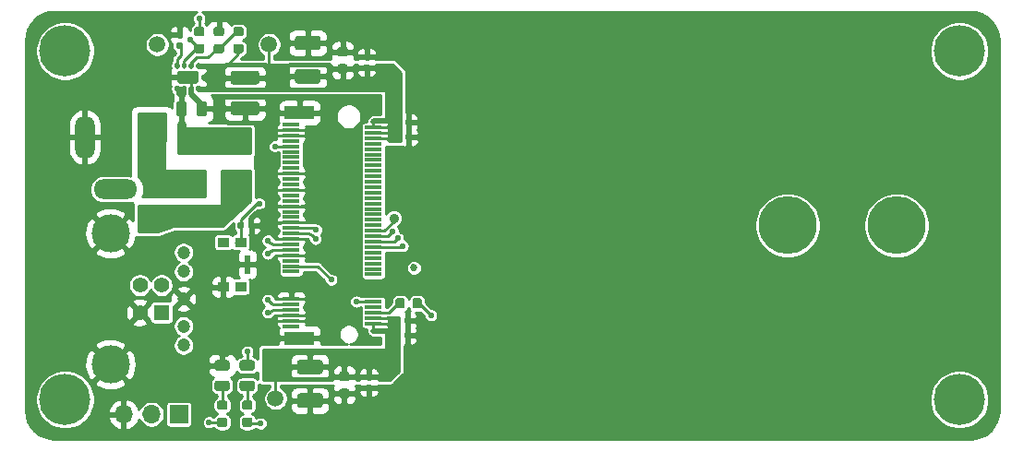
<source format=gbr>
G04 #@! TF.GenerationSoftware,KiCad,Pcbnew,(5.1.6-0-10_14)*
G04 #@! TF.CreationDate,2020-11-21T00:06:08+00:00*
G04 #@! TF.ProjectId,usb3-ngff-carrier,75736233-2d6e-4676-9666-2d6361727269,1*
G04 #@! TF.SameCoordinates,Original*
G04 #@! TF.FileFunction,Copper,L1,Top*
G04 #@! TF.FilePolarity,Positive*
%FSLAX46Y46*%
G04 Gerber Fmt 4.6, Leading zero omitted, Abs format (unit mm)*
G04 Created by KiCad (PCBNEW (5.1.6-0-10_14)) date 2020-11-21 00:06:08*
%MOMM*%
%LPD*%
G01*
G04 APERTURE LIST*
G04 #@! TA.AperFunction,SMDPad,CuDef*
%ADD10C,5.300000*%
G04 #@! TD*
G04 #@! TA.AperFunction,ViaPad*
%ADD11C,0.500000*%
G04 #@! TD*
G04 #@! TA.AperFunction,SMDPad,CuDef*
%ADD12C,1.500000*%
G04 #@! TD*
G04 #@! TA.AperFunction,ComponentPad*
%ADD13O,1.700000X1.700000*%
G04 #@! TD*
G04 #@! TA.AperFunction,ComponentPad*
%ADD14R,1.700000X1.700000*%
G04 #@! TD*
G04 #@! TA.AperFunction,SMDPad,CuDef*
%ADD15R,1.550000X0.300000*%
G04 #@! TD*
G04 #@! TA.AperFunction,SMDPad,CuDef*
%ADD16R,2.750000X1.200000*%
G04 #@! TD*
G04 #@! TA.AperFunction,ViaPad*
%ADD17C,3.500000*%
G04 #@! TD*
G04 #@! TA.AperFunction,ViaPad*
%ADD18C,1.420000*%
G04 #@! TD*
G04 #@! TA.AperFunction,ViaPad*
%ADD19R,1.420000X1.420000*%
G04 #@! TD*
G04 #@! TA.AperFunction,ViaPad*
%ADD20C,1.200000*%
G04 #@! TD*
G04 #@! TA.AperFunction,SMDPad,CuDef*
%ADD21R,1.000000X0.900000*%
G04 #@! TD*
G04 #@! TA.AperFunction,SMDPad,CuDef*
%ADD22R,0.550000X1.700000*%
G04 #@! TD*
G04 #@! TA.AperFunction,SMDPad,CuDef*
%ADD23R,1.800000X2.500000*%
G04 #@! TD*
G04 #@! TA.AperFunction,ComponentPad*
%ADD24R,1.800000X4.400000*%
G04 #@! TD*
G04 #@! TA.AperFunction,ComponentPad*
%ADD25O,1.800000X4.000000*%
G04 #@! TD*
G04 #@! TA.AperFunction,ComponentPad*
%ADD26O,4.000000X1.800000*%
G04 #@! TD*
G04 #@! TA.AperFunction,ComponentPad*
%ADD27C,4.700000*%
G04 #@! TD*
G04 #@! TA.AperFunction,ViaPad*
%ADD28C,0.550000*%
G04 #@! TD*
G04 #@! TA.AperFunction,ViaPad*
%ADD29C,0.889000*%
G04 #@! TD*
G04 #@! TA.AperFunction,ViaPad*
%ADD30C,0.685800*%
G04 #@! TD*
G04 #@! TA.AperFunction,Conductor*
%ADD31C,0.400000*%
G04 #@! TD*
G04 #@! TA.AperFunction,Conductor*
%ADD32C,0.508000*%
G04 #@! TD*
G04 #@! TA.AperFunction,Conductor*
%ADD33C,0.254000*%
G04 #@! TD*
G04 #@! TA.AperFunction,Conductor*
%ADD34C,0.152400*%
G04 #@! TD*
G04 APERTURE END LIST*
D10*
X70250000Y-20000000D03*
X80250000Y-20000000D03*
G04 #@! TA.AperFunction,SMDPad,CuDef*
G36*
G01*
X19425000Y-8625000D02*
X21575000Y-8625000D01*
G75*
G02*
X21825000Y-8875000I0J-250000D01*
G01*
X21825000Y-9625000D01*
G75*
G02*
X21575000Y-9875000I-250000J0D01*
G01*
X19425000Y-9875000D01*
G75*
G02*
X19175000Y-9625000I0J250000D01*
G01*
X19175000Y-8875000D01*
G75*
G02*
X19425000Y-8625000I250000J0D01*
G01*
G37*
G04 #@! TD.AperFunction*
G04 #@! TA.AperFunction,SMDPad,CuDef*
G36*
G01*
X19425000Y-5825000D02*
X21575000Y-5825000D01*
G75*
G02*
X21825000Y-6075000I0J-250000D01*
G01*
X21825000Y-6825000D01*
G75*
G02*
X21575000Y-7075000I-250000J0D01*
G01*
X19425000Y-7075000D01*
G75*
G02*
X19175000Y-6825000I0J250000D01*
G01*
X19175000Y-6075000D01*
G75*
G02*
X19425000Y-5825000I250000J0D01*
G01*
G37*
G04 #@! TD.AperFunction*
D11*
X14500000Y-6400000D03*
X15250000Y-6400000D03*
X16000000Y-6400000D03*
G04 #@! TA.AperFunction,Conductor*
G36*
G01*
X14325000Y-7749999D02*
X14225000Y-7749999D01*
G75*
G02*
X14025000Y-7549999I0J200000D01*
G01*
X14025000Y-7349999D01*
G75*
G02*
X14225000Y-7149999I200000J0D01*
G01*
X14325000Y-7149999D01*
G75*
G02*
X14525000Y-7349999I0J-200000D01*
G01*
X14525000Y-7549999D01*
G75*
G02*
X14325000Y-7749999I-200000J0D01*
G01*
G37*
G04 #@! TD.AperFunction*
G04 #@! TA.AperFunction,Conductor*
G36*
G01*
X14975000Y-7749999D02*
X14875000Y-7749999D01*
G75*
G02*
X14675000Y-7549999I0J200000D01*
G01*
X14675000Y-7349999D01*
G75*
G02*
X14875000Y-7149999I200000J0D01*
G01*
X14975000Y-7149999D01*
G75*
G02*
X15175000Y-7349999I0J-200000D01*
G01*
X15175000Y-7549999D01*
G75*
G02*
X14975000Y-7749999I-200000J0D01*
G01*
G37*
G04 #@! TD.AperFunction*
G04 #@! TA.AperFunction,Conductor*
G36*
G01*
X15625000Y-7749999D02*
X15525000Y-7749999D01*
G75*
G02*
X15325000Y-7549999I0J200000D01*
G01*
X15325000Y-7349999D01*
G75*
G02*
X15525000Y-7149999I200000J0D01*
G01*
X15625000Y-7149999D01*
G75*
G02*
X15825000Y-7349999I0J-200000D01*
G01*
X15825000Y-7549999D01*
G75*
G02*
X15625000Y-7749999I-200000J0D01*
G01*
G37*
G04 #@! TD.AperFunction*
G04 #@! TA.AperFunction,Conductor*
G36*
G01*
X16275000Y-7749999D02*
X16175000Y-7749999D01*
G75*
G02*
X15975000Y-7549999I0J200000D01*
G01*
X15975000Y-7349999D01*
G75*
G02*
X16175000Y-7149999I200000J0D01*
G01*
X16275000Y-7149999D01*
G75*
G02*
X16475000Y-7349999I0J-200000D01*
G01*
X16475000Y-7549999D01*
G75*
G02*
X16275000Y-7749999I-200000J0D01*
G01*
G37*
G04 #@! TD.AperFunction*
G04 #@! TA.AperFunction,Conductor*
G36*
G01*
X16050000Y-7000000D02*
X14450000Y-7000000D01*
G75*
G02*
X14250000Y-6800000I0J200000D01*
G01*
X14250000Y-6000000D01*
G75*
G02*
X14450000Y-5800000I200000J0D01*
G01*
X16050000Y-5800000D01*
G75*
G02*
X16250000Y-6000000I0J-200000D01*
G01*
X16250000Y-6800000D01*
G75*
G02*
X16050000Y-7000000I-200000J0D01*
G01*
G37*
G04 #@! TD.AperFunction*
G04 #@! TA.AperFunction,Conductor*
G36*
G01*
X16275000Y-5650001D02*
X16175000Y-5650001D01*
G75*
G02*
X15975000Y-5450001I0J200000D01*
G01*
X15975000Y-5250001D01*
G75*
G02*
X16175000Y-5050001I200000J0D01*
G01*
X16275000Y-5050001D01*
G75*
G02*
X16475000Y-5250001I0J-200000D01*
G01*
X16475000Y-5450001D01*
G75*
G02*
X16275000Y-5650001I-200000J0D01*
G01*
G37*
G04 #@! TD.AperFunction*
G04 #@! TA.AperFunction,Conductor*
G36*
G01*
X15625000Y-5650001D02*
X15525000Y-5650001D01*
G75*
G02*
X15325000Y-5450001I0J200000D01*
G01*
X15325000Y-5250001D01*
G75*
G02*
X15525000Y-5050001I200000J0D01*
G01*
X15625000Y-5050001D01*
G75*
G02*
X15825000Y-5250001I0J-200000D01*
G01*
X15825000Y-5450001D01*
G75*
G02*
X15625000Y-5650001I-200000J0D01*
G01*
G37*
G04 #@! TD.AperFunction*
G04 #@! TA.AperFunction,Conductor*
G36*
G01*
X14975000Y-5650001D02*
X14875000Y-5650001D01*
G75*
G02*
X14675000Y-5450001I0J200000D01*
G01*
X14675000Y-5250001D01*
G75*
G02*
X14875000Y-5050001I200000J0D01*
G01*
X14975000Y-5050001D01*
G75*
G02*
X15175000Y-5250001I0J-200000D01*
G01*
X15175000Y-5450001D01*
G75*
G02*
X14975000Y-5650001I-200000J0D01*
G01*
G37*
G04 #@! TD.AperFunction*
G04 #@! TA.AperFunction,Conductor*
G36*
G01*
X14325000Y-5650001D02*
X14225000Y-5650001D01*
G75*
G02*
X14025000Y-5450001I0J200000D01*
G01*
X14025000Y-5250001D01*
G75*
G02*
X14225000Y-5050001I200000J0D01*
G01*
X14325000Y-5050001D01*
G75*
G02*
X14525000Y-5250001I0J-200000D01*
G01*
X14525000Y-5450001D01*
G75*
G02*
X14325000Y-5650001I-200000J0D01*
G01*
G37*
G04 #@! TD.AperFunction*
G04 #@! TA.AperFunction,SMDPad,CuDef*
G36*
G01*
X20410000Y-19827500D02*
X20410000Y-20172500D01*
G75*
G02*
X20262500Y-20320000I-147500J0D01*
G01*
X19967500Y-20320000D01*
G75*
G02*
X19820000Y-20172500I0J147500D01*
G01*
X19820000Y-19827500D01*
G75*
G02*
X19967500Y-19680000I147500J0D01*
G01*
X20262500Y-19680000D01*
G75*
G02*
X20410000Y-19827500I0J-147500D01*
G01*
G37*
G04 #@! TD.AperFunction*
G04 #@! TA.AperFunction,SMDPad,CuDef*
G36*
G01*
X21380000Y-19827500D02*
X21380000Y-20172500D01*
G75*
G02*
X21232500Y-20320000I-147500J0D01*
G01*
X20937500Y-20320000D01*
G75*
G02*
X20790000Y-20172500I0J147500D01*
G01*
X20790000Y-19827500D01*
G75*
G02*
X20937500Y-19680000I147500J0D01*
G01*
X21232500Y-19680000D01*
G75*
G02*
X21380000Y-19827500I0J-147500D01*
G01*
G37*
G04 #@! TD.AperFunction*
D12*
X12450000Y-3400000D03*
D13*
X9370000Y-37350000D03*
X11910000Y-37350000D03*
D14*
X14450000Y-37350000D03*
D15*
X24725000Y-29250000D03*
X32275000Y-29000000D03*
X24725000Y-28750000D03*
X32275000Y-28500000D03*
X24725000Y-28250000D03*
X32275000Y-28000000D03*
X24725000Y-27750000D03*
X32275000Y-27500000D03*
X24725000Y-27250000D03*
X32275000Y-27000000D03*
X24725000Y-26750000D03*
X32275000Y-24500000D03*
X24725000Y-24250000D03*
X32275000Y-24000000D03*
X24725000Y-23750000D03*
X32275000Y-23500000D03*
X24725000Y-23250000D03*
X32275000Y-23000000D03*
X24725000Y-22750000D03*
X32275000Y-22500000D03*
X24725000Y-22250000D03*
X32275000Y-22000000D03*
X24725000Y-21750000D03*
X32275000Y-21500000D03*
X24725000Y-21250000D03*
X32275000Y-21000000D03*
X24725000Y-20750000D03*
X32275000Y-20500000D03*
X24725000Y-20250000D03*
X32275000Y-20000000D03*
X24725000Y-19750000D03*
X32275000Y-19500000D03*
X24725000Y-19250000D03*
X32275000Y-19000000D03*
X24725000Y-18750000D03*
X32275000Y-18500000D03*
X24725000Y-18250000D03*
X32275000Y-18000000D03*
X24725000Y-17750000D03*
X32275000Y-17500000D03*
X24725000Y-17250000D03*
X32275000Y-17000000D03*
X24725000Y-16750000D03*
X32275000Y-16500000D03*
X24725000Y-16250000D03*
X32275000Y-16000000D03*
X24725000Y-15750000D03*
X32275000Y-15500000D03*
X24725000Y-15250000D03*
X32275000Y-15000000D03*
X24725000Y-14750000D03*
X32275000Y-14500000D03*
X24725000Y-14250000D03*
X32275000Y-14000000D03*
X24725000Y-13750000D03*
X32275000Y-13500000D03*
X24725000Y-13250000D03*
X32275000Y-13000000D03*
X24725000Y-12750000D03*
X32275000Y-12500000D03*
X24725000Y-12250000D03*
X32275000Y-12000000D03*
X24725000Y-11750000D03*
X32275000Y-11500000D03*
X24725000Y-11250000D03*
X32275000Y-11000000D03*
X24725000Y-10750000D03*
D16*
X25500000Y-30350000D03*
X25500000Y-9650000D03*
D17*
X8150000Y-20730000D03*
X8150000Y-32770000D03*
D18*
X10860000Y-25500000D03*
X10860000Y-28000000D03*
X12859999Y-25500000D03*
D19*
X12859999Y-28000000D03*
D20*
X14860000Y-22500000D03*
X14860000Y-24250000D03*
X14860000Y-31000000D03*
X14860000Y-29250000D03*
X14860000Y-26750000D03*
G04 #@! TA.AperFunction,SMDPad,CuDef*
G36*
G01*
X35850000Y-27406250D02*
X35850000Y-26893750D01*
G75*
G02*
X36068750Y-26675000I218750J0D01*
G01*
X36506250Y-26675000D01*
G75*
G02*
X36725000Y-26893750I0J-218750D01*
G01*
X36725000Y-27406250D01*
G75*
G02*
X36506250Y-27625000I-218750J0D01*
G01*
X36068750Y-27625000D01*
G75*
G02*
X35850000Y-27406250I0J218750D01*
G01*
G37*
G04 #@! TD.AperFunction*
G04 #@! TA.AperFunction,SMDPad,CuDef*
G36*
G01*
X34275000Y-27406250D02*
X34275000Y-26893750D01*
G75*
G02*
X34493750Y-26675000I218750J0D01*
G01*
X34931250Y-26675000D01*
G75*
G02*
X35150000Y-26893750I0J-218750D01*
G01*
X35150000Y-27406250D01*
G75*
G02*
X34931250Y-27625000I-218750J0D01*
G01*
X34493750Y-27625000D01*
G75*
G02*
X34275000Y-27406250I0J218750D01*
G01*
G37*
G04 #@! TD.AperFunction*
G04 #@! TA.AperFunction,SMDPad,CuDef*
G36*
G01*
X31677500Y-34615000D02*
X32022500Y-34615000D01*
G75*
G02*
X32170000Y-34762500I0J-147500D01*
G01*
X32170000Y-35057500D01*
G75*
G02*
X32022500Y-35205000I-147500J0D01*
G01*
X31677500Y-35205000D01*
G75*
G02*
X31530000Y-35057500I0J147500D01*
G01*
X31530000Y-34762500D01*
G75*
G02*
X31677500Y-34615000I147500J0D01*
G01*
G37*
G04 #@! TD.AperFunction*
G04 #@! TA.AperFunction,SMDPad,CuDef*
G36*
G01*
X31677500Y-33645000D02*
X32022500Y-33645000D01*
G75*
G02*
X32170000Y-33792500I0J-147500D01*
G01*
X32170000Y-34087500D01*
G75*
G02*
X32022500Y-34235000I-147500J0D01*
G01*
X31677500Y-34235000D01*
G75*
G02*
X31530000Y-34087500I0J147500D01*
G01*
X31530000Y-33792500D01*
G75*
G02*
X31677500Y-33645000I147500J0D01*
G01*
G37*
G04 #@! TD.AperFunction*
G04 #@! TA.AperFunction,SMDPad,CuDef*
G36*
G01*
X29343750Y-35000000D02*
X29856250Y-35000000D01*
G75*
G02*
X30075000Y-35218750I0J-218750D01*
G01*
X30075000Y-35656250D01*
G75*
G02*
X29856250Y-35875000I-218750J0D01*
G01*
X29343750Y-35875000D01*
G75*
G02*
X29125000Y-35656250I0J218750D01*
G01*
X29125000Y-35218750D01*
G75*
G02*
X29343750Y-35000000I218750J0D01*
G01*
G37*
G04 #@! TD.AperFunction*
G04 #@! TA.AperFunction,SMDPad,CuDef*
G36*
G01*
X29343750Y-33425000D02*
X29856250Y-33425000D01*
G75*
G02*
X30075000Y-33643750I0J-218750D01*
G01*
X30075000Y-34081250D01*
G75*
G02*
X29856250Y-34300000I-218750J0D01*
G01*
X29343750Y-34300000D01*
G75*
G02*
X29125000Y-34081250I0J218750D01*
G01*
X29125000Y-33643750D01*
G75*
G02*
X29343750Y-33425000I218750J0D01*
G01*
G37*
G04 #@! TD.AperFunction*
G04 #@! TA.AperFunction,SMDPad,CuDef*
G36*
G01*
X31822500Y-4860000D02*
X31477500Y-4860000D01*
G75*
G02*
X31330000Y-4712500I0J147500D01*
G01*
X31330000Y-4417500D01*
G75*
G02*
X31477500Y-4270000I147500J0D01*
G01*
X31822500Y-4270000D01*
G75*
G02*
X31970000Y-4417500I0J-147500D01*
G01*
X31970000Y-4712500D01*
G75*
G02*
X31822500Y-4860000I-147500J0D01*
G01*
G37*
G04 #@! TD.AperFunction*
G04 #@! TA.AperFunction,SMDPad,CuDef*
G36*
G01*
X31822500Y-5830000D02*
X31477500Y-5830000D01*
G75*
G02*
X31330000Y-5682500I0J147500D01*
G01*
X31330000Y-5387500D01*
G75*
G02*
X31477500Y-5240000I147500J0D01*
G01*
X31822500Y-5240000D01*
G75*
G02*
X31970000Y-5387500I0J-147500D01*
G01*
X31970000Y-5682500D01*
G75*
G02*
X31822500Y-5830000I-147500J0D01*
G01*
G37*
G04 #@! TD.AperFunction*
G04 #@! TA.AperFunction,SMDPad,CuDef*
G36*
G01*
X29706250Y-4500000D02*
X29193750Y-4500000D01*
G75*
G02*
X28975000Y-4281250I0J218750D01*
G01*
X28975000Y-3843750D01*
G75*
G02*
X29193750Y-3625000I218750J0D01*
G01*
X29706250Y-3625000D01*
G75*
G02*
X29925000Y-3843750I0J-218750D01*
G01*
X29925000Y-4281250D01*
G75*
G02*
X29706250Y-4500000I-218750J0D01*
G01*
G37*
G04 #@! TD.AperFunction*
G04 #@! TA.AperFunction,SMDPad,CuDef*
G36*
G01*
X29706250Y-6075000D02*
X29193750Y-6075000D01*
G75*
G02*
X28975000Y-5856250I0J218750D01*
G01*
X28975000Y-5418750D01*
G75*
G02*
X29193750Y-5200000I218750J0D01*
G01*
X29706250Y-5200000D01*
G75*
G02*
X29925000Y-5418750I0J-218750D01*
G01*
X29925000Y-5856250D01*
G75*
G02*
X29706250Y-6075000I-218750J0D01*
G01*
G37*
G04 #@! TD.AperFunction*
G04 #@! TA.AperFunction,SMDPad,CuDef*
G36*
G01*
X14327500Y-3190000D02*
X14672500Y-3190000D01*
G75*
G02*
X14820000Y-3337500I0J-147500D01*
G01*
X14820000Y-3632500D01*
G75*
G02*
X14672500Y-3780000I-147500J0D01*
G01*
X14327500Y-3780000D01*
G75*
G02*
X14180000Y-3632500I0J147500D01*
G01*
X14180000Y-3337500D01*
G75*
G02*
X14327500Y-3190000I147500J0D01*
G01*
G37*
G04 #@! TD.AperFunction*
G04 #@! TA.AperFunction,SMDPad,CuDef*
G36*
G01*
X14327500Y-2220000D02*
X14672500Y-2220000D01*
G75*
G02*
X14820000Y-2367500I0J-147500D01*
G01*
X14820000Y-2662500D01*
G75*
G02*
X14672500Y-2810000I-147500J0D01*
G01*
X14327500Y-2810000D01*
G75*
G02*
X14180000Y-2662500I0J147500D01*
G01*
X14180000Y-2367500D01*
G75*
G02*
X14327500Y-2220000I147500J0D01*
G01*
G37*
G04 #@! TD.AperFunction*
D21*
X20100000Y-21550001D03*
X20100000Y-25649999D03*
X18500000Y-21550001D03*
X18500000Y-25649999D03*
D22*
X20725000Y-23600000D03*
G04 #@! TA.AperFunction,SMDPad,CuDef*
G36*
G01*
X18143750Y-37650000D02*
X18656250Y-37650000D01*
G75*
G02*
X18875000Y-37868750I0J-218750D01*
G01*
X18875000Y-38306250D01*
G75*
G02*
X18656250Y-38525000I-218750J0D01*
G01*
X18143750Y-38525000D01*
G75*
G02*
X17925000Y-38306250I0J218750D01*
G01*
X17925000Y-37868750D01*
G75*
G02*
X18143750Y-37650000I218750J0D01*
G01*
G37*
G04 #@! TD.AperFunction*
G04 #@! TA.AperFunction,SMDPad,CuDef*
G36*
G01*
X18143750Y-36075000D02*
X18656250Y-36075000D01*
G75*
G02*
X18875000Y-36293750I0J-218750D01*
G01*
X18875000Y-36731250D01*
G75*
G02*
X18656250Y-36950000I-218750J0D01*
G01*
X18143750Y-36950000D01*
G75*
G02*
X17925000Y-36731250I0J218750D01*
G01*
X17925000Y-36293750D01*
G75*
G02*
X18143750Y-36075000I218750J0D01*
G01*
G37*
G04 #@! TD.AperFunction*
G04 #@! TA.AperFunction,SMDPad,CuDef*
G36*
G01*
X17943750Y-34250000D02*
X18856250Y-34250000D01*
G75*
G02*
X19100000Y-34493750I0J-243750D01*
G01*
X19100000Y-34981250D01*
G75*
G02*
X18856250Y-35225000I-243750J0D01*
G01*
X17943750Y-35225000D01*
G75*
G02*
X17700000Y-34981250I0J243750D01*
G01*
X17700000Y-34493750D01*
G75*
G02*
X17943750Y-34250000I243750J0D01*
G01*
G37*
G04 #@! TD.AperFunction*
G04 #@! TA.AperFunction,SMDPad,CuDef*
G36*
G01*
X17943750Y-32375000D02*
X18856250Y-32375000D01*
G75*
G02*
X19100000Y-32618750I0J-243750D01*
G01*
X19100000Y-33106250D01*
G75*
G02*
X18856250Y-33350000I-243750J0D01*
G01*
X17943750Y-33350000D01*
G75*
G02*
X17700000Y-33106250I0J243750D01*
G01*
X17700000Y-32618750D01*
G75*
G02*
X17943750Y-32375000I243750J0D01*
G01*
G37*
G04 #@! TD.AperFunction*
D12*
X23300000Y-35900000D03*
X22700000Y-3400000D03*
G04 #@! TA.AperFunction,SMDPad,CuDef*
G36*
G01*
X20443750Y-37650000D02*
X20956250Y-37650000D01*
G75*
G02*
X21175000Y-37868750I0J-218750D01*
G01*
X21175000Y-38306250D01*
G75*
G02*
X20956250Y-38525000I-218750J0D01*
G01*
X20443750Y-38525000D01*
G75*
G02*
X20225000Y-38306250I0J218750D01*
G01*
X20225000Y-37868750D01*
G75*
G02*
X20443750Y-37650000I218750J0D01*
G01*
G37*
G04 #@! TD.AperFunction*
G04 #@! TA.AperFunction,SMDPad,CuDef*
G36*
G01*
X20443750Y-36075000D02*
X20956250Y-36075000D01*
G75*
G02*
X21175000Y-36293750I0J-218750D01*
G01*
X21175000Y-36731250D01*
G75*
G02*
X20956250Y-36950000I-218750J0D01*
G01*
X20443750Y-36950000D01*
G75*
G02*
X20225000Y-36731250I0J218750D01*
G01*
X20225000Y-36293750D01*
G75*
G02*
X20443750Y-36075000I218750J0D01*
G01*
G37*
G04 #@! TD.AperFunction*
G04 #@! TA.AperFunction,SMDPad,CuDef*
G36*
G01*
X20243750Y-34250000D02*
X21156250Y-34250000D01*
G75*
G02*
X21400000Y-34493750I0J-243750D01*
G01*
X21400000Y-34981250D01*
G75*
G02*
X21156250Y-35225000I-243750J0D01*
G01*
X20243750Y-35225000D01*
G75*
G02*
X20000000Y-34981250I0J243750D01*
G01*
X20000000Y-34493750D01*
G75*
G02*
X20243750Y-34250000I243750J0D01*
G01*
G37*
G04 #@! TD.AperFunction*
G04 #@! TA.AperFunction,SMDPad,CuDef*
G36*
G01*
X20243750Y-32375000D02*
X21156250Y-32375000D01*
G75*
G02*
X21400000Y-32618750I0J-243750D01*
G01*
X21400000Y-33106250D01*
G75*
G02*
X21156250Y-33350000I-243750J0D01*
G01*
X20243750Y-33350000D01*
G75*
G02*
X20000000Y-33106250I0J243750D01*
G01*
X20000000Y-32618750D01*
G75*
G02*
X20243750Y-32375000I243750J0D01*
G01*
G37*
G04 #@! TD.AperFunction*
G04 #@! TA.AperFunction,SMDPad,CuDef*
G36*
G01*
X35090000Y-28922500D02*
X35090000Y-28577500D01*
G75*
G02*
X35237500Y-28430000I147500J0D01*
G01*
X35532500Y-28430000D01*
G75*
G02*
X35680000Y-28577500I0J-147500D01*
G01*
X35680000Y-28922500D01*
G75*
G02*
X35532500Y-29070000I-147500J0D01*
G01*
X35237500Y-29070000D01*
G75*
G02*
X35090000Y-28922500I0J147500D01*
G01*
G37*
G04 #@! TD.AperFunction*
G04 #@! TA.AperFunction,SMDPad,CuDef*
G36*
G01*
X34120000Y-28922500D02*
X34120000Y-28577500D01*
G75*
G02*
X34267500Y-28430000I147500J0D01*
G01*
X34562500Y-28430000D01*
G75*
G02*
X34710000Y-28577500I0J-147500D01*
G01*
X34710000Y-28922500D01*
G75*
G02*
X34562500Y-29070000I-147500J0D01*
G01*
X34267500Y-29070000D01*
G75*
G02*
X34120000Y-28922500I0J147500D01*
G01*
G37*
G04 #@! TD.AperFunction*
G04 #@! TA.AperFunction,SMDPad,CuDef*
G36*
G01*
X35090000Y-30272500D02*
X35090000Y-29927500D01*
G75*
G02*
X35237500Y-29780000I147500J0D01*
G01*
X35532500Y-29780000D01*
G75*
G02*
X35680000Y-29927500I0J-147500D01*
G01*
X35680000Y-30272500D01*
G75*
G02*
X35532500Y-30420000I-147500J0D01*
G01*
X35237500Y-30420000D01*
G75*
G02*
X35090000Y-30272500I0J147500D01*
G01*
G37*
G04 #@! TD.AperFunction*
G04 #@! TA.AperFunction,SMDPad,CuDef*
G36*
G01*
X34120000Y-30272500D02*
X34120000Y-29927500D01*
G75*
G02*
X34267500Y-29780000I147500J0D01*
G01*
X34562500Y-29780000D01*
G75*
G02*
X34710000Y-29927500I0J-147500D01*
G01*
X34710000Y-30272500D01*
G75*
G02*
X34562500Y-30420000I-147500J0D01*
G01*
X34267500Y-30420000D01*
G75*
G02*
X34120000Y-30272500I0J147500D01*
G01*
G37*
G04 #@! TD.AperFunction*
G04 #@! TA.AperFunction,SMDPad,CuDef*
G36*
G01*
X25524999Y-35425000D02*
X27375001Y-35425000D01*
G75*
G02*
X27625000Y-35674999I0J-249999D01*
G01*
X27625000Y-36500001D01*
G75*
G02*
X27375001Y-36750000I-249999J0D01*
G01*
X25524999Y-36750000D01*
G75*
G02*
X25275000Y-36500001I0J249999D01*
G01*
X25275000Y-35674999D01*
G75*
G02*
X25524999Y-35425000I249999J0D01*
G01*
G37*
G04 #@! TD.AperFunction*
G04 #@! TA.AperFunction,SMDPad,CuDef*
G36*
G01*
X25524999Y-32350000D02*
X27375001Y-32350000D01*
G75*
G02*
X27625000Y-32599999I0J-249999D01*
G01*
X27625000Y-33425001D01*
G75*
G02*
X27375001Y-33675000I-249999J0D01*
G01*
X25524999Y-33675000D01*
G75*
G02*
X25275000Y-33425001I0J249999D01*
G01*
X25275000Y-32599999D01*
G75*
G02*
X25524999Y-32350000I249999J0D01*
G01*
G37*
G04 #@! TD.AperFunction*
G04 #@! TA.AperFunction,SMDPad,CuDef*
G36*
G01*
X35205000Y-10722500D02*
X35205000Y-10377500D01*
G75*
G02*
X35352500Y-10230000I147500J0D01*
G01*
X35647500Y-10230000D01*
G75*
G02*
X35795000Y-10377500I0J-147500D01*
G01*
X35795000Y-10722500D01*
G75*
G02*
X35647500Y-10870000I-147500J0D01*
G01*
X35352500Y-10870000D01*
G75*
G02*
X35205000Y-10722500I0J147500D01*
G01*
G37*
G04 #@! TD.AperFunction*
G04 #@! TA.AperFunction,SMDPad,CuDef*
G36*
G01*
X34235000Y-10722500D02*
X34235000Y-10377500D01*
G75*
G02*
X34382500Y-10230000I147500J0D01*
G01*
X34677500Y-10230000D01*
G75*
G02*
X34825000Y-10377500I0J-147500D01*
G01*
X34825000Y-10722500D01*
G75*
G02*
X34677500Y-10870000I-147500J0D01*
G01*
X34382500Y-10870000D01*
G75*
G02*
X34235000Y-10722500I0J147500D01*
G01*
G37*
G04 #@! TD.AperFunction*
G04 #@! TA.AperFunction,SMDPad,CuDef*
G36*
G01*
X35215000Y-12072500D02*
X35215000Y-11727500D01*
G75*
G02*
X35362500Y-11580000I147500J0D01*
G01*
X35657500Y-11580000D01*
G75*
G02*
X35805000Y-11727500I0J-147500D01*
G01*
X35805000Y-12072500D01*
G75*
G02*
X35657500Y-12220000I-147500J0D01*
G01*
X35362500Y-12220000D01*
G75*
G02*
X35215000Y-12072500I0J147500D01*
G01*
G37*
G04 #@! TD.AperFunction*
G04 #@! TA.AperFunction,SMDPad,CuDef*
G36*
G01*
X34245000Y-12072500D02*
X34245000Y-11727500D01*
G75*
G02*
X34392500Y-11580000I147500J0D01*
G01*
X34687500Y-11580000D01*
G75*
G02*
X34835000Y-11727500I0J-147500D01*
G01*
X34835000Y-12072500D01*
G75*
G02*
X34687500Y-12220000I-147500J0D01*
G01*
X34392500Y-12220000D01*
G75*
G02*
X34245000Y-12072500I0J147500D01*
G01*
G37*
G04 #@! TD.AperFunction*
G04 #@! TA.AperFunction,SMDPad,CuDef*
G36*
G01*
X27175001Y-3925000D02*
X25324999Y-3925000D01*
G75*
G02*
X25075000Y-3675001I0J249999D01*
G01*
X25075000Y-2849999D01*
G75*
G02*
X25324999Y-2600000I249999J0D01*
G01*
X27175001Y-2600000D01*
G75*
G02*
X27425000Y-2849999I0J-249999D01*
G01*
X27425000Y-3675001D01*
G75*
G02*
X27175001Y-3925000I-249999J0D01*
G01*
G37*
G04 #@! TD.AperFunction*
G04 #@! TA.AperFunction,SMDPad,CuDef*
G36*
G01*
X27175001Y-7000000D02*
X25324999Y-7000000D01*
G75*
G02*
X25075000Y-6750001I0J249999D01*
G01*
X25075000Y-5924999D01*
G75*
G02*
X25324999Y-5675000I249999J0D01*
G01*
X27175001Y-5675000D01*
G75*
G02*
X27425000Y-5924999I0J-249999D01*
G01*
X27425000Y-6750001D01*
G75*
G02*
X27175001Y-7000000I-249999J0D01*
G01*
G37*
G04 #@! TD.AperFunction*
G04 #@! TA.AperFunction,SMDPad,CuDef*
G36*
G01*
X17843750Y-3350000D02*
X18356250Y-3350000D01*
G75*
G02*
X18575000Y-3568750I0J-218750D01*
G01*
X18575000Y-4006250D01*
G75*
G02*
X18356250Y-4225000I-218750J0D01*
G01*
X17843750Y-4225000D01*
G75*
G02*
X17625000Y-4006250I0J218750D01*
G01*
X17625000Y-3568750D01*
G75*
G02*
X17843750Y-3350000I218750J0D01*
G01*
G37*
G04 #@! TD.AperFunction*
G04 #@! TA.AperFunction,SMDPad,CuDef*
G36*
G01*
X17843750Y-1775000D02*
X18356250Y-1775000D01*
G75*
G02*
X18575000Y-1993750I0J-218750D01*
G01*
X18575000Y-2431250D01*
G75*
G02*
X18356250Y-2650000I-218750J0D01*
G01*
X17843750Y-2650000D01*
G75*
G02*
X17625000Y-2431250I0J218750D01*
G01*
X17625000Y-1993750D01*
G75*
G02*
X17843750Y-1775000I218750J0D01*
G01*
G37*
G04 #@! TD.AperFunction*
G04 #@! TA.AperFunction,SMDPad,CuDef*
G36*
G01*
X20156250Y-2650000D02*
X19643750Y-2650000D01*
G75*
G02*
X19425000Y-2431250I0J218750D01*
G01*
X19425000Y-1993750D01*
G75*
G02*
X19643750Y-1775000I218750J0D01*
G01*
X20156250Y-1775000D01*
G75*
G02*
X20375000Y-1993750I0J-218750D01*
G01*
X20375000Y-2431250D01*
G75*
G02*
X20156250Y-2650000I-218750J0D01*
G01*
G37*
G04 #@! TD.AperFunction*
G04 #@! TA.AperFunction,SMDPad,CuDef*
G36*
G01*
X20156250Y-4225000D02*
X19643750Y-4225000D01*
G75*
G02*
X19425000Y-4006250I0J218750D01*
G01*
X19425000Y-3568750D01*
G75*
G02*
X19643750Y-3350000I218750J0D01*
G01*
X20156250Y-3350000D01*
G75*
G02*
X20375000Y-3568750I0J-218750D01*
G01*
X20375000Y-4006250D01*
G75*
G02*
X20156250Y-4225000I-218750J0D01*
G01*
G37*
G04 #@! TD.AperFunction*
G04 #@! TA.AperFunction,SMDPad,CuDef*
G36*
G01*
X16043750Y-3350000D02*
X16556250Y-3350000D01*
G75*
G02*
X16775000Y-3568750I0J-218750D01*
G01*
X16775000Y-4006250D01*
G75*
G02*
X16556250Y-4225000I-218750J0D01*
G01*
X16043750Y-4225000D01*
G75*
G02*
X15825000Y-4006250I0J218750D01*
G01*
X15825000Y-3568750D01*
G75*
G02*
X16043750Y-3350000I218750J0D01*
G01*
G37*
G04 #@! TD.AperFunction*
G04 #@! TA.AperFunction,SMDPad,CuDef*
G36*
G01*
X16043750Y-1775000D02*
X16556250Y-1775000D01*
G75*
G02*
X16775000Y-1993750I0J-218750D01*
G01*
X16775000Y-2431250D01*
G75*
G02*
X16556250Y-2650000I-218750J0D01*
G01*
X16043750Y-2650000D01*
G75*
G02*
X15825000Y-2431250I0J218750D01*
G01*
X15825000Y-1993750D01*
G75*
G02*
X16043750Y-1775000I218750J0D01*
G01*
G37*
G04 #@! TD.AperFunction*
G04 #@! TA.AperFunction,SMDPad,CuDef*
G36*
G01*
X16050000Y-9756250D02*
X16050000Y-8843750D01*
G75*
G02*
X16293750Y-8600000I243750J0D01*
G01*
X16781250Y-8600000D01*
G75*
G02*
X17025000Y-8843750I0J-243750D01*
G01*
X17025000Y-9756250D01*
G75*
G02*
X16781250Y-10000000I-243750J0D01*
G01*
X16293750Y-10000000D01*
G75*
G02*
X16050000Y-9756250I0J243750D01*
G01*
G37*
G04 #@! TD.AperFunction*
G04 #@! TA.AperFunction,SMDPad,CuDef*
G36*
G01*
X14175000Y-9756250D02*
X14175000Y-8843750D01*
G75*
G02*
X14418750Y-8600000I243750J0D01*
G01*
X14906250Y-8600000D01*
G75*
G02*
X15150000Y-8843750I0J-243750D01*
G01*
X15150000Y-9756250D01*
G75*
G02*
X14906250Y-10000000I-243750J0D01*
G01*
X14418750Y-10000000D01*
G75*
G02*
X14175000Y-9756250I0J243750D01*
G01*
G37*
G04 #@! TD.AperFunction*
D23*
X16000000Y-16250000D03*
X16000000Y-12250000D03*
X20000000Y-16250000D03*
X20000000Y-12250000D03*
D24*
X11600000Y-11900000D03*
D25*
X5800000Y-11900000D03*
D26*
X8600000Y-16700000D03*
D27*
X4000000Y-36000000D03*
X86000000Y-36000000D03*
X86000000Y-4000000D03*
X4000000Y-4000000D03*
D28*
X22730000Y-8480000D03*
X23230000Y-8980000D03*
X22730000Y-9480000D03*
X23230000Y-9980000D03*
X17860000Y-8430000D03*
X18360000Y-9930000D03*
X18360000Y-8930000D03*
X17860000Y-9430000D03*
X45000000Y-22500000D03*
X45000000Y-30000000D03*
X45000000Y-25000000D03*
X42500000Y-30000000D03*
X47500000Y-7500000D03*
X50000000Y-7500000D03*
X52500000Y-7500000D03*
X55000000Y-7500000D03*
X57500000Y-7500000D03*
X60000000Y-7500000D03*
X62500000Y-7500000D03*
X65000000Y-7500000D03*
X67500000Y-7500000D03*
X70000000Y-7500000D03*
X72500000Y-7500000D03*
X75000000Y-7500000D03*
X77500000Y-7500000D03*
X80000000Y-7500000D03*
X82500000Y-7500000D03*
X85000000Y-7500000D03*
X87500000Y-7500000D03*
X87500000Y-10000000D03*
X85000000Y-10000000D03*
X87500000Y-32500000D03*
X87500000Y-30000000D03*
X87500000Y-27500000D03*
X87500000Y-25000000D03*
X87500000Y-22500000D03*
X87500000Y-20000000D03*
X87500000Y-20000000D03*
X87500000Y-15000000D03*
X87500000Y-17500000D03*
X87500000Y-12500000D03*
X85000000Y-12500000D03*
X82500000Y-10000000D03*
X82500000Y-12500000D03*
X80000000Y-10000000D03*
X80000000Y-12500000D03*
X77500000Y-10000000D03*
X77500000Y-12500000D03*
X75000000Y-10000000D03*
X75000000Y-12500000D03*
X72500000Y-10000000D03*
X72500000Y-12500000D03*
X70000000Y-10000000D03*
X70000000Y-10000000D03*
X67500000Y-10000000D03*
X67500000Y-12500000D03*
X70000000Y-12500000D03*
X65000000Y-12500000D03*
X65000000Y-10000000D03*
X62500000Y-10000000D03*
X62500000Y-12500000D03*
X60000000Y-12500000D03*
X57500000Y-10000000D03*
X60000000Y-10000000D03*
X57500000Y-12500000D03*
X55000000Y-12500000D03*
X55000000Y-10000000D03*
X52500000Y-10000000D03*
X52500000Y-12500000D03*
X50000000Y-12500000D03*
X50000000Y-10000000D03*
X47500000Y-10000000D03*
X47500000Y-12500000D03*
X45000000Y-12500000D03*
X45000000Y-10000000D03*
X45000000Y-15000000D03*
X45000000Y-17500000D03*
X45000000Y-17500000D03*
X45000000Y-20000000D03*
X47500000Y-32500000D03*
X47500000Y-30000000D03*
X47500000Y-27500000D03*
X47500000Y-25000000D03*
X47500000Y-22500000D03*
X47500000Y-20000000D03*
X47500000Y-17500000D03*
X47500000Y-15000000D03*
X50000000Y-15000000D03*
X50000000Y-17500000D03*
X50000000Y-20000000D03*
X50000000Y-22500000D03*
X52500000Y-17500000D03*
X52500000Y-15000000D03*
X52500000Y-20000000D03*
X52500000Y-22500000D03*
X55000000Y-15000000D03*
X55000000Y-17500000D03*
X55000000Y-20000000D03*
X55000000Y-22500000D03*
X57500000Y-15000000D03*
X57500000Y-17500000D03*
X57500000Y-20000000D03*
X60000000Y-15000000D03*
X60000000Y-17500000D03*
X62500000Y-15000000D03*
X62500000Y-17500000D03*
X65000000Y-15000000D03*
X65000000Y-17500000D03*
X67500000Y-15000000D03*
X70000000Y-15000000D03*
X72500000Y-15000000D03*
X75000000Y-15000000D03*
X77500000Y-15000000D03*
X80000000Y-15000000D03*
X82500000Y-15000000D03*
X85000000Y-15000000D03*
X85000000Y-17500000D03*
X75000000Y-17500000D03*
X75000000Y-20000000D03*
X75000000Y-22500000D03*
X77500000Y-25000000D03*
X75000000Y-25000000D03*
X80000000Y-25000000D03*
X82500000Y-25000000D03*
X85000000Y-25000000D03*
X85000000Y-22500000D03*
X85000000Y-20000000D03*
X72500000Y-25000000D03*
X70000000Y-25000000D03*
X67500000Y-25000000D03*
X65000000Y-25000000D03*
X65000000Y-22500000D03*
X65000000Y-20000000D03*
X85000000Y-27500000D03*
X82500000Y-27500000D03*
X85000000Y-30000000D03*
X82500000Y-30000000D03*
X85000000Y-32500000D03*
X82500000Y-32500000D03*
X82500000Y-35000000D03*
X82500000Y-5000000D03*
X80000000Y-5000000D03*
X77500000Y-5000000D03*
X75000000Y-5000000D03*
X72500000Y-5000000D03*
X70000000Y-5000000D03*
X67500000Y-5000000D03*
X65000000Y-5000000D03*
X62500000Y-5000000D03*
X60000000Y-5000000D03*
X57500000Y-5000000D03*
X55000000Y-5000000D03*
X52500000Y-5000000D03*
X50000000Y-5000000D03*
X50000000Y-35000000D03*
X50000000Y-32500000D03*
X50000000Y-30000000D03*
X50000000Y-27500000D03*
X50000000Y-25000000D03*
X52500000Y-25000000D03*
X55000000Y-25000000D03*
X57500000Y-25000000D03*
X57500000Y-22500000D03*
X60000000Y-22500000D03*
X60000000Y-20000000D03*
X62500000Y-20000000D03*
X62500000Y-22500000D03*
X60000000Y-25000000D03*
X62500000Y-25000000D03*
X52500000Y-27500000D03*
X55000000Y-27500000D03*
X57500000Y-27500000D03*
X47500000Y-5000000D03*
X45000000Y-7500000D03*
X42500000Y-10000000D03*
X42500000Y-12500000D03*
X42500000Y-15000000D03*
X42500000Y-17500000D03*
X47500000Y-35000000D03*
X52500000Y-35000000D03*
X52500000Y-32500000D03*
X52500000Y-30000000D03*
X55000000Y-30000000D03*
X55000000Y-32500000D03*
X55000000Y-35000000D03*
X57500000Y-35000000D03*
X57500000Y-32500000D03*
X57500000Y-30000000D03*
X60000000Y-30000000D03*
X60000000Y-30000000D03*
X60000000Y-32500000D03*
X60000000Y-35000000D03*
X62500000Y-35000000D03*
X62500000Y-32500000D03*
X62500000Y-30000000D03*
X60000000Y-27500000D03*
X62500000Y-27500000D03*
X65000000Y-27500000D03*
X67500000Y-27500000D03*
X70000000Y-27500000D03*
X65000000Y-30000000D03*
X67500000Y-30000000D03*
X70000000Y-30000000D03*
X65000000Y-32500000D03*
X67500000Y-32500000D03*
X70000000Y-32500000D03*
X70000000Y-35000000D03*
X67500000Y-35000000D03*
X65000000Y-35000000D03*
X72500000Y-27500000D03*
X80000000Y-27500000D03*
X77500000Y-27500000D03*
X75000000Y-27500000D03*
X72500000Y-30000000D03*
X75000000Y-30000000D03*
X77500000Y-30000000D03*
X80000000Y-30000000D03*
X80000000Y-32500000D03*
X77500000Y-32500000D03*
X72500000Y-32500000D03*
X75000000Y-32500000D03*
X72500000Y-35000000D03*
X75000000Y-35000000D03*
X77500000Y-35000000D03*
X80000000Y-35000000D03*
X12500000Y-34000000D03*
X13500000Y-34000000D03*
X14500000Y-34000000D03*
X15500000Y-34000000D03*
X16500000Y-34000000D03*
X25000000Y-1500000D03*
X27250000Y-1500000D03*
X25750000Y-1500000D03*
X26500000Y-1500000D03*
X28500000Y-2650000D03*
X31700000Y-3450000D03*
X32450000Y-3450000D03*
X29250000Y-2650000D03*
X30000000Y-2650000D03*
X30950000Y-3450000D03*
X26850000Y-37700000D03*
X27600000Y-37700000D03*
X25350000Y-37700000D03*
X26100000Y-37700000D03*
X28850000Y-36750000D03*
X29600000Y-36750000D03*
X30350000Y-36750000D03*
X31100000Y-35950000D03*
X31850000Y-35950000D03*
X32600000Y-35950000D03*
X23300000Y-30300000D03*
X22600000Y-28900000D03*
X26500000Y-28550000D03*
X26250000Y-15250000D03*
X26250000Y-16750000D03*
X26250000Y-18250000D03*
X22750000Y-19750000D03*
X36750000Y-10500000D03*
X36750000Y-12000000D03*
X36750000Y-28750000D03*
X36750000Y-30050000D03*
X33800000Y-3900000D03*
X33700000Y-35600000D03*
X18100000Y-1000000D03*
X14500000Y-1000000D03*
X26500000Y-26750000D03*
X13400000Y-30100000D03*
X13400000Y-30900000D03*
X12800000Y-31300000D03*
X12800000Y-30500000D03*
X12800000Y-29700000D03*
X26400000Y-22750000D03*
X37550000Y-29400000D03*
X37550000Y-11300000D03*
X27950000Y-9600000D03*
X27950000Y-30350000D03*
X17000000Y-29500000D03*
X18000000Y-28500000D03*
X19000000Y-27500000D03*
X22750000Y-18750000D03*
X22750000Y-17750000D03*
X22750000Y-16750000D03*
X22750000Y-15750000D03*
X22750000Y-14700000D03*
X22100000Y-12500000D03*
X22950000Y-11550000D03*
X21500000Y-25750000D03*
X22600000Y-25750000D03*
X28600000Y-20400000D03*
X7800000Y-25000000D03*
X7000000Y-25600000D03*
X6300000Y-26400000D03*
X6200000Y-27600000D03*
X6200000Y-28800000D03*
X6800000Y-29800000D03*
X18800000Y-31800000D03*
X19600000Y-31000000D03*
X20400000Y-30200000D03*
X21200000Y-29400000D03*
X29500000Y-22000000D03*
X29500000Y-24000000D03*
X16750000Y-23750000D03*
X16750000Y-25500000D03*
X19250000Y-22750000D03*
X18250000Y-24000000D03*
X27400000Y-16000000D03*
X27400000Y-17400000D03*
X27400000Y-12200000D03*
X27400000Y-10800000D03*
X26250000Y-11500000D03*
X35100000Y-25000000D03*
X42600000Y-22100000D03*
X42600000Y-23900000D03*
X42600000Y-23000000D03*
X37800000Y-23100000D03*
X40000000Y-17500000D03*
X40000000Y-15000000D03*
X40000000Y-12500000D03*
X40000000Y-10000000D03*
X42500000Y-7500000D03*
X45000000Y-5000000D03*
X40000000Y-20000000D03*
X42500000Y-20000000D03*
X40000000Y-30000000D03*
X42500000Y-32500000D03*
X45000000Y-32500000D03*
X45000000Y-35000000D03*
X67500000Y-17500000D03*
X72500000Y-17500000D03*
X72500000Y-22500000D03*
X67500000Y-22500000D03*
X77500000Y-17500000D03*
X82500000Y-17500000D03*
X82500000Y-22500000D03*
X77500000Y-22500000D03*
X12700000Y-18700000D03*
X11200000Y-19200000D03*
X11700000Y-18700000D03*
X12200000Y-20200000D03*
X11200000Y-20200000D03*
X12200000Y-19200000D03*
X11700000Y-19700000D03*
X12700000Y-19700000D03*
X22600000Y-28000000D03*
X20700000Y-31600000D03*
X30700000Y-27000000D03*
X34950000Y-21900000D03*
X34500000Y-21200000D03*
X34050000Y-20550000D03*
D29*
X34150000Y-19350000D03*
D30*
X36000000Y-23900000D03*
D28*
X22600000Y-26850000D03*
X28400000Y-25000000D03*
X22600000Y-22600000D03*
X22600000Y-21400000D03*
X26950000Y-21250000D03*
X27000000Y-20400000D03*
X23250000Y-12750000D03*
X21800000Y-18000000D03*
X22700000Y-5690000D03*
X23700000Y-6690000D03*
X23200000Y-7190000D03*
X23200000Y-6190000D03*
X22700000Y-6690000D03*
X24200000Y-6190000D03*
X23700000Y-5690000D03*
X24200000Y-7190000D03*
X24200000Y-32300000D03*
X24200000Y-33300000D03*
X22650000Y-33800000D03*
X22650000Y-32800000D03*
X22650000Y-31800000D03*
X23150000Y-32300000D03*
X23150000Y-33300000D03*
X23650000Y-33800000D03*
X23650000Y-32800000D03*
X23650000Y-31800000D03*
X16300000Y-1000000D03*
X17200000Y-38075000D03*
X21925000Y-38200000D03*
X37550000Y-28250000D03*
X15450000Y-2950000D03*
X12450000Y-3400000D03*
D31*
X24645000Y-34110000D02*
X28220000Y-34110000D01*
D32*
X18725000Y-8210000D02*
X22300000Y-8210000D01*
D33*
X24725000Y-28250000D02*
X23300000Y-28250000D01*
X24725000Y-28750000D02*
X23300000Y-28750000D01*
X24725000Y-28250000D02*
X26100000Y-28250000D01*
X24725000Y-28750000D02*
X26100000Y-28750000D01*
X26100000Y-28250000D02*
X26100000Y-28250000D01*
X26100000Y-28750000D02*
X26100000Y-28750000D01*
X24725000Y-15250000D02*
X23250000Y-15250000D01*
X24725000Y-15250000D02*
X26250000Y-15250000D01*
X24725000Y-16750000D02*
X26250000Y-16750000D01*
X24725000Y-16750000D02*
X23250000Y-16750000D01*
X24725000Y-18250000D02*
X23250000Y-18250000D01*
X24725000Y-18250000D02*
X26250000Y-18250000D01*
X24725000Y-19750000D02*
X23250000Y-19750000D01*
X24725000Y-11750000D02*
X23250000Y-11750000D01*
X24725000Y-11750000D02*
X26250000Y-11750000D01*
X24725000Y-11250000D02*
X26250000Y-11250000D01*
X24725000Y-11250000D02*
X23250000Y-11250000D01*
X23250000Y-16750000D02*
X23250000Y-16750000D01*
X26250000Y-15250000D02*
X26250000Y-15250000D01*
X26250000Y-16750000D02*
X26250000Y-16750000D01*
X26250000Y-18250000D02*
X26250000Y-18250000D01*
X23250000Y-19750000D02*
X23250000Y-19750000D01*
X23250000Y-15250000D02*
X23250000Y-15250000D01*
X23250000Y-18250000D02*
X23250000Y-18250000D01*
X26100000Y-26750000D02*
X24725000Y-26750000D01*
X24725000Y-21250000D02*
X23550000Y-21250000D01*
X23550000Y-21250000D02*
X23250000Y-20950000D01*
X24725000Y-21250000D02*
X26100000Y-21250000D01*
X26100000Y-21250000D02*
X26300000Y-21450000D01*
X24725000Y-22750000D02*
X26250000Y-22750000D01*
X24725000Y-22750000D02*
X23350000Y-22750000D01*
X24725000Y-19750000D02*
X26250000Y-19750000D01*
X24725000Y-26750000D02*
X23500000Y-26750000D01*
X23500000Y-26750000D02*
X23350000Y-26600000D01*
X26250000Y-22750000D02*
X26150000Y-22750000D01*
D32*
X15575000Y-7925000D02*
X16500000Y-8850000D01*
X16500000Y-8850000D02*
X16500000Y-9200000D01*
X15575000Y-7449999D02*
X15575000Y-7925000D01*
X21085000Y-19359384D02*
X21552701Y-18891683D01*
X21085000Y-20000000D02*
X21085000Y-19359384D01*
X15250000Y-6400000D02*
X13475000Y-6400000D01*
D33*
X15575000Y-7449999D02*
X15575000Y-6825000D01*
X32275000Y-28000000D02*
X33700000Y-28000000D01*
X33700000Y-28000000D02*
X34500000Y-27200000D01*
D34*
X11410000Y-25500000D02*
X11400000Y-25500000D01*
D33*
X22600000Y-28000000D02*
X22750000Y-28000000D01*
X23250000Y-27750000D02*
X24725000Y-27750000D01*
X23250000Y-27750000D02*
X23220385Y-27750726D01*
X23220385Y-27750726D02*
X23190841Y-27752905D01*
X23190841Y-27752905D02*
X23161440Y-27756532D01*
X23161440Y-27756532D02*
X23132252Y-27761596D01*
X23132252Y-27761596D02*
X23103348Y-27768087D01*
X23103348Y-27768087D02*
X23074797Y-27775988D01*
X23074797Y-27775988D02*
X23046668Y-27785280D01*
X23046668Y-27785280D02*
X23019029Y-27795942D01*
X23019029Y-27795942D02*
X22991947Y-27807947D01*
X22991947Y-27807947D02*
X22965486Y-27821266D01*
X22965486Y-27821266D02*
X22939711Y-27835867D01*
X22939711Y-27835867D02*
X22914683Y-27851716D01*
X22914683Y-27851716D02*
X22890463Y-27868774D01*
X22890463Y-27868774D02*
X22867109Y-27886999D01*
X22867109Y-27886999D02*
X22844677Y-27906349D01*
X22844677Y-27906349D02*
X22823223Y-27926776D01*
X22823223Y-27926776D02*
X22750000Y-28000000D01*
X20700000Y-32862500D02*
X20700000Y-31600000D01*
X30700000Y-27000000D02*
X32000000Y-27000000D01*
X34950000Y-21900000D02*
X34850000Y-22000000D01*
X34850000Y-22000000D02*
X32275000Y-22000000D01*
X34200000Y-21500000D02*
X32800000Y-21500000D01*
X34500000Y-21200000D02*
X34200000Y-21500000D01*
X33600000Y-21000000D02*
X32850000Y-21000000D01*
X34050000Y-20550000D02*
X33600000Y-21000000D01*
X33250000Y-20500000D02*
X32800000Y-20500000D01*
X34150000Y-19600000D02*
X33250000Y-20500000D01*
X34150000Y-19350000D02*
X34150000Y-19600000D01*
X22823223Y-27073223D02*
X22600000Y-26850000D01*
X22823223Y-27073223D02*
X22844678Y-27093649D01*
X22844678Y-27093649D02*
X22867109Y-27112999D01*
X22867109Y-27112999D02*
X22890463Y-27131224D01*
X22890463Y-27131224D02*
X22914683Y-27148282D01*
X22914683Y-27148282D02*
X22939711Y-27164131D01*
X22939711Y-27164131D02*
X22965486Y-27178732D01*
X22965486Y-27178732D02*
X22991947Y-27192052D01*
X22991947Y-27192052D02*
X23019029Y-27204057D01*
X23019029Y-27204057D02*
X23046668Y-27214718D01*
X23046668Y-27214718D02*
X23074797Y-27224010D01*
X23074797Y-27224010D02*
X23103348Y-27231912D01*
X23103348Y-27231912D02*
X23132252Y-27238402D01*
X23132252Y-27238402D02*
X23161440Y-27243467D01*
X23161440Y-27243467D02*
X23190841Y-27247093D01*
X23190841Y-27247093D02*
X23220385Y-27249272D01*
X23220385Y-27249272D02*
X23250000Y-27250000D01*
X23250000Y-27250000D02*
X24725000Y-27250000D01*
X27150000Y-23750000D02*
X28400000Y-25000000D01*
X24725000Y-23750000D02*
X27150000Y-23750000D01*
X22773223Y-22426776D02*
X22600000Y-22600000D01*
X22773223Y-22426776D02*
X22794677Y-22406348D01*
X22794677Y-22406348D02*
X22817109Y-22386999D01*
X22817109Y-22386999D02*
X22840463Y-22368773D01*
X22840463Y-22368773D02*
X22864683Y-22351716D01*
X22864683Y-22351716D02*
X22889711Y-22335867D01*
X22889711Y-22335867D02*
X22915486Y-22321266D01*
X22915486Y-22321266D02*
X22941947Y-22307946D01*
X22941947Y-22307946D02*
X22969029Y-22295942D01*
X22969029Y-22295942D02*
X22996668Y-22285280D01*
X22996668Y-22285280D02*
X23024797Y-22275988D01*
X23024797Y-22275988D02*
X23053348Y-22268087D01*
X23053348Y-22268087D02*
X23082252Y-22261596D01*
X23082252Y-22261596D02*
X23111440Y-22256532D01*
X23111440Y-22256532D02*
X23140841Y-22252905D01*
X23140841Y-22252905D02*
X23170385Y-22250726D01*
X23170385Y-22250726D02*
X23200000Y-22250000D01*
X23200000Y-22250000D02*
X24725000Y-22250000D01*
X22773223Y-21573223D02*
X22600000Y-21400000D01*
X22773223Y-21573223D02*
X22794678Y-21593649D01*
X22794678Y-21593649D02*
X22817109Y-21612999D01*
X22817109Y-21612999D02*
X22840463Y-21631224D01*
X22840463Y-21631224D02*
X22864683Y-21648282D01*
X22864683Y-21648282D02*
X22889711Y-21664131D01*
X22889711Y-21664131D02*
X22915486Y-21678732D01*
X22915486Y-21678732D02*
X22941947Y-21692052D01*
X22941947Y-21692052D02*
X22969029Y-21704057D01*
X22969029Y-21704057D02*
X22996668Y-21714718D01*
X22996668Y-21714718D02*
X23024797Y-21724010D01*
X23024797Y-21724010D02*
X23053348Y-21731912D01*
X23053348Y-21731912D02*
X23082252Y-21738402D01*
X23082252Y-21738402D02*
X23111440Y-21743467D01*
X23111440Y-21743467D02*
X23140841Y-21747093D01*
X23140841Y-21747093D02*
X23170385Y-21749272D01*
X23170385Y-21749272D02*
X23200000Y-21750000D01*
X23200000Y-21750000D02*
X24725000Y-21750000D01*
X26626776Y-20926776D02*
X26950000Y-21250000D01*
X26626776Y-20926776D02*
X26605321Y-20906349D01*
X26605321Y-20906349D02*
X26582889Y-20886999D01*
X26582889Y-20886999D02*
X26559535Y-20868774D01*
X26559535Y-20868774D02*
X26535315Y-20851716D01*
X26535315Y-20851716D02*
X26510287Y-20835867D01*
X26510287Y-20835867D02*
X26484512Y-20821266D01*
X26484512Y-20821266D02*
X26458051Y-20807947D01*
X26458051Y-20807947D02*
X26430969Y-20795942D01*
X26430969Y-20795942D02*
X26403330Y-20785280D01*
X26403330Y-20785280D02*
X26375202Y-20775988D01*
X26375202Y-20775988D02*
X26346651Y-20768087D01*
X26346651Y-20768087D02*
X26317747Y-20761596D01*
X26317747Y-20761596D02*
X26288559Y-20756532D01*
X26288559Y-20756532D02*
X26259158Y-20752905D01*
X26259158Y-20752905D02*
X26229614Y-20750726D01*
X26229614Y-20750726D02*
X26200000Y-20750000D01*
X26200000Y-20750000D02*
X24725000Y-20750000D01*
X26850000Y-20250000D02*
X24725000Y-20250000D01*
X27000000Y-20400000D02*
X26850000Y-20250000D01*
X23250000Y-12750000D02*
X24500000Y-12750000D01*
X19650000Y-21550000D02*
X19650000Y-21550001D01*
X21600000Y-18000000D02*
X20100000Y-19500000D01*
X20100000Y-19500000D02*
X20100000Y-21550000D01*
X21800000Y-18000000D02*
X21600000Y-18000000D01*
X32275000Y-11000000D02*
X34000000Y-11000000D01*
X32275000Y-11500000D02*
X34000000Y-11500000D01*
X32275000Y-12000000D02*
X32500000Y-12000000D01*
X32500000Y-12000000D02*
X34000000Y-12000000D01*
X32275000Y-28500000D02*
X33700000Y-28500000D01*
X32275000Y-29000000D02*
X33700000Y-29000000D01*
X32275000Y-11000000D02*
X32275000Y-10475000D01*
X32275000Y-29000000D02*
X32275000Y-29675000D01*
X16300000Y-2212500D02*
X16300000Y-1000000D01*
X23300000Y-35900000D02*
X23300000Y-34100000D01*
X22700000Y-3400000D02*
X22700000Y-5500000D01*
X17212500Y-38087500D02*
X17200000Y-38075000D01*
X18400000Y-38087500D02*
X17212500Y-38087500D01*
X21925000Y-38200000D02*
X20700000Y-38200000D01*
X36450000Y-27150000D02*
X36287500Y-27150000D01*
X37550000Y-28250000D02*
X36450000Y-27150000D01*
X19900000Y-4225000D02*
X19900000Y-3787500D01*
X18950000Y-5175000D02*
X19000000Y-5125000D01*
X19000000Y-5125000D02*
X19900000Y-4225000D01*
D31*
X18745000Y-5280000D02*
X22320000Y-5280000D01*
X17650000Y-7500000D02*
X22950000Y-7500000D01*
D32*
X32330000Y-10420000D02*
X33640000Y-10420000D01*
X32275000Y-10475000D02*
X32330000Y-10420000D01*
X32310000Y-29710000D02*
X33580000Y-29710000D01*
X32275000Y-29675000D02*
X32310000Y-29710000D01*
D31*
X24470000Y-7500000D02*
X28045000Y-7500000D01*
X24590000Y-5280000D02*
X28165000Y-5280000D01*
D33*
X18100000Y-3787500D02*
X18112500Y-3787500D01*
X18112500Y-3787500D02*
X19700000Y-2200000D01*
X18100000Y-3787500D02*
X17912500Y-3787500D01*
X17912500Y-3787500D02*
X17100000Y-4600000D01*
X17100000Y-4600000D02*
X16100000Y-4600000D01*
X16100000Y-4600000D02*
X15500000Y-5200000D01*
X16200000Y-3900000D02*
X16300000Y-4000000D01*
X16100000Y-4000000D02*
X16200000Y-3900000D01*
X14900000Y-4900000D02*
X14900000Y-5400000D01*
X15900000Y-3900000D02*
X14900000Y-4900000D01*
X16000000Y-3900000D02*
X15900000Y-3900000D01*
X16287500Y-3787500D02*
X15450000Y-2950000D01*
X16300000Y-3787500D02*
X16287500Y-3787500D01*
X14275000Y-5350001D02*
X14275000Y-4725000D01*
X14275000Y-4725000D02*
X14600000Y-4400000D01*
X14600000Y-4400000D02*
X14600000Y-3600000D01*
X20700000Y-36512500D02*
X20700000Y-35000000D01*
X18400000Y-36512500D02*
X18400000Y-35000000D01*
G36*
X14346879Y-7318425D02*
G01*
X14450000Y-7328582D01*
X14988492Y-7328582D01*
X14990761Y-7964352D01*
X14948250Y-7965000D01*
X14789500Y-8123750D01*
X14789500Y-9173000D01*
X14809500Y-9173000D01*
X14809500Y-9427000D01*
X14789500Y-9427000D01*
X14789500Y-10476250D01*
X14948250Y-10635000D01*
X15000295Y-10635792D01*
X15001525Y-10980362D01*
X15004053Y-11005130D01*
X15011365Y-11028928D01*
X15023180Y-11050843D01*
X15039043Y-11070031D01*
X15058344Y-11085757D01*
X15080342Y-11097414D01*
X15104192Y-11104556D01*
X15128095Y-11106908D01*
X20953000Y-11126572D01*
X20953000Y-13383185D01*
X14355154Y-13392816D01*
X14340777Y-10635548D01*
X14376750Y-10635000D01*
X14535500Y-10476250D01*
X14535500Y-9427000D01*
X14515500Y-9427000D01*
X14515500Y-9173000D01*
X14535500Y-9173000D01*
X14535500Y-8123750D01*
X14376750Y-7965000D01*
X14326848Y-7964240D01*
X14323443Y-7311316D01*
X14346879Y-7318425D01*
G37*
X14346879Y-7318425D02*
X14450000Y-7328582D01*
X14988492Y-7328582D01*
X14990761Y-7964352D01*
X14948250Y-7965000D01*
X14789500Y-8123750D01*
X14789500Y-9173000D01*
X14809500Y-9173000D01*
X14809500Y-9427000D01*
X14789500Y-9427000D01*
X14789500Y-10476250D01*
X14948250Y-10635000D01*
X15000295Y-10635792D01*
X15001525Y-10980362D01*
X15004053Y-11005130D01*
X15011365Y-11028928D01*
X15023180Y-11050843D01*
X15039043Y-11070031D01*
X15058344Y-11085757D01*
X15080342Y-11097414D01*
X15104192Y-11104556D01*
X15128095Y-11106908D01*
X20953000Y-11126572D01*
X20953000Y-13383185D01*
X14355154Y-13392816D01*
X14340777Y-10635548D01*
X14376750Y-10635000D01*
X14535500Y-10476250D01*
X14535500Y-9427000D01*
X14515500Y-9427000D01*
X14515500Y-9173000D01*
X14535500Y-9173000D01*
X14535500Y-8123750D01*
X14376750Y-7965000D01*
X14326848Y-7964240D01*
X14323443Y-7311316D01*
X14346879Y-7318425D01*
G36*
X15991162Y-422205D02*
G01*
X15884374Y-493558D01*
X15793558Y-584374D01*
X15722205Y-691162D01*
X15673056Y-809819D01*
X15648000Y-935784D01*
X15648000Y-1064216D01*
X15673056Y-1190181D01*
X15722205Y-1308838D01*
X15793558Y-1415626D01*
X15796001Y-1418069D01*
X15796001Y-1451856D01*
X15711756Y-1496885D01*
X15621201Y-1571201D01*
X15546885Y-1661756D01*
X15491664Y-1765068D01*
X15457658Y-1877169D01*
X15446176Y-1993750D01*
X15446176Y-2099214D01*
X15445812Y-2095518D01*
X15409502Y-1975820D01*
X15350537Y-1865506D01*
X15271185Y-1768815D01*
X15174494Y-1689463D01*
X15064180Y-1630498D01*
X14944482Y-1594188D01*
X14820000Y-1581928D01*
X14785750Y-1585000D01*
X14627000Y-1743750D01*
X14627000Y-2388000D01*
X14647000Y-2388000D01*
X14647000Y-2642000D01*
X14627000Y-2642000D01*
X14627000Y-2662000D01*
X14373000Y-2662000D01*
X14373000Y-2642000D01*
X13703750Y-2642000D01*
X13545000Y-2800750D01*
X13541928Y-2810000D01*
X13554188Y-2934482D01*
X13590498Y-3054180D01*
X13649463Y-3164494D01*
X13728815Y-3261185D01*
X13802719Y-3321836D01*
X13801176Y-3337500D01*
X13801176Y-3632500D01*
X13811289Y-3735181D01*
X13841240Y-3833915D01*
X13889878Y-3924910D01*
X13955333Y-4004667D01*
X14035090Y-4070122D01*
X14096000Y-4102679D01*
X14096000Y-4191237D01*
X14005458Y-4281779D01*
X13971288Y-4300273D01*
X13914404Y-4347455D01*
X13867818Y-4404828D01*
X13833320Y-4470187D01*
X13825273Y-4497219D01*
X13807113Y-4531195D01*
X13778293Y-4626199D01*
X13768562Y-4725000D01*
X13771001Y-4749763D01*
X13771001Y-4895189D01*
X13743725Y-4928424D01*
X13690236Y-5028495D01*
X13657298Y-5137078D01*
X13646176Y-5250001D01*
X13646176Y-5450001D01*
X13657298Y-5562924D01*
X13657821Y-5564646D01*
X13624188Y-5675518D01*
X13611928Y-5800000D01*
X13615000Y-6114250D01*
X13647856Y-6147106D01*
X13622986Y-6272998D01*
X13615000Y-6272998D01*
X13615000Y-6313426D01*
X13614887Y-6313998D01*
X13615000Y-6400021D01*
X13615000Y-6527002D01*
X13622862Y-6527002D01*
X13648039Y-6652711D01*
X13615000Y-6685750D01*
X13611928Y-7000000D01*
X13624188Y-7124482D01*
X13657821Y-7235354D01*
X13657298Y-7237076D01*
X13646176Y-7349999D01*
X13646176Y-7549999D01*
X13657298Y-7662922D01*
X13690236Y-7771505D01*
X13743725Y-7871576D01*
X13815710Y-7959289D01*
X13822846Y-7965145D01*
X13826479Y-8661834D01*
X13808139Y-8722292D01*
X13796176Y-8843750D01*
X13796176Y-9208456D01*
X13749013Y-9150987D01*
X13652787Y-9072017D01*
X13543004Y-9013336D01*
X13423882Y-8977201D01*
X13300000Y-8965000D01*
X10600000Y-8965000D01*
X10476118Y-8977201D01*
X10356996Y-9013336D01*
X10247213Y-9072017D01*
X10150987Y-9150987D01*
X10072017Y-9247213D01*
X10013336Y-9356996D01*
X9977201Y-9476118D01*
X9965000Y-9600000D01*
X9965000Y-15445926D01*
X9950336Y-15441478D01*
X9762726Y-15423000D01*
X7437274Y-15423000D01*
X7249664Y-15441478D01*
X7008949Y-15514498D01*
X6787104Y-15633076D01*
X6592656Y-15792656D01*
X6433076Y-15987104D01*
X6314498Y-16208949D01*
X6241478Y-16449664D01*
X6216822Y-16700000D01*
X6241478Y-16950336D01*
X6314498Y-17191051D01*
X6433076Y-17412896D01*
X6592656Y-17607344D01*
X6787104Y-17766924D01*
X7008949Y-17885502D01*
X7249664Y-17958522D01*
X7437274Y-17977000D01*
X9762726Y-17977000D01*
X9950336Y-17958522D01*
X10117267Y-17907884D01*
X10152404Y-17950425D01*
X10233297Y-18016387D01*
X10230244Y-18026451D01*
X10223000Y-18100000D01*
X10223000Y-19542505D01*
X10160766Y-19426073D01*
X9819609Y-19239997D01*
X8329605Y-20730000D01*
X9819609Y-22220003D01*
X10160766Y-22033927D01*
X10376513Y-21616591D01*
X10506696Y-21165185D01*
X10515064Y-21066302D01*
X10526451Y-21069756D01*
X10600000Y-21077000D01*
X12500000Y-21077000D01*
X12549972Y-21073673D01*
X12621912Y-21056744D01*
X14062123Y-20564575D01*
X18498944Y-20576999D01*
X18561353Y-20571974D01*
X18632743Y-20552857D01*
X18699031Y-20520180D01*
X18757671Y-20475199D01*
X19441176Y-19835228D01*
X19441176Y-20172500D01*
X19451289Y-20275181D01*
X19481240Y-20373915D01*
X19529878Y-20464910D01*
X19595333Y-20544667D01*
X19596001Y-20545215D01*
X19596001Y-20721571D01*
X19526095Y-20728456D01*
X19455030Y-20750013D01*
X19389537Y-20785020D01*
X19332131Y-20832132D01*
X19300000Y-20871284D01*
X19267869Y-20832132D01*
X19210463Y-20785020D01*
X19144970Y-20750013D01*
X19073905Y-20728456D01*
X19000000Y-20721177D01*
X18000000Y-20721177D01*
X17926095Y-20728456D01*
X17855030Y-20750013D01*
X17789537Y-20785020D01*
X17732131Y-20832132D01*
X17685019Y-20889538D01*
X17650012Y-20955031D01*
X17628455Y-21026096D01*
X17621176Y-21100001D01*
X17621176Y-22000001D01*
X17628455Y-22073906D01*
X17650012Y-22144971D01*
X17685019Y-22210464D01*
X17732131Y-22267870D01*
X17789537Y-22314982D01*
X17855030Y-22349989D01*
X17926095Y-22371546D01*
X18000000Y-22378825D01*
X19000000Y-22378825D01*
X19073905Y-22371546D01*
X19144970Y-22349989D01*
X19210463Y-22314982D01*
X19267869Y-22267870D01*
X19300000Y-22228718D01*
X19332131Y-22267870D01*
X19389537Y-22314982D01*
X19455030Y-22349989D01*
X19526095Y-22371546D01*
X19600000Y-22378825D01*
X19933387Y-22378825D01*
X19917836Y-22397952D01*
X19859380Y-22508537D01*
X19823622Y-22628401D01*
X19811935Y-22752938D01*
X19815000Y-23314250D01*
X19973750Y-23473000D01*
X20598000Y-23473000D01*
X20598000Y-23453000D01*
X20852000Y-23453000D01*
X20852000Y-23473000D01*
X21476250Y-23473000D01*
X21635000Y-23314250D01*
X21638065Y-22752938D01*
X21626378Y-22628401D01*
X21590620Y-22508537D01*
X21532164Y-22397952D01*
X21453257Y-22300897D01*
X21356933Y-22221100D01*
X21246891Y-22161629D01*
X21127361Y-22124768D01*
X21010750Y-22115000D01*
X20913585Y-22212165D01*
X20914981Y-22210464D01*
X20949988Y-22144971D01*
X20971545Y-22073906D01*
X20978824Y-22000001D01*
X20978824Y-21335784D01*
X21948000Y-21335784D01*
X21948000Y-21464216D01*
X21973056Y-21590181D01*
X22022205Y-21708838D01*
X22093558Y-21815626D01*
X22184374Y-21906442D01*
X22291162Y-21977795D01*
X22344770Y-22000000D01*
X22291162Y-22022205D01*
X22184374Y-22093558D01*
X22093558Y-22184374D01*
X22022205Y-22291162D01*
X21973056Y-22409819D01*
X21948000Y-22535784D01*
X21948000Y-22664216D01*
X21973056Y-22790181D01*
X22022205Y-22908838D01*
X22093558Y-23015626D01*
X22184374Y-23106442D01*
X22291162Y-23177795D01*
X22409819Y-23226944D01*
X22535784Y-23252000D01*
X22664216Y-23252000D01*
X22790181Y-23226944D01*
X22908838Y-23177795D01*
X23015626Y-23106442D01*
X23106442Y-23015626D01*
X23177795Y-22908838D01*
X23226944Y-22790181D01*
X23234141Y-22754000D01*
X23315000Y-22754000D01*
X23315000Y-22877002D01*
X23369748Y-22877002D01*
X23315000Y-22931750D01*
X23326063Y-23033561D01*
X23364108Y-23152719D01*
X23424669Y-23262165D01*
X23505418Y-23357693D01*
X23572253Y-23410937D01*
X23578455Y-23473905D01*
X23586371Y-23500000D01*
X23578455Y-23526095D01*
X23571176Y-23600000D01*
X23571176Y-23900000D01*
X23578455Y-23973905D01*
X23586371Y-24000000D01*
X23578455Y-24026095D01*
X23571176Y-24100000D01*
X23571176Y-24400000D01*
X23578455Y-24473905D01*
X23600012Y-24544970D01*
X23635019Y-24610463D01*
X23682131Y-24667869D01*
X23739537Y-24714981D01*
X23805030Y-24749988D01*
X23876095Y-24771545D01*
X23950000Y-24778824D01*
X25500000Y-24778824D01*
X25573905Y-24771545D01*
X25644970Y-24749988D01*
X25710463Y-24714981D01*
X25767869Y-24667869D01*
X25814981Y-24610463D01*
X25849988Y-24544970D01*
X25871545Y-24473905D01*
X25878824Y-24400000D01*
X25878824Y-24254000D01*
X26941237Y-24254000D01*
X27748000Y-25060764D01*
X27748000Y-25064216D01*
X27773056Y-25190181D01*
X27822205Y-25308838D01*
X27893558Y-25415626D01*
X27984374Y-25506442D01*
X28091162Y-25577795D01*
X28209819Y-25626944D01*
X28335784Y-25652000D01*
X28464216Y-25652000D01*
X28590181Y-25626944D01*
X28708838Y-25577795D01*
X28815626Y-25506442D01*
X28906442Y-25415626D01*
X28977795Y-25308838D01*
X29026944Y-25190181D01*
X29052000Y-25064216D01*
X29052000Y-24935784D01*
X29026944Y-24809819D01*
X28977795Y-24691162D01*
X28906442Y-24584374D01*
X28815626Y-24493558D01*
X28708838Y-24422205D01*
X28590181Y-24373056D01*
X28464216Y-24348000D01*
X28460764Y-24348000D01*
X27523890Y-23411127D01*
X27508106Y-23391894D01*
X27431362Y-23328912D01*
X27343805Y-23282112D01*
X27248801Y-23253293D01*
X27174754Y-23246000D01*
X27150000Y-23243562D01*
X27125246Y-23246000D01*
X26034276Y-23246000D01*
X26085892Y-23152719D01*
X26123937Y-23033561D01*
X26135000Y-22931750D01*
X25976250Y-22773000D01*
X25687977Y-22773000D01*
X25644970Y-22750012D01*
X25644930Y-22750000D01*
X25644970Y-22749988D01*
X25687977Y-22727000D01*
X25976250Y-22727000D01*
X26135000Y-22568250D01*
X26123937Y-22466439D01*
X26085892Y-22347281D01*
X26025331Y-22237835D01*
X25944582Y-22142307D01*
X25877747Y-22089063D01*
X25871545Y-22026095D01*
X25863629Y-22000000D01*
X25871545Y-21973905D01*
X25877747Y-21910937D01*
X25944582Y-21857693D01*
X26025331Y-21762165D01*
X26085892Y-21652719D01*
X26123937Y-21533561D01*
X26135000Y-21431750D01*
X26080252Y-21377002D01*
X26135000Y-21377002D01*
X26135000Y-21254000D01*
X26193851Y-21254000D01*
X26204891Y-21254271D01*
X26209738Y-21254628D01*
X26214573Y-21255225D01*
X26219402Y-21256062D01*
X26224155Y-21257130D01*
X26228851Y-21258429D01*
X26233491Y-21259962D01*
X26238026Y-21261712D01*
X26242508Y-21263698D01*
X26246852Y-21265885D01*
X26251104Y-21268294D01*
X26255221Y-21270901D01*
X26259220Y-21273717D01*
X26263058Y-21276713D01*
X26266754Y-21279901D01*
X26274761Y-21287524D01*
X26298000Y-21310763D01*
X26298000Y-21314216D01*
X26323056Y-21440181D01*
X26372205Y-21558838D01*
X26443558Y-21665626D01*
X26534374Y-21756442D01*
X26641162Y-21827795D01*
X26759819Y-21876944D01*
X26885784Y-21902000D01*
X27014216Y-21902000D01*
X27140181Y-21876944D01*
X27258838Y-21827795D01*
X27365626Y-21756442D01*
X27456442Y-21665626D01*
X27527795Y-21558838D01*
X27576944Y-21440181D01*
X27602000Y-21314216D01*
X27602000Y-21185784D01*
X27576944Y-21059819D01*
X27527795Y-20941162D01*
X27468960Y-20853108D01*
X27506442Y-20815626D01*
X27577795Y-20708838D01*
X27626944Y-20590181D01*
X27652000Y-20464216D01*
X27652000Y-20335784D01*
X27626944Y-20209819D01*
X27577795Y-20091162D01*
X27506442Y-19984374D01*
X27415626Y-19893558D01*
X27308838Y-19822205D01*
X27190181Y-19773056D01*
X27064216Y-19748000D01*
X26935784Y-19748000D01*
X26922298Y-19750683D01*
X26874754Y-19746000D01*
X26850000Y-19743562D01*
X26825246Y-19746000D01*
X26135000Y-19746000D01*
X26135000Y-19622998D01*
X26080252Y-19622998D01*
X26135000Y-19568250D01*
X26123937Y-19466439D01*
X26085892Y-19347281D01*
X26025331Y-19237835D01*
X25944582Y-19142307D01*
X25877747Y-19089063D01*
X25871545Y-19026095D01*
X25863629Y-19000000D01*
X25871545Y-18973905D01*
X25877747Y-18910937D01*
X25944582Y-18857693D01*
X26025331Y-18762165D01*
X26085892Y-18652719D01*
X26123937Y-18533561D01*
X26135000Y-18431750D01*
X25976250Y-18273000D01*
X25687977Y-18273000D01*
X25644970Y-18250012D01*
X25644930Y-18250000D01*
X25644970Y-18249988D01*
X25687977Y-18227000D01*
X25976250Y-18227000D01*
X26135000Y-18068250D01*
X26123937Y-17966439D01*
X26085892Y-17847281D01*
X26025331Y-17737835D01*
X25944582Y-17642307D01*
X25877747Y-17589063D01*
X25871545Y-17526095D01*
X25863629Y-17500000D01*
X25871545Y-17473905D01*
X25877747Y-17410937D01*
X25944582Y-17357693D01*
X26025331Y-17262165D01*
X26085892Y-17152719D01*
X26123937Y-17033561D01*
X26135000Y-16931750D01*
X25976250Y-16773000D01*
X25687977Y-16773000D01*
X25644970Y-16750012D01*
X25644930Y-16750000D01*
X25644970Y-16749988D01*
X25687977Y-16727000D01*
X25976250Y-16727000D01*
X26135000Y-16568250D01*
X26123937Y-16466439D01*
X26085892Y-16347281D01*
X26025331Y-16237835D01*
X25944582Y-16142307D01*
X25877747Y-16089063D01*
X25871545Y-16026095D01*
X25863629Y-16000000D01*
X25871545Y-15973905D01*
X25877747Y-15910937D01*
X25944582Y-15857693D01*
X26025331Y-15762165D01*
X26085892Y-15652719D01*
X26123937Y-15533561D01*
X26135000Y-15431750D01*
X25976250Y-15273000D01*
X25687977Y-15273000D01*
X25644970Y-15250012D01*
X25644930Y-15250000D01*
X25644970Y-15249988D01*
X25687977Y-15227000D01*
X25976250Y-15227000D01*
X26135000Y-15068250D01*
X26123937Y-14966439D01*
X26085892Y-14847281D01*
X26025331Y-14737835D01*
X25944582Y-14642307D01*
X25877747Y-14589063D01*
X25871545Y-14526095D01*
X25863629Y-14500000D01*
X25871545Y-14473905D01*
X25878824Y-14400000D01*
X25878824Y-14100000D01*
X25871545Y-14026095D01*
X25863629Y-14000000D01*
X25871545Y-13973905D01*
X25878824Y-13900000D01*
X25878824Y-13600000D01*
X25871545Y-13526095D01*
X25863629Y-13500000D01*
X25871545Y-13473905D01*
X25878824Y-13400000D01*
X25878824Y-13100000D01*
X25871545Y-13026095D01*
X25863629Y-13000000D01*
X25871545Y-12973905D01*
X25878824Y-12900000D01*
X25878824Y-12600000D01*
X25871545Y-12526095D01*
X25863629Y-12500000D01*
X25871545Y-12473905D01*
X25877747Y-12410937D01*
X25944582Y-12357693D01*
X26025331Y-12262165D01*
X26085892Y-12152719D01*
X26123937Y-12033561D01*
X26135000Y-11931750D01*
X25997885Y-11794635D01*
X26025331Y-11762165D01*
X26085892Y-11652719D01*
X26102478Y-11600772D01*
X26135000Y-11568250D01*
X26127584Y-11500000D01*
X26135000Y-11431750D01*
X26102478Y-11399228D01*
X26085892Y-11347281D01*
X26025331Y-11237835D01*
X25997885Y-11205365D01*
X26135000Y-11068250D01*
X26123937Y-10966439D01*
X26098216Y-10885881D01*
X26875000Y-10888072D01*
X26999482Y-10875812D01*
X27119180Y-10839502D01*
X27229494Y-10780537D01*
X27326185Y-10701185D01*
X27405537Y-10604494D01*
X27464502Y-10494180D01*
X27500812Y-10374482D01*
X27513072Y-10250000D01*
X27510000Y-9935750D01*
X27458326Y-9884076D01*
X28823000Y-9884076D01*
X28823000Y-10115924D01*
X28868231Y-10343318D01*
X28956956Y-10557519D01*
X29085764Y-10750294D01*
X29249706Y-10914236D01*
X29442481Y-11043044D01*
X29656682Y-11131769D01*
X29884076Y-11177000D01*
X30115924Y-11177000D01*
X30343318Y-11131769D01*
X30557519Y-11043044D01*
X30750294Y-10914236D01*
X30914236Y-10750294D01*
X31043044Y-10557519D01*
X31131769Y-10343318D01*
X31177000Y-10115924D01*
X31177000Y-9884076D01*
X31131769Y-9656682D01*
X31043044Y-9442481D01*
X30914236Y-9249706D01*
X30750294Y-9085764D01*
X30557519Y-8956956D01*
X30343318Y-8868231D01*
X30115924Y-8823000D01*
X29884076Y-8823000D01*
X29656682Y-8868231D01*
X29442481Y-8956956D01*
X29249706Y-9085764D01*
X29085764Y-9249706D01*
X28956956Y-9442481D01*
X28868231Y-9656682D01*
X28823000Y-9884076D01*
X27458326Y-9884076D01*
X27351250Y-9777000D01*
X25627000Y-9777000D01*
X25627000Y-9797000D01*
X25373000Y-9797000D01*
X25373000Y-9777000D01*
X23648750Y-9777000D01*
X23490000Y-9935750D01*
X23486928Y-10250000D01*
X23499188Y-10374482D01*
X23535498Y-10494180D01*
X23574426Y-10567007D01*
X23572253Y-10589063D01*
X23505418Y-10642307D01*
X23424669Y-10737835D01*
X23364108Y-10847281D01*
X23326063Y-10966439D01*
X23315000Y-11068250D01*
X23452115Y-11205365D01*
X23424669Y-11237835D01*
X23364108Y-11347281D01*
X23347522Y-11399228D01*
X23315000Y-11431750D01*
X23322416Y-11500000D01*
X23315000Y-11568250D01*
X23347522Y-11600772D01*
X23364108Y-11652719D01*
X23424669Y-11762165D01*
X23452115Y-11794635D01*
X23315000Y-11931750D01*
X23326063Y-12033561D01*
X23348836Y-12104886D01*
X23314216Y-12098000D01*
X23185784Y-12098000D01*
X23059819Y-12123056D01*
X22941162Y-12172205D01*
X22834374Y-12243558D01*
X22743558Y-12334374D01*
X22672205Y-12441162D01*
X22623056Y-12559819D01*
X22598000Y-12685784D01*
X22598000Y-12814216D01*
X22623056Y-12940181D01*
X22672205Y-13058838D01*
X22743558Y-13165626D01*
X22834374Y-13256442D01*
X22941162Y-13327795D01*
X23059819Y-13376944D01*
X23185784Y-13402000D01*
X23314216Y-13402000D01*
X23440181Y-13376944D01*
X23558838Y-13327795D01*
X23571176Y-13319551D01*
X23571176Y-13400000D01*
X23578455Y-13473905D01*
X23586371Y-13500000D01*
X23578455Y-13526095D01*
X23571176Y-13600000D01*
X23571176Y-13900000D01*
X23578455Y-13973905D01*
X23586371Y-14000000D01*
X23578455Y-14026095D01*
X23571176Y-14100000D01*
X23571176Y-14400000D01*
X23578455Y-14473905D01*
X23586371Y-14500000D01*
X23578455Y-14526095D01*
X23572253Y-14589063D01*
X23505418Y-14642307D01*
X23424669Y-14737835D01*
X23364108Y-14847281D01*
X23326063Y-14966439D01*
X23315000Y-15068250D01*
X23473750Y-15227000D01*
X23762023Y-15227000D01*
X23805030Y-15249988D01*
X23805070Y-15250000D01*
X23805030Y-15250012D01*
X23762023Y-15273000D01*
X23473750Y-15273000D01*
X23315000Y-15431750D01*
X23326063Y-15533561D01*
X23364108Y-15652719D01*
X23424669Y-15762165D01*
X23505418Y-15857693D01*
X23572253Y-15910937D01*
X23578455Y-15973905D01*
X23586371Y-16000000D01*
X23578455Y-16026095D01*
X23572253Y-16089063D01*
X23505418Y-16142307D01*
X23424669Y-16237835D01*
X23364108Y-16347281D01*
X23326063Y-16466439D01*
X23315000Y-16568250D01*
X23473750Y-16727000D01*
X23762023Y-16727000D01*
X23805030Y-16749988D01*
X23805070Y-16750000D01*
X23805030Y-16750012D01*
X23762023Y-16773000D01*
X23473750Y-16773000D01*
X23315000Y-16931750D01*
X23326063Y-17033561D01*
X23364108Y-17152719D01*
X23424669Y-17262165D01*
X23505418Y-17357693D01*
X23572253Y-17410937D01*
X23578455Y-17473905D01*
X23586371Y-17500000D01*
X23578455Y-17526095D01*
X23572253Y-17589063D01*
X23505418Y-17642307D01*
X23424669Y-17737835D01*
X23364108Y-17847281D01*
X23326063Y-17966439D01*
X23315000Y-18068250D01*
X23473750Y-18227000D01*
X23762023Y-18227000D01*
X23805030Y-18249988D01*
X23805070Y-18250000D01*
X23805030Y-18250012D01*
X23762023Y-18273000D01*
X23473750Y-18273000D01*
X23315000Y-18431750D01*
X23326063Y-18533561D01*
X23364108Y-18652719D01*
X23424669Y-18762165D01*
X23505418Y-18857693D01*
X23572253Y-18910937D01*
X23578455Y-18973905D01*
X23586371Y-19000000D01*
X23578455Y-19026095D01*
X23572253Y-19089063D01*
X23505418Y-19142307D01*
X23424669Y-19237835D01*
X23364108Y-19347281D01*
X23326063Y-19466439D01*
X23315000Y-19568250D01*
X23473750Y-19727000D01*
X23762023Y-19727000D01*
X23805030Y-19749988D01*
X23805070Y-19750000D01*
X23805030Y-19750012D01*
X23762023Y-19773000D01*
X23473750Y-19773000D01*
X23315000Y-19931750D01*
X23326063Y-20033561D01*
X23364108Y-20152719D01*
X23424669Y-20262165D01*
X23505418Y-20357693D01*
X23572253Y-20410937D01*
X23578455Y-20473905D01*
X23586371Y-20500000D01*
X23578455Y-20526095D01*
X23572253Y-20589063D01*
X23505418Y-20642307D01*
X23424669Y-20737835D01*
X23364108Y-20847281D01*
X23326063Y-20966439D01*
X23315000Y-21068250D01*
X23369748Y-21122998D01*
X23315000Y-21122998D01*
X23315000Y-21246000D01*
X23234141Y-21246000D01*
X23226944Y-21209819D01*
X23177795Y-21091162D01*
X23106442Y-20984374D01*
X23015626Y-20893558D01*
X22908838Y-20822205D01*
X22790181Y-20773056D01*
X22664216Y-20748000D01*
X22535784Y-20748000D01*
X22409819Y-20773056D01*
X22291162Y-20822205D01*
X22184374Y-20893558D01*
X22093558Y-20984374D01*
X22022205Y-21091162D01*
X21973056Y-21209819D01*
X21948000Y-21335784D01*
X20978824Y-21335784D01*
X20978824Y-21100001D01*
X20971545Y-21026096D01*
X20949988Y-20955031D01*
X20914981Y-20889538D01*
X20892322Y-20861928D01*
X20958000Y-20796250D01*
X20958000Y-20127000D01*
X21212000Y-20127000D01*
X21212000Y-20796250D01*
X21370750Y-20955000D01*
X21380000Y-20958072D01*
X21504482Y-20945812D01*
X21624180Y-20909502D01*
X21734494Y-20850537D01*
X21831185Y-20771185D01*
X21910537Y-20674494D01*
X21969502Y-20564180D01*
X22005812Y-20444482D01*
X22018072Y-20320000D01*
X22015000Y-20285750D01*
X21856250Y-20127000D01*
X21212000Y-20127000D01*
X20958000Y-20127000D01*
X20938000Y-20127000D01*
X20938000Y-19873000D01*
X20958000Y-19873000D01*
X20958000Y-19853000D01*
X21212000Y-19853000D01*
X21212000Y-19873000D01*
X21856250Y-19873000D01*
X22015000Y-19714250D01*
X22018072Y-19680000D01*
X22005812Y-19555518D01*
X21969502Y-19435820D01*
X21910537Y-19325506D01*
X21831185Y-19228815D01*
X21734494Y-19149463D01*
X21624180Y-19090498D01*
X21504482Y-19054188D01*
X21380000Y-19041928D01*
X21370750Y-19045000D01*
X21212002Y-19203748D01*
X21212002Y-19100761D01*
X21673210Y-18639553D01*
X21735784Y-18652000D01*
X21864216Y-18652000D01*
X21990181Y-18626944D01*
X22108838Y-18577795D01*
X22215626Y-18506442D01*
X22306442Y-18415626D01*
X22377795Y-18308838D01*
X22426944Y-18190181D01*
X22452000Y-18064216D01*
X22452000Y-17935784D01*
X22426944Y-17809819D01*
X22377795Y-17691162D01*
X22306442Y-17584374D01*
X22215626Y-17493558D01*
X22108838Y-17422205D01*
X21990181Y-17373056D01*
X21864216Y-17348000D01*
X21735784Y-17348000D01*
X21609819Y-17373056D01*
X21491162Y-17422205D01*
X21445551Y-17452681D01*
X21448897Y-14885028D01*
X21441512Y-14810285D01*
X21419925Y-14739603D01*
X21413000Y-14726707D01*
X21417333Y-14718601D01*
X21424560Y-14694776D01*
X21427000Y-14670000D01*
X21427000Y-13790000D01*
X21424492Y-13764884D01*
X21417200Y-13741080D01*
X21405404Y-13719155D01*
X21398253Y-13710490D01*
X21428303Y-13654272D01*
X21449756Y-13583549D01*
X21457000Y-13510000D01*
X21457000Y-11000000D01*
X21450002Y-10927700D01*
X21428788Y-10856905D01*
X21394169Y-10791609D01*
X21347478Y-10734322D01*
X21290507Y-10687245D01*
X21225447Y-10652186D01*
X21154797Y-10630494D01*
X21081273Y-10623002D01*
X20912764Y-10622433D01*
X20900000Y-10621176D01*
X20540360Y-10621176D01*
X17201917Y-10609906D01*
X17269180Y-10589502D01*
X17379494Y-10530537D01*
X17476185Y-10451185D01*
X17555537Y-10354494D01*
X17614502Y-10244180D01*
X17650812Y-10124482D01*
X17663072Y-10000000D01*
X17662146Y-9875000D01*
X18536928Y-9875000D01*
X18549188Y-9999482D01*
X18585498Y-10119180D01*
X18644463Y-10229494D01*
X18723815Y-10326185D01*
X18820506Y-10405537D01*
X18930820Y-10464502D01*
X19050518Y-10500812D01*
X19175000Y-10513072D01*
X20214250Y-10510000D01*
X20373000Y-10351250D01*
X20373000Y-9377000D01*
X20627000Y-9377000D01*
X20627000Y-10351250D01*
X20785750Y-10510000D01*
X21825000Y-10513072D01*
X21949482Y-10500812D01*
X22069180Y-10464502D01*
X22179494Y-10405537D01*
X22276185Y-10326185D01*
X22355537Y-10229494D01*
X22414502Y-10119180D01*
X22450812Y-9999482D01*
X22463072Y-9875000D01*
X22460000Y-9535750D01*
X22301250Y-9377000D01*
X20627000Y-9377000D01*
X20373000Y-9377000D01*
X18698750Y-9377000D01*
X18540000Y-9535750D01*
X18536928Y-9875000D01*
X17662146Y-9875000D01*
X17660000Y-9585750D01*
X17501250Y-9427000D01*
X16664500Y-9427000D01*
X16664500Y-9447000D01*
X16410500Y-9447000D01*
X16410500Y-9427000D01*
X16390500Y-9427000D01*
X16390500Y-9173000D01*
X16410500Y-9173000D01*
X16410500Y-9153000D01*
X16664500Y-9153000D01*
X16664500Y-9173000D01*
X17501250Y-9173000D01*
X17660000Y-9014250D01*
X17663072Y-8600000D01*
X17650812Y-8475518D01*
X17614502Y-8355820D01*
X17555537Y-8245506D01*
X17476185Y-8148815D01*
X17388678Y-8077000D01*
X18853176Y-8077000D01*
X18820506Y-8094463D01*
X18723815Y-8173815D01*
X18644463Y-8270506D01*
X18585498Y-8380820D01*
X18549188Y-8500518D01*
X18536928Y-8625000D01*
X18540000Y-8964250D01*
X18698750Y-9123000D01*
X20373000Y-9123000D01*
X20373000Y-9103000D01*
X20627000Y-9103000D01*
X20627000Y-9123000D01*
X22301250Y-9123000D01*
X22374250Y-9050000D01*
X23486928Y-9050000D01*
X23490000Y-9364250D01*
X23648750Y-9523000D01*
X25373000Y-9523000D01*
X25373000Y-8573750D01*
X25627000Y-8573750D01*
X25627000Y-9523000D01*
X27351250Y-9523000D01*
X27510000Y-9364250D01*
X27513072Y-9050000D01*
X27500812Y-8925518D01*
X27464502Y-8805820D01*
X27405537Y-8695506D01*
X27326185Y-8598815D01*
X27229494Y-8519463D01*
X27119180Y-8460498D01*
X26999482Y-8424188D01*
X26875000Y-8411928D01*
X25785750Y-8415000D01*
X25627000Y-8573750D01*
X25373000Y-8573750D01*
X25214250Y-8415000D01*
X24125000Y-8411928D01*
X24000518Y-8424188D01*
X23880820Y-8460498D01*
X23770506Y-8519463D01*
X23673815Y-8598815D01*
X23594463Y-8695506D01*
X23535498Y-8805820D01*
X23499188Y-8925518D01*
X23486928Y-9050000D01*
X22374250Y-9050000D01*
X22460000Y-8964250D01*
X22463072Y-8625000D01*
X22450812Y-8500518D01*
X22414502Y-8380820D01*
X22355537Y-8270506D01*
X22276185Y-8173815D01*
X22179494Y-8094463D01*
X22146824Y-8077000D01*
X32921774Y-8077000D01*
X32922838Y-9789000D01*
X32360990Y-9789000D01*
X32330000Y-9785948D01*
X32299010Y-9789000D01*
X32299002Y-9789000D01*
X32206302Y-9798130D01*
X32087358Y-9834211D01*
X31977739Y-9892804D01*
X31881657Y-9971657D01*
X31861895Y-9995737D01*
X31806897Y-10050735D01*
X31747804Y-10122740D01*
X31689211Y-10232359D01*
X31653130Y-10351303D01*
X31641325Y-10471176D01*
X31500000Y-10471176D01*
X31426095Y-10478455D01*
X31355030Y-10500012D01*
X31289537Y-10535019D01*
X31232131Y-10582131D01*
X31185019Y-10639537D01*
X31150012Y-10705030D01*
X31128455Y-10776095D01*
X31121176Y-10850000D01*
X31121176Y-11150000D01*
X31128455Y-11223905D01*
X31136371Y-11250000D01*
X31128455Y-11276095D01*
X31121176Y-11350000D01*
X31121176Y-11650000D01*
X31128455Y-11723905D01*
X31136371Y-11750000D01*
X31128455Y-11776095D01*
X31121176Y-11850000D01*
X31121176Y-12150000D01*
X31128455Y-12223905D01*
X31136371Y-12250000D01*
X31128455Y-12276095D01*
X31121176Y-12350000D01*
X31121176Y-12650000D01*
X31128455Y-12723905D01*
X31136371Y-12750000D01*
X31128455Y-12776095D01*
X31121176Y-12850000D01*
X31121176Y-13150000D01*
X31128455Y-13223905D01*
X31136371Y-13250000D01*
X31128455Y-13276095D01*
X31121176Y-13350000D01*
X31121176Y-13650000D01*
X31128455Y-13723905D01*
X31136371Y-13750000D01*
X31128455Y-13776095D01*
X31121176Y-13850000D01*
X31121176Y-14150000D01*
X31128455Y-14223905D01*
X31136371Y-14250000D01*
X31128455Y-14276095D01*
X31121176Y-14350000D01*
X31121176Y-14650000D01*
X31128455Y-14723905D01*
X31136371Y-14750000D01*
X31128455Y-14776095D01*
X31121176Y-14850000D01*
X31121176Y-15150000D01*
X31128455Y-15223905D01*
X31136371Y-15250000D01*
X31128455Y-15276095D01*
X31121176Y-15350000D01*
X31121176Y-15650000D01*
X31128455Y-15723905D01*
X31136371Y-15750000D01*
X31128455Y-15776095D01*
X31121176Y-15850000D01*
X31121176Y-16150000D01*
X31128455Y-16223905D01*
X31136371Y-16250000D01*
X31128455Y-16276095D01*
X31121176Y-16350000D01*
X31121176Y-16650000D01*
X31128455Y-16723905D01*
X31136371Y-16750000D01*
X31128455Y-16776095D01*
X31121176Y-16850000D01*
X31121176Y-17150000D01*
X31128455Y-17223905D01*
X31136371Y-17250000D01*
X31128455Y-17276095D01*
X31121176Y-17350000D01*
X31121176Y-17650000D01*
X31128455Y-17723905D01*
X31136371Y-17750000D01*
X31128455Y-17776095D01*
X31121176Y-17850000D01*
X31121176Y-18150000D01*
X31128455Y-18223905D01*
X31136371Y-18250000D01*
X31128455Y-18276095D01*
X31121176Y-18350000D01*
X31121176Y-18650000D01*
X31128455Y-18723905D01*
X31136371Y-18750000D01*
X31128455Y-18776095D01*
X31121176Y-18850000D01*
X31121176Y-19150000D01*
X31128455Y-19223905D01*
X31136371Y-19250000D01*
X31128455Y-19276095D01*
X31121176Y-19350000D01*
X31121176Y-19650000D01*
X31128455Y-19723905D01*
X31136371Y-19750000D01*
X31128455Y-19776095D01*
X31121176Y-19850000D01*
X31121176Y-20150000D01*
X31128455Y-20223905D01*
X31136371Y-20250000D01*
X31128455Y-20276095D01*
X31121176Y-20350000D01*
X31121176Y-20650000D01*
X31128455Y-20723905D01*
X31136371Y-20750000D01*
X31128455Y-20776095D01*
X31121176Y-20850000D01*
X31121176Y-21150000D01*
X31128455Y-21223905D01*
X31136371Y-21250000D01*
X31128455Y-21276095D01*
X31121176Y-21350000D01*
X31121176Y-21650000D01*
X31128455Y-21723905D01*
X31136371Y-21750000D01*
X31128455Y-21776095D01*
X31121176Y-21850000D01*
X31121176Y-22150000D01*
X31128455Y-22223905D01*
X31136371Y-22250000D01*
X31128455Y-22276095D01*
X31121176Y-22350000D01*
X31121176Y-22650000D01*
X31128455Y-22723905D01*
X31136371Y-22750000D01*
X31128455Y-22776095D01*
X31121176Y-22850000D01*
X31121176Y-23150000D01*
X31128455Y-23223905D01*
X31136371Y-23250000D01*
X31128455Y-23276095D01*
X31121176Y-23350000D01*
X31121176Y-23650000D01*
X31128455Y-23723905D01*
X31136371Y-23750000D01*
X31128455Y-23776095D01*
X31121176Y-23850000D01*
X31121176Y-24150000D01*
X31128455Y-24223905D01*
X31136371Y-24250000D01*
X31128455Y-24276095D01*
X31121176Y-24350000D01*
X31121176Y-24650000D01*
X31128455Y-24723905D01*
X31150012Y-24794970D01*
X31185019Y-24860463D01*
X31232131Y-24917869D01*
X31289537Y-24964981D01*
X31355030Y-24999988D01*
X31426095Y-25021545D01*
X31500000Y-25028824D01*
X33050000Y-25028824D01*
X33123905Y-25021545D01*
X33194970Y-24999988D01*
X33260463Y-24964981D01*
X33317869Y-24917869D01*
X33364981Y-24860463D01*
X33399988Y-24794970D01*
X33421545Y-24723905D01*
X33428824Y-24650000D01*
X33428824Y-24350000D01*
X33421545Y-24276095D01*
X33413629Y-24250000D01*
X33421545Y-24223905D01*
X33428824Y-24150000D01*
X33428824Y-23850000D01*
X33426766Y-23829096D01*
X35280100Y-23829096D01*
X35280100Y-23970904D01*
X35307766Y-24109987D01*
X35362033Y-24241000D01*
X35440817Y-24358909D01*
X35541091Y-24459183D01*
X35659000Y-24537967D01*
X35790013Y-24592234D01*
X35929096Y-24619900D01*
X36070904Y-24619900D01*
X36209987Y-24592234D01*
X36341000Y-24537967D01*
X36458909Y-24459183D01*
X36559183Y-24358909D01*
X36637967Y-24241000D01*
X36692234Y-24109987D01*
X36719900Y-23970904D01*
X36719900Y-23829096D01*
X36692234Y-23690013D01*
X36637967Y-23559000D01*
X36559183Y-23441091D01*
X36458909Y-23340817D01*
X36341000Y-23262033D01*
X36209987Y-23207766D01*
X36070904Y-23180100D01*
X35929096Y-23180100D01*
X35790013Y-23207766D01*
X35659000Y-23262033D01*
X35541091Y-23340817D01*
X35440817Y-23441091D01*
X35362033Y-23559000D01*
X35307766Y-23690013D01*
X35280100Y-23829096D01*
X33426766Y-23829096D01*
X33421545Y-23776095D01*
X33413629Y-23750000D01*
X33421545Y-23723905D01*
X33428824Y-23650000D01*
X33428824Y-23350000D01*
X33421545Y-23276095D01*
X33413629Y-23250000D01*
X33421545Y-23223905D01*
X33428824Y-23150000D01*
X33428824Y-22850000D01*
X33421545Y-22776095D01*
X33413629Y-22750000D01*
X33421545Y-22723905D01*
X33428824Y-22650000D01*
X33428824Y-22504000D01*
X34704427Y-22504000D01*
X34759819Y-22526944D01*
X34885784Y-22552000D01*
X35014216Y-22552000D01*
X35140181Y-22526944D01*
X35258838Y-22477795D01*
X35365626Y-22406442D01*
X35456442Y-22315626D01*
X35527795Y-22208838D01*
X35576944Y-22090181D01*
X35602000Y-21964216D01*
X35602000Y-21835784D01*
X35576944Y-21709819D01*
X35527795Y-21591162D01*
X35456442Y-21484374D01*
X35365626Y-21393558D01*
X35258838Y-21322205D01*
X35149476Y-21276906D01*
X35152000Y-21264216D01*
X35152000Y-21135784D01*
X35126944Y-21009819D01*
X35077795Y-20891162D01*
X35006442Y-20784374D01*
X34915626Y-20693558D01*
X34808838Y-20622205D01*
X34702000Y-20577952D01*
X34702000Y-20485784D01*
X34676944Y-20359819D01*
X34627795Y-20241162D01*
X34556442Y-20134374D01*
X34511511Y-20089443D01*
X34539126Y-20078004D01*
X34673676Y-19988101D01*
X34788101Y-19873676D01*
X34878004Y-19739126D01*
X34893437Y-19701867D01*
X67223000Y-19701867D01*
X67223000Y-20298133D01*
X67339326Y-20882943D01*
X67567508Y-21433822D01*
X67898776Y-21929600D01*
X68320400Y-22351224D01*
X68816178Y-22682492D01*
X69367057Y-22910674D01*
X69951867Y-23027000D01*
X70548133Y-23027000D01*
X71132943Y-22910674D01*
X71683822Y-22682492D01*
X72179600Y-22351224D01*
X72601224Y-21929600D01*
X72932492Y-21433822D01*
X73160674Y-20882943D01*
X73277000Y-20298133D01*
X73277000Y-19701867D01*
X77223000Y-19701867D01*
X77223000Y-20298133D01*
X77339326Y-20882943D01*
X77567508Y-21433822D01*
X77898776Y-21929600D01*
X78320400Y-22351224D01*
X78816178Y-22682492D01*
X79367057Y-22910674D01*
X79951867Y-23027000D01*
X80548133Y-23027000D01*
X81132943Y-22910674D01*
X81683822Y-22682492D01*
X82179600Y-22351224D01*
X82601224Y-21929600D01*
X82932492Y-21433822D01*
X83160674Y-20882943D01*
X83277000Y-20298133D01*
X83277000Y-19701867D01*
X83160674Y-19117057D01*
X82932492Y-18566178D01*
X82601224Y-18070400D01*
X82179600Y-17648776D01*
X81683822Y-17317508D01*
X81132943Y-17089326D01*
X80548133Y-16973000D01*
X79951867Y-16973000D01*
X79367057Y-17089326D01*
X78816178Y-17317508D01*
X78320400Y-17648776D01*
X77898776Y-18070400D01*
X77567508Y-18566178D01*
X77339326Y-19117057D01*
X77223000Y-19701867D01*
X73277000Y-19701867D01*
X73160674Y-19117057D01*
X72932492Y-18566178D01*
X72601224Y-18070400D01*
X72179600Y-17648776D01*
X71683822Y-17317508D01*
X71132943Y-17089326D01*
X70548133Y-16973000D01*
X69951867Y-16973000D01*
X69367057Y-17089326D01*
X68816178Y-17317508D01*
X68320400Y-17648776D01*
X67898776Y-18070400D01*
X67567508Y-18566178D01*
X67339326Y-19117057D01*
X67223000Y-19701867D01*
X34893437Y-19701867D01*
X34939930Y-19589623D01*
X34971500Y-19430911D01*
X34971500Y-19269089D01*
X34939930Y-19110377D01*
X34878004Y-18960874D01*
X34788101Y-18826324D01*
X34673676Y-18711899D01*
X34539126Y-18621996D01*
X34389623Y-18560070D01*
X34230911Y-18528500D01*
X34069089Y-18528500D01*
X33910377Y-18560070D01*
X33760874Y-18621996D01*
X33626324Y-18711899D01*
X33511899Y-18826324D01*
X33428824Y-18950655D01*
X33428824Y-18850000D01*
X33421545Y-18776095D01*
X33413629Y-18750000D01*
X33421545Y-18723905D01*
X33428824Y-18650000D01*
X33428824Y-18350000D01*
X33421545Y-18276095D01*
X33413629Y-18250000D01*
X33421545Y-18223905D01*
X33428824Y-18150000D01*
X33428824Y-17850000D01*
X33421545Y-17776095D01*
X33413629Y-17750000D01*
X33421545Y-17723905D01*
X33428824Y-17650000D01*
X33428824Y-17350000D01*
X33421545Y-17276095D01*
X33413629Y-17250000D01*
X33421545Y-17223905D01*
X33428824Y-17150000D01*
X33428824Y-16850000D01*
X33421545Y-16776095D01*
X33413629Y-16750000D01*
X33421545Y-16723905D01*
X33428824Y-16650000D01*
X33428824Y-16350000D01*
X33421545Y-16276095D01*
X33413629Y-16250000D01*
X33421545Y-16223905D01*
X33428824Y-16150000D01*
X33428824Y-15850000D01*
X33421545Y-15776095D01*
X33413629Y-15750000D01*
X33421545Y-15723905D01*
X33428824Y-15650000D01*
X33428824Y-15350000D01*
X33421545Y-15276095D01*
X33413629Y-15250000D01*
X33421545Y-15223905D01*
X33428824Y-15150000D01*
X33428824Y-14850000D01*
X33421545Y-14776095D01*
X33413629Y-14750000D01*
X33421545Y-14723905D01*
X33428824Y-14650000D01*
X33428824Y-14350000D01*
X33421545Y-14276095D01*
X33413629Y-14250000D01*
X33421545Y-14223905D01*
X33428824Y-14150000D01*
X33428824Y-13850000D01*
X33421545Y-13776095D01*
X33413629Y-13750000D01*
X33421545Y-13723905D01*
X33428824Y-13650000D01*
X33428824Y-13350000D01*
X33421545Y-13276095D01*
X33413629Y-13250000D01*
X33421545Y-13223905D01*
X33428824Y-13150000D01*
X33428824Y-12850000D01*
X33421634Y-12777000D01*
X34902653Y-12777000D01*
X34908865Y-12776386D01*
X34970820Y-12809502D01*
X35090518Y-12845812D01*
X35215000Y-12858072D01*
X35224250Y-12855000D01*
X35383000Y-12696250D01*
X35383000Y-12027000D01*
X35637000Y-12027000D01*
X35637000Y-12696250D01*
X35795750Y-12855000D01*
X35805000Y-12858072D01*
X35929482Y-12845812D01*
X36049180Y-12809502D01*
X36159494Y-12750537D01*
X36256185Y-12671185D01*
X36335537Y-12574494D01*
X36394502Y-12464180D01*
X36430812Y-12344482D01*
X36443072Y-12220000D01*
X36440000Y-12185750D01*
X36281250Y-12027000D01*
X35637000Y-12027000D01*
X35383000Y-12027000D01*
X35363000Y-12027000D01*
X35363000Y-11773000D01*
X35383000Y-11773000D01*
X35383000Y-11103750D01*
X35373000Y-11093750D01*
X35373000Y-10677000D01*
X35627000Y-10677000D01*
X35627000Y-11346250D01*
X35637000Y-11356250D01*
X35637000Y-11773000D01*
X36281250Y-11773000D01*
X36440000Y-11614250D01*
X36443072Y-11580000D01*
X36430812Y-11455518D01*
X36394502Y-11335820D01*
X36335537Y-11225506D01*
X36329154Y-11217728D01*
X36384502Y-11114180D01*
X36420812Y-10994482D01*
X36433072Y-10870000D01*
X36430000Y-10835750D01*
X36271250Y-10677000D01*
X35627000Y-10677000D01*
X35373000Y-10677000D01*
X35353000Y-10677000D01*
X35353000Y-10423000D01*
X35373000Y-10423000D01*
X35373000Y-9753750D01*
X35627000Y-9753750D01*
X35627000Y-10423000D01*
X36271250Y-10423000D01*
X36430000Y-10264250D01*
X36433072Y-10230000D01*
X36420812Y-10105518D01*
X36384502Y-9985820D01*
X36325537Y-9875506D01*
X36246185Y-9778815D01*
X36149494Y-9699463D01*
X36039180Y-9640498D01*
X35919482Y-9604188D01*
X35795000Y-9591928D01*
X35785750Y-9595000D01*
X35627000Y-9753750D01*
X35373000Y-9753750D01*
X35277398Y-9658148D01*
X35274348Y-5949690D01*
X35269681Y-5890865D01*
X35250990Y-5819363D01*
X35218709Y-5752881D01*
X35174078Y-5693974D01*
X34364543Y-4818974D01*
X34297263Y-4761536D01*
X34232085Y-4726697D01*
X34161362Y-4705244D01*
X34087813Y-4698000D01*
X32452250Y-4698000D01*
X32446250Y-4692000D01*
X31777000Y-4692000D01*
X31777000Y-4698000D01*
X31523000Y-4698000D01*
X31523000Y-4692000D01*
X30853750Y-4692000D01*
X30847750Y-4698000D01*
X30528511Y-4698000D01*
X30550812Y-4624482D01*
X30563072Y-4500000D01*
X30560000Y-4348250D01*
X30481750Y-4270000D01*
X30691928Y-4270000D01*
X30695000Y-4279250D01*
X30853750Y-4438000D01*
X31523000Y-4438000D01*
X31523000Y-3793750D01*
X31777000Y-3793750D01*
X31777000Y-4438000D01*
X32446250Y-4438000D01*
X32605000Y-4279250D01*
X32608072Y-4270000D01*
X32595812Y-4145518D01*
X32559502Y-4025820D01*
X32500537Y-3915506D01*
X32421185Y-3818815D01*
X32324494Y-3739463D01*
X32309436Y-3731414D01*
X83273000Y-3731414D01*
X83273000Y-4268586D01*
X83377797Y-4795437D01*
X83583364Y-5291719D01*
X83881801Y-5738361D01*
X84261639Y-6118199D01*
X84708281Y-6416636D01*
X85204563Y-6622203D01*
X85731414Y-6727000D01*
X86268586Y-6727000D01*
X86795437Y-6622203D01*
X87291719Y-6416636D01*
X87738361Y-6118199D01*
X88118199Y-5738361D01*
X88416636Y-5291719D01*
X88622203Y-4795437D01*
X88727000Y-4268586D01*
X88727000Y-3731414D01*
X88622203Y-3204563D01*
X88416636Y-2708281D01*
X88118199Y-2261639D01*
X87738361Y-1881801D01*
X87291719Y-1583364D01*
X86795437Y-1377797D01*
X86268586Y-1273000D01*
X85731414Y-1273000D01*
X85204563Y-1377797D01*
X84708281Y-1583364D01*
X84261639Y-1881801D01*
X83881801Y-2261639D01*
X83583364Y-2708281D01*
X83377797Y-3204563D01*
X83273000Y-3731414D01*
X32309436Y-3731414D01*
X32214180Y-3680498D01*
X32094482Y-3644188D01*
X31970000Y-3631928D01*
X31935750Y-3635000D01*
X31777000Y-3793750D01*
X31523000Y-3793750D01*
X31364250Y-3635000D01*
X31330000Y-3631928D01*
X31205518Y-3644188D01*
X31085820Y-3680498D01*
X30975506Y-3739463D01*
X30878815Y-3818815D01*
X30799463Y-3915506D01*
X30740498Y-4025820D01*
X30704188Y-4145518D01*
X30691928Y-4270000D01*
X30481750Y-4270000D01*
X30401250Y-4189500D01*
X29577000Y-4189500D01*
X29577000Y-4209500D01*
X29323000Y-4209500D01*
X29323000Y-4189500D01*
X28498750Y-4189500D01*
X28340000Y-4348250D01*
X28336928Y-4500000D01*
X28349188Y-4624482D01*
X28371489Y-4698000D01*
X23204000Y-4698000D01*
X23204000Y-4411092D01*
X23233835Y-4398734D01*
X23418421Y-4275398D01*
X23575398Y-4118421D01*
X23698734Y-3933835D01*
X23702393Y-3925000D01*
X24436928Y-3925000D01*
X24449188Y-4049482D01*
X24485498Y-4169180D01*
X24544463Y-4279494D01*
X24623815Y-4376185D01*
X24720506Y-4455537D01*
X24830820Y-4514502D01*
X24950518Y-4550812D01*
X25075000Y-4563072D01*
X25964250Y-4560000D01*
X26123000Y-4401250D01*
X26123000Y-3389500D01*
X26377000Y-3389500D01*
X26377000Y-4401250D01*
X26535750Y-4560000D01*
X27425000Y-4563072D01*
X27549482Y-4550812D01*
X27669180Y-4514502D01*
X27779494Y-4455537D01*
X27876185Y-4376185D01*
X27955537Y-4279494D01*
X28014502Y-4169180D01*
X28050812Y-4049482D01*
X28063072Y-3925000D01*
X28060626Y-3625000D01*
X28336928Y-3625000D01*
X28340000Y-3776750D01*
X28498750Y-3935500D01*
X29323000Y-3935500D01*
X29323000Y-3148750D01*
X29577000Y-3148750D01*
X29577000Y-3935500D01*
X30401250Y-3935500D01*
X30560000Y-3776750D01*
X30563072Y-3625000D01*
X30550812Y-3500518D01*
X30514502Y-3380820D01*
X30455537Y-3270506D01*
X30376185Y-3173815D01*
X30279494Y-3094463D01*
X30169180Y-3035498D01*
X30049482Y-2999188D01*
X29925000Y-2986928D01*
X29735750Y-2990000D01*
X29577000Y-3148750D01*
X29323000Y-3148750D01*
X29164250Y-2990000D01*
X28975000Y-2986928D01*
X28850518Y-2999188D01*
X28730820Y-3035498D01*
X28620506Y-3094463D01*
X28523815Y-3173815D01*
X28444463Y-3270506D01*
X28385498Y-3380820D01*
X28349188Y-3500518D01*
X28336928Y-3625000D01*
X28060626Y-3625000D01*
X28060000Y-3548250D01*
X27901250Y-3389500D01*
X26377000Y-3389500D01*
X26123000Y-3389500D01*
X24598750Y-3389500D01*
X24440000Y-3548250D01*
X24436928Y-3925000D01*
X23702393Y-3925000D01*
X23783690Y-3728734D01*
X23827000Y-3511000D01*
X23827000Y-3289000D01*
X23783690Y-3071266D01*
X23698734Y-2866165D01*
X23575398Y-2681579D01*
X23493819Y-2600000D01*
X24436928Y-2600000D01*
X24440000Y-2976750D01*
X24598750Y-3135500D01*
X26123000Y-3135500D01*
X26123000Y-2123750D01*
X26377000Y-2123750D01*
X26377000Y-3135500D01*
X27901250Y-3135500D01*
X28060000Y-2976750D01*
X28063072Y-2600000D01*
X28050812Y-2475518D01*
X28014502Y-2355820D01*
X27955537Y-2245506D01*
X27876185Y-2148815D01*
X27779494Y-2069463D01*
X27669180Y-2010498D01*
X27549482Y-1974188D01*
X27425000Y-1961928D01*
X26535750Y-1965000D01*
X26377000Y-2123750D01*
X26123000Y-2123750D01*
X25964250Y-1965000D01*
X25075000Y-1961928D01*
X24950518Y-1974188D01*
X24830820Y-2010498D01*
X24720506Y-2069463D01*
X24623815Y-2148815D01*
X24544463Y-2245506D01*
X24485498Y-2355820D01*
X24449188Y-2475518D01*
X24436928Y-2600000D01*
X23493819Y-2600000D01*
X23418421Y-2524602D01*
X23233835Y-2401266D01*
X23028734Y-2316310D01*
X22811000Y-2273000D01*
X22589000Y-2273000D01*
X22371266Y-2316310D01*
X22166165Y-2401266D01*
X21981579Y-2524602D01*
X21824602Y-2681579D01*
X21701266Y-2866165D01*
X21616310Y-3071266D01*
X21573000Y-3289000D01*
X21573000Y-3511000D01*
X21616310Y-3728734D01*
X21701266Y-3933835D01*
X21824602Y-4118421D01*
X21981579Y-4275398D01*
X22166165Y-4398734D01*
X22196000Y-4411092D01*
X22196001Y-4698000D01*
X20139764Y-4698000D01*
X20238878Y-4598886D01*
X20243309Y-4595250D01*
X20272831Y-4592342D01*
X20384932Y-4558336D01*
X20488244Y-4503115D01*
X20578799Y-4428799D01*
X20653115Y-4338244D01*
X20708336Y-4234932D01*
X20742342Y-4122831D01*
X20753824Y-4006250D01*
X20753824Y-3568750D01*
X20742342Y-3452169D01*
X20708336Y-3340068D01*
X20653115Y-3236756D01*
X20578799Y-3146201D01*
X20488244Y-3071885D01*
X20384932Y-3016664D01*
X20329999Y-3000000D01*
X20384932Y-2983336D01*
X20488244Y-2928115D01*
X20578799Y-2853799D01*
X20653115Y-2763244D01*
X20708336Y-2659932D01*
X20742342Y-2547831D01*
X20753824Y-2431250D01*
X20753824Y-1993750D01*
X20742342Y-1877169D01*
X20708336Y-1765068D01*
X20653115Y-1661756D01*
X20578799Y-1571201D01*
X20488244Y-1496885D01*
X20384932Y-1441664D01*
X20272831Y-1407658D01*
X20156250Y-1396176D01*
X19643750Y-1396176D01*
X19527169Y-1407658D01*
X19415068Y-1441664D01*
X19311756Y-1496885D01*
X19221201Y-1571201D01*
X19188747Y-1610746D01*
X19164502Y-1530820D01*
X19105537Y-1420506D01*
X19026185Y-1323815D01*
X18929494Y-1244463D01*
X18819180Y-1185498D01*
X18699482Y-1149188D01*
X18575000Y-1136928D01*
X18385750Y-1140000D01*
X18227000Y-1298750D01*
X18227000Y-2085500D01*
X18247000Y-2085500D01*
X18247000Y-2339500D01*
X18227000Y-2339500D01*
X18227000Y-2359500D01*
X17973000Y-2359500D01*
X17973000Y-2339500D01*
X17953000Y-2339500D01*
X17953000Y-2085500D01*
X17973000Y-2085500D01*
X17973000Y-1298750D01*
X17814250Y-1140000D01*
X17625000Y-1136928D01*
X17500518Y-1149188D01*
X17380820Y-1185498D01*
X17270506Y-1244463D01*
X17173815Y-1323815D01*
X17094463Y-1420506D01*
X17035498Y-1530820D01*
X17011253Y-1610746D01*
X16978799Y-1571201D01*
X16888244Y-1496885D01*
X16804000Y-1451856D01*
X16804000Y-1418068D01*
X16806442Y-1415626D01*
X16877795Y-1308838D01*
X16926944Y-1190181D01*
X16952000Y-1064216D01*
X16952000Y-935784D01*
X16926944Y-809819D01*
X16877795Y-691162D01*
X16806442Y-584374D01*
X16715626Y-493558D01*
X16608838Y-422205D01*
X16545694Y-396050D01*
X86980628Y-396050D01*
X87505411Y-447506D01*
X87991561Y-594283D01*
X88439955Y-832698D01*
X88833493Y-1153660D01*
X89157198Y-1544952D01*
X89398733Y-1991662D01*
X89548906Y-2476788D01*
X89603949Y-3000492D01*
X89603950Y-3000806D01*
X89603951Y-36980617D01*
X89552495Y-37505406D01*
X89405716Y-37991565D01*
X89167302Y-38439955D01*
X88846340Y-38833493D01*
X88455048Y-39157198D01*
X88008334Y-39398735D01*
X87523212Y-39548905D01*
X86999508Y-39603949D01*
X86999194Y-39603950D01*
X3019372Y-39603950D01*
X2494594Y-39552495D01*
X2008435Y-39405716D01*
X1560045Y-39167302D01*
X1166507Y-38846340D01*
X842802Y-38455048D01*
X601265Y-38008334D01*
X451095Y-37523212D01*
X396051Y-36999508D01*
X396050Y-36999194D01*
X396050Y-35731414D01*
X1273000Y-35731414D01*
X1273000Y-36268586D01*
X1377797Y-36795437D01*
X1583364Y-37291719D01*
X1881801Y-37738361D01*
X2261639Y-38118199D01*
X2708281Y-38416636D01*
X3204563Y-38622203D01*
X3731414Y-38727000D01*
X4268586Y-38727000D01*
X4795437Y-38622203D01*
X5291719Y-38416636D01*
X5738361Y-38118199D01*
X6118199Y-37738361D01*
X6139226Y-37706891D01*
X7928519Y-37706891D01*
X8025843Y-37981252D01*
X8174822Y-38231355D01*
X8369731Y-38447588D01*
X8603080Y-38621641D01*
X8865901Y-38746825D01*
X9013110Y-38791476D01*
X9243000Y-38670155D01*
X9243000Y-37477000D01*
X8049186Y-37477000D01*
X7928519Y-37706891D01*
X6139226Y-37706891D01*
X6416636Y-37291719D01*
X6540324Y-36993109D01*
X7928519Y-36993109D01*
X8049186Y-37223000D01*
X9243000Y-37223000D01*
X9243000Y-36029845D01*
X9497000Y-36029845D01*
X9497000Y-37223000D01*
X9517000Y-37223000D01*
X9517000Y-37477000D01*
X9497000Y-37477000D01*
X9497000Y-38670155D01*
X9726890Y-38791476D01*
X9874099Y-38746825D01*
X10136920Y-38621641D01*
X10370269Y-38447588D01*
X10565178Y-38231355D01*
X10714157Y-37981252D01*
X10773769Y-37813202D01*
X10822647Y-37931202D01*
X10956927Y-38132167D01*
X11127833Y-38303073D01*
X11328798Y-38437353D01*
X11552097Y-38529847D01*
X11789151Y-38577000D01*
X12030849Y-38577000D01*
X12267903Y-38529847D01*
X12491202Y-38437353D01*
X12692167Y-38303073D01*
X12863073Y-38132167D01*
X12997353Y-37931202D01*
X13089847Y-37707903D01*
X13137000Y-37470849D01*
X13137000Y-37229151D01*
X13089847Y-36992097D01*
X12997353Y-36768798D01*
X12863073Y-36567833D01*
X12795240Y-36500000D01*
X13221176Y-36500000D01*
X13221176Y-38200000D01*
X13228455Y-38273905D01*
X13250012Y-38344970D01*
X13285019Y-38410463D01*
X13332131Y-38467869D01*
X13389537Y-38514981D01*
X13455030Y-38549988D01*
X13526095Y-38571545D01*
X13600000Y-38578824D01*
X15300000Y-38578824D01*
X15373905Y-38571545D01*
X15444970Y-38549988D01*
X15510463Y-38514981D01*
X15567869Y-38467869D01*
X15614981Y-38410463D01*
X15649988Y-38344970D01*
X15671545Y-38273905D01*
X15678824Y-38200000D01*
X15678824Y-38010784D01*
X16548000Y-38010784D01*
X16548000Y-38139216D01*
X16573056Y-38265181D01*
X16622205Y-38383838D01*
X16693558Y-38490626D01*
X16784374Y-38581442D01*
X16891162Y-38652795D01*
X17009819Y-38701944D01*
X17135784Y-38727000D01*
X17264216Y-38727000D01*
X17390181Y-38701944D01*
X17508838Y-38652795D01*
X17600573Y-38591500D01*
X17621900Y-38591500D01*
X17646885Y-38638244D01*
X17721201Y-38728799D01*
X17811756Y-38803115D01*
X17915068Y-38858336D01*
X18027169Y-38892342D01*
X18143750Y-38903824D01*
X18656250Y-38903824D01*
X18772831Y-38892342D01*
X18884932Y-38858336D01*
X18988244Y-38803115D01*
X19078799Y-38728799D01*
X19153115Y-38638244D01*
X19208336Y-38534932D01*
X19242342Y-38422831D01*
X19253824Y-38306250D01*
X19253824Y-37868750D01*
X19242342Y-37752169D01*
X19208336Y-37640068D01*
X19153115Y-37536756D01*
X19078799Y-37446201D01*
X18988244Y-37371885D01*
X18884932Y-37316664D01*
X18829999Y-37300000D01*
X18884932Y-37283336D01*
X18988244Y-37228115D01*
X19078799Y-37153799D01*
X19153115Y-37063244D01*
X19208336Y-36959932D01*
X19242342Y-36847831D01*
X19253824Y-36731250D01*
X19253824Y-36293750D01*
X19242342Y-36177169D01*
X19208336Y-36065068D01*
X19153115Y-35961756D01*
X19078799Y-35871201D01*
X18988244Y-35796885D01*
X18904000Y-35751856D01*
X18904000Y-35599121D01*
X18977708Y-35591861D01*
X19094499Y-35556433D01*
X19202134Y-35498901D01*
X19296476Y-35421476D01*
X19373901Y-35327134D01*
X19431433Y-35219499D01*
X19466861Y-35102708D01*
X19478824Y-34981250D01*
X19478824Y-34493750D01*
X19466861Y-34372292D01*
X19431433Y-34255501D01*
X19373901Y-34147866D01*
X19296476Y-34053524D01*
X19204216Y-33977808D01*
X19224482Y-33975812D01*
X19344180Y-33939502D01*
X19454494Y-33880537D01*
X19551185Y-33801185D01*
X19630537Y-33704494D01*
X19689502Y-33594180D01*
X19725812Y-33474482D01*
X19727808Y-33454216D01*
X19803524Y-33546476D01*
X19897866Y-33623901D01*
X20005501Y-33681433D01*
X20122292Y-33716861D01*
X20243750Y-33728824D01*
X21156250Y-33728824D01*
X21277708Y-33716861D01*
X21394499Y-33681433D01*
X21502134Y-33623901D01*
X21596476Y-33546476D01*
X21623000Y-33514157D01*
X21623000Y-34085843D01*
X21596476Y-34053524D01*
X21502134Y-33976099D01*
X21394499Y-33918567D01*
X21277708Y-33883139D01*
X21156250Y-33871176D01*
X20243750Y-33871176D01*
X20122292Y-33883139D01*
X20005501Y-33918567D01*
X19897866Y-33976099D01*
X19803524Y-34053524D01*
X19726099Y-34147866D01*
X19668567Y-34255501D01*
X19633139Y-34372292D01*
X19621176Y-34493750D01*
X19621176Y-34981250D01*
X19633139Y-35102708D01*
X19668567Y-35219499D01*
X19726099Y-35327134D01*
X19803524Y-35421476D01*
X19897866Y-35498901D01*
X20005501Y-35556433D01*
X20122292Y-35591861D01*
X20196001Y-35599121D01*
X20196001Y-35751856D01*
X20111756Y-35796885D01*
X20021201Y-35871201D01*
X19946885Y-35961756D01*
X19891664Y-36065068D01*
X19857658Y-36177169D01*
X19846176Y-36293750D01*
X19846176Y-36731250D01*
X19857658Y-36847831D01*
X19891664Y-36959932D01*
X19946885Y-37063244D01*
X20021201Y-37153799D01*
X20111756Y-37228115D01*
X20215068Y-37283336D01*
X20270001Y-37300000D01*
X20215068Y-37316664D01*
X20111756Y-37371885D01*
X20021201Y-37446201D01*
X19946885Y-37536756D01*
X19891664Y-37640068D01*
X19857658Y-37752169D01*
X19846176Y-37868750D01*
X19846176Y-38306250D01*
X19857658Y-38422831D01*
X19891664Y-38534932D01*
X19946885Y-38638244D01*
X20021201Y-38728799D01*
X20111756Y-38803115D01*
X20215068Y-38858336D01*
X20327169Y-38892342D01*
X20443750Y-38903824D01*
X20956250Y-38903824D01*
X21072831Y-38892342D01*
X21184932Y-38858336D01*
X21288244Y-38803115D01*
X21378799Y-38728799D01*
X21399151Y-38704000D01*
X21506932Y-38704000D01*
X21509374Y-38706442D01*
X21616162Y-38777795D01*
X21734819Y-38826944D01*
X21860784Y-38852000D01*
X21989216Y-38852000D01*
X22115181Y-38826944D01*
X22233838Y-38777795D01*
X22340626Y-38706442D01*
X22431442Y-38615626D01*
X22502795Y-38508838D01*
X22551944Y-38390181D01*
X22577000Y-38264216D01*
X22577000Y-38135784D01*
X22551944Y-38009819D01*
X22502795Y-37891162D01*
X22431442Y-37784374D01*
X22340626Y-37693558D01*
X22233838Y-37622205D01*
X22115181Y-37573056D01*
X21989216Y-37548000D01*
X21860784Y-37548000D01*
X21734819Y-37573056D01*
X21616162Y-37622205D01*
X21522003Y-37685120D01*
X21508336Y-37640068D01*
X21453115Y-37536756D01*
X21378799Y-37446201D01*
X21288244Y-37371885D01*
X21184932Y-37316664D01*
X21129999Y-37300000D01*
X21184932Y-37283336D01*
X21288244Y-37228115D01*
X21378799Y-37153799D01*
X21453115Y-37063244D01*
X21508336Y-36959932D01*
X21542342Y-36847831D01*
X21553824Y-36731250D01*
X21553824Y-36293750D01*
X21542342Y-36177169D01*
X21508336Y-36065068D01*
X21453115Y-35961756D01*
X21378799Y-35871201D01*
X21288244Y-35796885D01*
X21204000Y-35751856D01*
X21204000Y-35599121D01*
X21277708Y-35591861D01*
X21394499Y-35556433D01*
X21502134Y-35498901D01*
X21596476Y-35421476D01*
X21673901Y-35327134D01*
X21731433Y-35219499D01*
X21766861Y-35102708D01*
X21778824Y-34981250D01*
X21778824Y-34603841D01*
X21790550Y-34613464D01*
X21855728Y-34648303D01*
X21926451Y-34669756D01*
X22000000Y-34677000D01*
X22796001Y-34677000D01*
X22796001Y-34888908D01*
X22766165Y-34901266D01*
X22581579Y-35024602D01*
X22424602Y-35181579D01*
X22301266Y-35366165D01*
X22216310Y-35571266D01*
X22173000Y-35789000D01*
X22173000Y-36011000D01*
X22216310Y-36228734D01*
X22301266Y-36433835D01*
X22424602Y-36618421D01*
X22581579Y-36775398D01*
X22766165Y-36898734D01*
X22971266Y-36983690D01*
X23189000Y-37027000D01*
X23411000Y-37027000D01*
X23628734Y-36983690D01*
X23833835Y-36898734D01*
X24018421Y-36775398D01*
X24043819Y-36750000D01*
X24636928Y-36750000D01*
X24649188Y-36874482D01*
X24685498Y-36994180D01*
X24744463Y-37104494D01*
X24823815Y-37201185D01*
X24920506Y-37280537D01*
X25030820Y-37339502D01*
X25150518Y-37375812D01*
X25275000Y-37388072D01*
X26164250Y-37385000D01*
X26323000Y-37226250D01*
X26323000Y-36214500D01*
X26577000Y-36214500D01*
X26577000Y-37226250D01*
X26735750Y-37385000D01*
X27625000Y-37388072D01*
X27749482Y-37375812D01*
X27869180Y-37339502D01*
X27979494Y-37280537D01*
X28076185Y-37201185D01*
X28155537Y-37104494D01*
X28214502Y-36994180D01*
X28250812Y-36874482D01*
X28263072Y-36750000D01*
X28260000Y-36373250D01*
X28101250Y-36214500D01*
X26577000Y-36214500D01*
X26323000Y-36214500D01*
X24798750Y-36214500D01*
X24640000Y-36373250D01*
X24636928Y-36750000D01*
X24043819Y-36750000D01*
X24175398Y-36618421D01*
X24298734Y-36433835D01*
X24383690Y-36228734D01*
X24427000Y-36011000D01*
X24427000Y-35789000D01*
X24383690Y-35571266D01*
X24323105Y-35425000D01*
X24636928Y-35425000D01*
X24640000Y-35801750D01*
X24798750Y-35960500D01*
X26323000Y-35960500D01*
X26323000Y-34948750D01*
X26577000Y-34948750D01*
X26577000Y-35960500D01*
X28101250Y-35960500D01*
X28186750Y-35875000D01*
X28486928Y-35875000D01*
X28499188Y-35999482D01*
X28535498Y-36119180D01*
X28594463Y-36229494D01*
X28673815Y-36326185D01*
X28770506Y-36405537D01*
X28880820Y-36464502D01*
X29000518Y-36500812D01*
X29125000Y-36513072D01*
X29314250Y-36510000D01*
X29473000Y-36351250D01*
X29473000Y-35564500D01*
X29727000Y-35564500D01*
X29727000Y-36351250D01*
X29885750Y-36510000D01*
X30075000Y-36513072D01*
X30199482Y-36500812D01*
X30319180Y-36464502D01*
X30429494Y-36405537D01*
X30526185Y-36326185D01*
X30605537Y-36229494D01*
X30664502Y-36119180D01*
X30700812Y-35999482D01*
X30713072Y-35875000D01*
X30710000Y-35723250D01*
X30551250Y-35564500D01*
X29727000Y-35564500D01*
X29473000Y-35564500D01*
X28648750Y-35564500D01*
X28490000Y-35723250D01*
X28486928Y-35875000D01*
X28186750Y-35875000D01*
X28260000Y-35801750D01*
X28263072Y-35425000D01*
X28250812Y-35300518D01*
X28214502Y-35180820D01*
X28155537Y-35070506D01*
X28076185Y-34973815D01*
X27979494Y-34894463D01*
X27869180Y-34835498D01*
X27749482Y-34799188D01*
X27625000Y-34786928D01*
X26735750Y-34790000D01*
X26577000Y-34948750D01*
X26323000Y-34948750D01*
X26164250Y-34790000D01*
X25275000Y-34786928D01*
X25150518Y-34799188D01*
X25030820Y-34835498D01*
X24920506Y-34894463D01*
X24823815Y-34973815D01*
X24744463Y-35070506D01*
X24685498Y-35180820D01*
X24649188Y-35300518D01*
X24636928Y-35425000D01*
X24323105Y-35425000D01*
X24298734Y-35366165D01*
X24175398Y-35181579D01*
X24018421Y-35024602D01*
X23833835Y-34901266D01*
X23804000Y-34888908D01*
X23804000Y-34677000D01*
X24526449Y-34677000D01*
X24531888Y-34678650D01*
X24616664Y-34687000D01*
X28248336Y-34687000D01*
X28333112Y-34678650D01*
X28338551Y-34677000D01*
X28577629Y-34677000D01*
X28535498Y-34755820D01*
X28499188Y-34875518D01*
X28486928Y-35000000D01*
X28490000Y-35151750D01*
X28648750Y-35310500D01*
X29473000Y-35310500D01*
X29473000Y-35290500D01*
X29727000Y-35290500D01*
X29727000Y-35310500D01*
X30551250Y-35310500D01*
X30656750Y-35205000D01*
X30891928Y-35205000D01*
X30904188Y-35329482D01*
X30940498Y-35449180D01*
X30999463Y-35559494D01*
X31078815Y-35656185D01*
X31175506Y-35735537D01*
X31285820Y-35794502D01*
X31405518Y-35830812D01*
X31530000Y-35843072D01*
X31564250Y-35840000D01*
X31723000Y-35681250D01*
X31723000Y-35037000D01*
X31977000Y-35037000D01*
X31977000Y-35681250D01*
X32135750Y-35840000D01*
X32170000Y-35843072D01*
X32294482Y-35830812D01*
X32414180Y-35794502D01*
X32524494Y-35735537D01*
X32529517Y-35731414D01*
X83273000Y-35731414D01*
X83273000Y-36268586D01*
X83377797Y-36795437D01*
X83583364Y-37291719D01*
X83881801Y-37738361D01*
X84261639Y-38118199D01*
X84708281Y-38416636D01*
X85204563Y-38622203D01*
X85731414Y-38727000D01*
X86268586Y-38727000D01*
X86795437Y-38622203D01*
X87291719Y-38416636D01*
X87738361Y-38118199D01*
X88118199Y-37738361D01*
X88416636Y-37291719D01*
X88622203Y-36795437D01*
X88727000Y-36268586D01*
X88727000Y-35731414D01*
X88622203Y-35204563D01*
X88416636Y-34708281D01*
X88118199Y-34261639D01*
X87738361Y-33881801D01*
X87291719Y-33583364D01*
X86795437Y-33377797D01*
X86268586Y-33273000D01*
X85731414Y-33273000D01*
X85204563Y-33377797D01*
X84708281Y-33583364D01*
X84261639Y-33881801D01*
X83881801Y-34261639D01*
X83583364Y-34708281D01*
X83377797Y-35204563D01*
X83273000Y-35731414D01*
X32529517Y-35731414D01*
X32621185Y-35656185D01*
X32700537Y-35559494D01*
X32759502Y-35449180D01*
X32795812Y-35329482D01*
X32808072Y-35205000D01*
X32805000Y-35195750D01*
X32646250Y-35037000D01*
X31977000Y-35037000D01*
X31723000Y-35037000D01*
X31053750Y-35037000D01*
X30895000Y-35195750D01*
X30891928Y-35205000D01*
X30656750Y-35205000D01*
X30710000Y-35151750D01*
X30713072Y-35000000D01*
X30700812Y-34875518D01*
X30664502Y-34755820D01*
X30622371Y-34677000D01*
X30947750Y-34677000D01*
X31053750Y-34783000D01*
X31723000Y-34783000D01*
X31723000Y-34763000D01*
X31977000Y-34763000D01*
X31977000Y-34783000D01*
X32646250Y-34783000D01*
X32752250Y-34677000D01*
X33850000Y-34677000D01*
X33921809Y-34670098D01*
X33992632Y-34648977D01*
X34057973Y-34614446D01*
X34115323Y-34567830D01*
X34973356Y-33717830D01*
X35021497Y-33659450D01*
X35056336Y-33594272D01*
X35077789Y-33523549D01*
X35085033Y-33450000D01*
X35085033Y-31057583D01*
X35090000Y-31058072D01*
X35099250Y-31055000D01*
X35258000Y-30896250D01*
X35258000Y-30227000D01*
X35512000Y-30227000D01*
X35512000Y-30896250D01*
X35670750Y-31055000D01*
X35680000Y-31058072D01*
X35804482Y-31045812D01*
X35924180Y-31009502D01*
X36034494Y-30950537D01*
X36131185Y-30871185D01*
X36210537Y-30774494D01*
X36269502Y-30664180D01*
X36305812Y-30544482D01*
X36318072Y-30420000D01*
X36315000Y-30385750D01*
X36156250Y-30227000D01*
X35512000Y-30227000D01*
X35258000Y-30227000D01*
X35238000Y-30227000D01*
X35238000Y-29973000D01*
X35258000Y-29973000D01*
X35258000Y-28877000D01*
X35512000Y-28877000D01*
X35512000Y-29973000D01*
X36156250Y-29973000D01*
X36315000Y-29814250D01*
X36318072Y-29780000D01*
X36305812Y-29655518D01*
X36269502Y-29535820D01*
X36210537Y-29425506D01*
X36210122Y-29425000D01*
X36210537Y-29424494D01*
X36269502Y-29314180D01*
X36305812Y-29194482D01*
X36318072Y-29070000D01*
X36315000Y-29035750D01*
X36156250Y-28877000D01*
X35512000Y-28877000D01*
X35258000Y-28877000D01*
X35238000Y-28877000D01*
X35238000Y-28623000D01*
X35258000Y-28623000D01*
X35258000Y-27953750D01*
X35226829Y-27922579D01*
X35263244Y-27903115D01*
X35353799Y-27828799D01*
X35428115Y-27738244D01*
X35483336Y-27634932D01*
X35500000Y-27579999D01*
X35516664Y-27634932D01*
X35571885Y-27738244D01*
X35642032Y-27823718D01*
X35512000Y-27953750D01*
X35512000Y-28623000D01*
X36156250Y-28623000D01*
X36315000Y-28464250D01*
X36318072Y-28430000D01*
X36305812Y-28305518D01*
X36269502Y-28185820D01*
X36210537Y-28075506D01*
X36151709Y-28003824D01*
X36506250Y-28003824D01*
X36583457Y-27996220D01*
X36898000Y-28310764D01*
X36898000Y-28314216D01*
X36923056Y-28440181D01*
X36972205Y-28558838D01*
X37043558Y-28665626D01*
X37134374Y-28756442D01*
X37241162Y-28827795D01*
X37359819Y-28876944D01*
X37485784Y-28902000D01*
X37614216Y-28902000D01*
X37740181Y-28876944D01*
X37858838Y-28827795D01*
X37965626Y-28756442D01*
X38056442Y-28665626D01*
X38127795Y-28558838D01*
X38176944Y-28440181D01*
X38202000Y-28314216D01*
X38202000Y-28185784D01*
X38176944Y-28059819D01*
X38127795Y-27941162D01*
X38056442Y-27834374D01*
X37965626Y-27743558D01*
X37858838Y-27672205D01*
X37740181Y-27623056D01*
X37614216Y-27598000D01*
X37610764Y-27598000D01*
X37103824Y-27091061D01*
X37103824Y-26893750D01*
X37092342Y-26777169D01*
X37058336Y-26665068D01*
X37003115Y-26561756D01*
X36928799Y-26471201D01*
X36838244Y-26396885D01*
X36734932Y-26341664D01*
X36622831Y-26307658D01*
X36506250Y-26296176D01*
X36068750Y-26296176D01*
X35952169Y-26307658D01*
X35840068Y-26341664D01*
X35736756Y-26396885D01*
X35646201Y-26471201D01*
X35571885Y-26561756D01*
X35516664Y-26665068D01*
X35500000Y-26720001D01*
X35483336Y-26665068D01*
X35428115Y-26561756D01*
X35353799Y-26471201D01*
X35263244Y-26396885D01*
X35159932Y-26341664D01*
X35047831Y-26307658D01*
X34931250Y-26296176D01*
X34493750Y-26296176D01*
X34377169Y-26307658D01*
X34265068Y-26341664D01*
X34161756Y-26396885D01*
X34071201Y-26471201D01*
X33996885Y-26561756D01*
X33941664Y-26665068D01*
X33907658Y-26777169D01*
X33896176Y-26893750D01*
X33896176Y-27091061D01*
X33491237Y-27496000D01*
X33428824Y-27496000D01*
X33428824Y-27350000D01*
X33421545Y-27276095D01*
X33413629Y-27250000D01*
X33421545Y-27223905D01*
X33428824Y-27150000D01*
X33428824Y-26850000D01*
X33421545Y-26776095D01*
X33399988Y-26705030D01*
X33364981Y-26639537D01*
X33317869Y-26582131D01*
X33260463Y-26535019D01*
X33194970Y-26500012D01*
X33123905Y-26478455D01*
X33050000Y-26471176D01*
X31500000Y-26471176D01*
X31426095Y-26478455D01*
X31368256Y-26496000D01*
X31118068Y-26496000D01*
X31115626Y-26493558D01*
X31008838Y-26422205D01*
X30890181Y-26373056D01*
X30764216Y-26348000D01*
X30635784Y-26348000D01*
X30509819Y-26373056D01*
X30391162Y-26422205D01*
X30284374Y-26493558D01*
X30193558Y-26584374D01*
X30122205Y-26691162D01*
X30073056Y-26809819D01*
X30048000Y-26935784D01*
X30048000Y-27064216D01*
X30073056Y-27190181D01*
X30122205Y-27308838D01*
X30193558Y-27415626D01*
X30284374Y-27506442D01*
X30391162Y-27577795D01*
X30509819Y-27626944D01*
X30635784Y-27652000D01*
X30764216Y-27652000D01*
X30890181Y-27626944D01*
X31008838Y-27577795D01*
X31115626Y-27506442D01*
X31118068Y-27504000D01*
X31121176Y-27504000D01*
X31121176Y-27650000D01*
X31128455Y-27723905D01*
X31136371Y-27750000D01*
X31128455Y-27776095D01*
X31121176Y-27850000D01*
X31121176Y-28150000D01*
X31128455Y-28223905D01*
X31136371Y-28250000D01*
X31128455Y-28276095D01*
X31121176Y-28350000D01*
X31121176Y-28650000D01*
X31128455Y-28723905D01*
X31136371Y-28750000D01*
X31128455Y-28776095D01*
X31121176Y-28850000D01*
X31121176Y-29150000D01*
X31128455Y-29223905D01*
X31150012Y-29294970D01*
X31185019Y-29360463D01*
X31232131Y-29417869D01*
X31289537Y-29464981D01*
X31355030Y-29499988D01*
X31426095Y-29521545D01*
X31500000Y-29528824D01*
X31659949Y-29528824D01*
X31653130Y-29551303D01*
X31640948Y-29675000D01*
X31653130Y-29798697D01*
X31689211Y-29917641D01*
X31747804Y-30027260D01*
X31806897Y-30099265D01*
X31841893Y-30134260D01*
X31861657Y-30158343D01*
X31957739Y-30237196D01*
X32067358Y-30295789D01*
X32186302Y-30331870D01*
X32279002Y-30341000D01*
X32279011Y-30341000D01*
X32309999Y-30344052D01*
X32340987Y-30341000D01*
X32931033Y-30341000D01*
X32931033Y-30923000D01*
X30111410Y-30923000D01*
X30270396Y-30891376D01*
X30439099Y-30821496D01*
X30590928Y-30720048D01*
X30720048Y-30590928D01*
X30821496Y-30439099D01*
X30891376Y-30270396D01*
X30927000Y-30091301D01*
X30927000Y-29908699D01*
X30891376Y-29729604D01*
X30821496Y-29560901D01*
X30720048Y-29409072D01*
X30590928Y-29279952D01*
X30439099Y-29178504D01*
X30270396Y-29108624D01*
X30091301Y-29073000D01*
X29908699Y-29073000D01*
X29729604Y-29108624D01*
X29560901Y-29178504D01*
X29409072Y-29279952D01*
X29279952Y-29409072D01*
X29178504Y-29560901D01*
X29108624Y-29729604D01*
X29073000Y-29908699D01*
X29073000Y-30091301D01*
X29108624Y-30270396D01*
X29178504Y-30439099D01*
X29279952Y-30590928D01*
X29409072Y-30720048D01*
X29560901Y-30821496D01*
X29729604Y-30891376D01*
X29888590Y-30923000D01*
X27512808Y-30923000D01*
X27510000Y-30635750D01*
X27351250Y-30477000D01*
X25627000Y-30477000D01*
X25627000Y-30497000D01*
X25373000Y-30497000D01*
X25373000Y-30477000D01*
X23648750Y-30477000D01*
X23490000Y-30635750D01*
X23487192Y-30923000D01*
X22000000Y-30923000D01*
X21926451Y-30930244D01*
X21855728Y-30951697D01*
X21790550Y-30986536D01*
X21733421Y-31033421D01*
X21686536Y-31090550D01*
X21651697Y-31155728D01*
X21630244Y-31226451D01*
X21623000Y-31300000D01*
X21623000Y-32210843D01*
X21596476Y-32178524D01*
X21502134Y-32101099D01*
X21394499Y-32043567D01*
X21277708Y-32008139D01*
X21215536Y-32002015D01*
X21277795Y-31908838D01*
X21326944Y-31790181D01*
X21352000Y-31664216D01*
X21352000Y-31535784D01*
X21326944Y-31409819D01*
X21277795Y-31291162D01*
X21206442Y-31184374D01*
X21115626Y-31093558D01*
X21008838Y-31022205D01*
X20890181Y-30973056D01*
X20764216Y-30948000D01*
X20635784Y-30948000D01*
X20509819Y-30973056D01*
X20391162Y-31022205D01*
X20284374Y-31093558D01*
X20193558Y-31184374D01*
X20122205Y-31291162D01*
X20073056Y-31409819D01*
X20048000Y-31535784D01*
X20048000Y-31664216D01*
X20073056Y-31790181D01*
X20122205Y-31908838D01*
X20184464Y-32002015D01*
X20122292Y-32008139D01*
X20005501Y-32043567D01*
X19897866Y-32101099D01*
X19803524Y-32178524D01*
X19727808Y-32270784D01*
X19725812Y-32250518D01*
X19689502Y-32130820D01*
X19630537Y-32020506D01*
X19551185Y-31923815D01*
X19454494Y-31844463D01*
X19344180Y-31785498D01*
X19224482Y-31749188D01*
X19100000Y-31736928D01*
X18685750Y-31740000D01*
X18527000Y-31898750D01*
X18527000Y-32735500D01*
X18547000Y-32735500D01*
X18547000Y-32989500D01*
X18527000Y-32989500D01*
X18527000Y-33009500D01*
X18273000Y-33009500D01*
X18273000Y-32989500D01*
X17223750Y-32989500D01*
X17065000Y-33148250D01*
X17061928Y-33350000D01*
X17074188Y-33474482D01*
X17110498Y-33594180D01*
X17169463Y-33704494D01*
X17248815Y-33801185D01*
X17345506Y-33880537D01*
X17455820Y-33939502D01*
X17575518Y-33975812D01*
X17595784Y-33977808D01*
X17503524Y-34053524D01*
X17426099Y-34147866D01*
X17368567Y-34255501D01*
X17333139Y-34372292D01*
X17321176Y-34493750D01*
X17321176Y-34981250D01*
X17333139Y-35102708D01*
X17368567Y-35219499D01*
X17426099Y-35327134D01*
X17503524Y-35421476D01*
X17597866Y-35498901D01*
X17705501Y-35556433D01*
X17822292Y-35591861D01*
X17896001Y-35599121D01*
X17896001Y-35751856D01*
X17811756Y-35796885D01*
X17721201Y-35871201D01*
X17646885Y-35961756D01*
X17591664Y-36065068D01*
X17557658Y-36177169D01*
X17546176Y-36293750D01*
X17546176Y-36731250D01*
X17557658Y-36847831D01*
X17591664Y-36959932D01*
X17646885Y-37063244D01*
X17721201Y-37153799D01*
X17811756Y-37228115D01*
X17915068Y-37283336D01*
X17970001Y-37300000D01*
X17915068Y-37316664D01*
X17811756Y-37371885D01*
X17721201Y-37446201D01*
X17646885Y-37536756D01*
X17624919Y-37577851D01*
X17615626Y-37568558D01*
X17508838Y-37497205D01*
X17390181Y-37448056D01*
X17264216Y-37423000D01*
X17135784Y-37423000D01*
X17009819Y-37448056D01*
X16891162Y-37497205D01*
X16784374Y-37568558D01*
X16693558Y-37659374D01*
X16622205Y-37766162D01*
X16573056Y-37884819D01*
X16548000Y-38010784D01*
X15678824Y-38010784D01*
X15678824Y-36500000D01*
X15671545Y-36426095D01*
X15649988Y-36355030D01*
X15614981Y-36289537D01*
X15567869Y-36232131D01*
X15510463Y-36185019D01*
X15444970Y-36150012D01*
X15373905Y-36128455D01*
X15300000Y-36121176D01*
X13600000Y-36121176D01*
X13526095Y-36128455D01*
X13455030Y-36150012D01*
X13389537Y-36185019D01*
X13332131Y-36232131D01*
X13285019Y-36289537D01*
X13250012Y-36355030D01*
X13228455Y-36426095D01*
X13221176Y-36500000D01*
X12795240Y-36500000D01*
X12692167Y-36396927D01*
X12491202Y-36262647D01*
X12267903Y-36170153D01*
X12030849Y-36123000D01*
X11789151Y-36123000D01*
X11552097Y-36170153D01*
X11328798Y-36262647D01*
X11127833Y-36396927D01*
X10956927Y-36567833D01*
X10822647Y-36768798D01*
X10773769Y-36886798D01*
X10714157Y-36718748D01*
X10565178Y-36468645D01*
X10370269Y-36252412D01*
X10136920Y-36078359D01*
X9874099Y-35953175D01*
X9726890Y-35908524D01*
X9497000Y-36029845D01*
X9243000Y-36029845D01*
X9013110Y-35908524D01*
X8865901Y-35953175D01*
X8603080Y-36078359D01*
X8369731Y-36252412D01*
X8174822Y-36468645D01*
X8025843Y-36718748D01*
X7928519Y-36993109D01*
X6540324Y-36993109D01*
X6622203Y-36795437D01*
X6727000Y-36268586D01*
X6727000Y-35731414D01*
X6622203Y-35204563D01*
X6416636Y-34708281D01*
X6237115Y-34439609D01*
X6659997Y-34439609D01*
X6846073Y-34780766D01*
X7263409Y-34996513D01*
X7714815Y-35126696D01*
X8182946Y-35166313D01*
X8649811Y-35113842D01*
X9097468Y-34971297D01*
X9453927Y-34780766D01*
X9640003Y-34439609D01*
X8150000Y-32949605D01*
X6659997Y-34439609D01*
X6237115Y-34439609D01*
X6118199Y-34261639D01*
X5738361Y-33881801D01*
X5291719Y-33583364D01*
X4795437Y-33377797D01*
X4268586Y-33273000D01*
X3731414Y-33273000D01*
X3204563Y-33377797D01*
X2708281Y-33583364D01*
X2261639Y-33881801D01*
X1881801Y-34261639D01*
X1583364Y-34708281D01*
X1377797Y-35204563D01*
X1273000Y-35731414D01*
X396050Y-35731414D01*
X396050Y-32802946D01*
X5753687Y-32802946D01*
X5806158Y-33269811D01*
X5948703Y-33717468D01*
X6139234Y-34073927D01*
X6480391Y-34260003D01*
X7970395Y-32770000D01*
X8329605Y-32770000D01*
X9819609Y-34260003D01*
X10160766Y-34073927D01*
X10376513Y-33656591D01*
X10506696Y-33205185D01*
X10546313Y-32737054D01*
X10505622Y-32375000D01*
X17061928Y-32375000D01*
X17065000Y-32576750D01*
X17223750Y-32735500D01*
X18273000Y-32735500D01*
X18273000Y-31898750D01*
X18114250Y-31740000D01*
X17700000Y-31736928D01*
X17575518Y-31749188D01*
X17455820Y-31785498D01*
X17345506Y-31844463D01*
X17248815Y-31923815D01*
X17169463Y-32020506D01*
X17110498Y-32130820D01*
X17074188Y-32250518D01*
X17061928Y-32375000D01*
X10505622Y-32375000D01*
X10493842Y-32270189D01*
X10351297Y-31822532D01*
X10160766Y-31466073D01*
X9819609Y-31279997D01*
X8329605Y-32770000D01*
X7970395Y-32770000D01*
X6480391Y-31279997D01*
X6139234Y-31466073D01*
X5923487Y-31883409D01*
X5793304Y-32334815D01*
X5753687Y-32802946D01*
X396050Y-32802946D01*
X396050Y-31100391D01*
X6659997Y-31100391D01*
X8150000Y-32590395D01*
X9640003Y-31100391D01*
X9453927Y-30759234D01*
X9036591Y-30543487D01*
X8585185Y-30413304D01*
X8117054Y-30373687D01*
X7650189Y-30426158D01*
X7202532Y-30568703D01*
X6846073Y-30759234D01*
X6659997Y-31100391D01*
X396050Y-31100391D01*
X396050Y-28928416D01*
X10111189Y-28928416D01*
X10171863Y-29163203D01*
X10412015Y-29275102D01*
X10669383Y-29337998D01*
X10934077Y-29349477D01*
X11195922Y-29309095D01*
X11444859Y-29218406D01*
X11548137Y-29163203D01*
X11550573Y-29153774D01*
X13883000Y-29153774D01*
X13883000Y-29346226D01*
X13920546Y-29534980D01*
X13994194Y-29712783D01*
X14101115Y-29872801D01*
X14237199Y-30008885D01*
X14397217Y-30115806D01*
X14419413Y-30125000D01*
X14397217Y-30134194D01*
X14237199Y-30241115D01*
X14101115Y-30377199D01*
X13994194Y-30537217D01*
X13920546Y-30715020D01*
X13883000Y-30903774D01*
X13883000Y-31096226D01*
X13920546Y-31284980D01*
X13994194Y-31462783D01*
X14101115Y-31622801D01*
X14237199Y-31758885D01*
X14397217Y-31865806D01*
X14575020Y-31939454D01*
X14763774Y-31977000D01*
X14956226Y-31977000D01*
X15144980Y-31939454D01*
X15322783Y-31865806D01*
X15482801Y-31758885D01*
X15618885Y-31622801D01*
X15725806Y-31462783D01*
X15799454Y-31284980D01*
X15837000Y-31096226D01*
X15837000Y-30903774D01*
X15799454Y-30715020D01*
X15725806Y-30537217D01*
X15618885Y-30377199D01*
X15482801Y-30241115D01*
X15322783Y-30134194D01*
X15300587Y-30125000D01*
X15322783Y-30115806D01*
X15482801Y-30008885D01*
X15618885Y-29872801D01*
X15725806Y-29712783D01*
X15799454Y-29534980D01*
X15837000Y-29346226D01*
X15837000Y-29153774D01*
X15799454Y-28965020D01*
X15725806Y-28787217D01*
X15618885Y-28627199D01*
X15482801Y-28491115D01*
X15322783Y-28384194D01*
X15144980Y-28310546D01*
X14956226Y-28273000D01*
X14763774Y-28273000D01*
X14575020Y-28310546D01*
X14397217Y-28384194D01*
X14237199Y-28491115D01*
X14101115Y-28627199D01*
X13994194Y-28787217D01*
X13920546Y-28965020D01*
X13883000Y-29153774D01*
X11550573Y-29153774D01*
X11608811Y-28928416D01*
X10860000Y-28179605D01*
X10111189Y-28928416D01*
X396050Y-28928416D01*
X396050Y-28074077D01*
X9510523Y-28074077D01*
X9550905Y-28335922D01*
X9641594Y-28584859D01*
X9696797Y-28688137D01*
X9931584Y-28748811D01*
X10680395Y-28000000D01*
X11039605Y-28000000D01*
X11773532Y-28733927D01*
X11778454Y-28783905D01*
X11800011Y-28854970D01*
X11835018Y-28920463D01*
X11882130Y-28977869D01*
X11939536Y-29024981D01*
X12005029Y-29059988D01*
X12076094Y-29081545D01*
X12149999Y-29088824D01*
X13569999Y-29088824D01*
X13643904Y-29081545D01*
X13714969Y-29059988D01*
X13780462Y-29024981D01*
X13837868Y-28977869D01*
X13884980Y-28920463D01*
X13919987Y-28854970D01*
X13941544Y-28783905D01*
X13948823Y-28710000D01*
X13948823Y-27599764D01*
X14189841Y-27599764D01*
X14237148Y-27823348D01*
X14458516Y-27924237D01*
X14695313Y-27980000D01*
X14938438Y-27988495D01*
X15178549Y-27949395D01*
X15406418Y-27864202D01*
X15482852Y-27823348D01*
X15530159Y-27599764D01*
X14860000Y-26929605D01*
X14189841Y-27599764D01*
X13948823Y-27599764D01*
X13948823Y-27407165D01*
X14010236Y-27420159D01*
X14680395Y-26750000D01*
X15039605Y-26750000D01*
X15709764Y-27420159D01*
X15933348Y-27372852D01*
X16034237Y-27151484D01*
X16090000Y-26914687D01*
X16094503Y-26785784D01*
X21948000Y-26785784D01*
X21948000Y-26914216D01*
X21973056Y-27040181D01*
X22022205Y-27158838D01*
X22093558Y-27265626D01*
X22184374Y-27356442D01*
X22286979Y-27425000D01*
X22184374Y-27493558D01*
X22093558Y-27584374D01*
X22022205Y-27691162D01*
X21973056Y-27809819D01*
X21948000Y-27935784D01*
X21948000Y-28064216D01*
X21973056Y-28190181D01*
X22022205Y-28308838D01*
X22093558Y-28415626D01*
X22184374Y-28506442D01*
X22291162Y-28577795D01*
X22409819Y-28626944D01*
X22535784Y-28652000D01*
X22664216Y-28652000D01*
X22790181Y-28626944D01*
X22908838Y-28577795D01*
X23015626Y-28506442D01*
X23106442Y-28415626D01*
X23177795Y-28308838D01*
X23192987Y-28272161D01*
X23194773Y-28270904D01*
X23198898Y-28268291D01*
X23203142Y-28265887D01*
X23207499Y-28263694D01*
X23211967Y-28261714D01*
X23216504Y-28259963D01*
X23221143Y-28258431D01*
X23225844Y-28257130D01*
X23230597Y-28256062D01*
X23235426Y-28255225D01*
X23240253Y-28254629D01*
X23245118Y-28254271D01*
X23256148Y-28254000D01*
X23315000Y-28254000D01*
X23315000Y-28377002D01*
X23354618Y-28377002D01*
X23347522Y-28399228D01*
X23315000Y-28431750D01*
X23322416Y-28500000D01*
X23315000Y-28568250D01*
X23347522Y-28600772D01*
X23364108Y-28652719D01*
X23424669Y-28762165D01*
X23452115Y-28794635D01*
X23315000Y-28931750D01*
X23326063Y-29033561D01*
X23364108Y-29152719D01*
X23424669Y-29262165D01*
X23505418Y-29357693D01*
X23572253Y-29410937D01*
X23574426Y-29432993D01*
X23535498Y-29505820D01*
X23499188Y-29625518D01*
X23486928Y-29750000D01*
X23490000Y-30064250D01*
X23648750Y-30223000D01*
X25373000Y-30223000D01*
X25373000Y-30203000D01*
X25627000Y-30203000D01*
X25627000Y-30223000D01*
X27351250Y-30223000D01*
X27510000Y-30064250D01*
X27513072Y-29750000D01*
X27500812Y-29625518D01*
X27464502Y-29505820D01*
X27405537Y-29395506D01*
X27326185Y-29298815D01*
X27229494Y-29219463D01*
X27119180Y-29160498D01*
X26999482Y-29124188D01*
X26875000Y-29111928D01*
X26098216Y-29114119D01*
X26123937Y-29033561D01*
X26135000Y-28931750D01*
X25997885Y-28794635D01*
X26025331Y-28762165D01*
X26085892Y-28652719D01*
X26102478Y-28600772D01*
X26135000Y-28568250D01*
X26127584Y-28500000D01*
X26135000Y-28431750D01*
X26102478Y-28399228D01*
X26085892Y-28347281D01*
X26025331Y-28237835D01*
X25997885Y-28205365D01*
X26135000Y-28068250D01*
X26123937Y-27966439D01*
X26085892Y-27847281D01*
X26025331Y-27737835D01*
X25944582Y-27642307D01*
X25877747Y-27589063D01*
X25871545Y-27526095D01*
X25863629Y-27500000D01*
X25871545Y-27473905D01*
X25877747Y-27410937D01*
X25944582Y-27357693D01*
X26025331Y-27262165D01*
X26085892Y-27152719D01*
X26123937Y-27033561D01*
X26135000Y-26931750D01*
X25976250Y-26773000D01*
X25687977Y-26773000D01*
X25644970Y-26750012D01*
X25573905Y-26728455D01*
X25559132Y-26727000D01*
X25976250Y-26727000D01*
X26135000Y-26568250D01*
X26123937Y-26466439D01*
X26085892Y-26347281D01*
X26025331Y-26237835D01*
X25944582Y-26142307D01*
X25846748Y-26064368D01*
X25735589Y-26007013D01*
X25615376Y-25972446D01*
X25490729Y-25961995D01*
X25010750Y-25965000D01*
X24852000Y-26123750D01*
X24852000Y-26721176D01*
X24598000Y-26721176D01*
X24598000Y-26123750D01*
X24439250Y-25965000D01*
X23959271Y-25961995D01*
X23834624Y-25972446D01*
X23714411Y-26007013D01*
X23603252Y-26064368D01*
X23505418Y-26142307D01*
X23424669Y-26237835D01*
X23364108Y-26347281D01*
X23326063Y-26466439D01*
X23315000Y-26568250D01*
X23369748Y-26622998D01*
X23315000Y-26622998D01*
X23315000Y-26746000D01*
X23256181Y-26746000D01*
X23245128Y-26745728D01*
X23244016Y-26745646D01*
X23226944Y-26659819D01*
X23177795Y-26541162D01*
X23106442Y-26434374D01*
X23015626Y-26343558D01*
X22908838Y-26272205D01*
X22790181Y-26223056D01*
X22664216Y-26198000D01*
X22535784Y-26198000D01*
X22409819Y-26223056D01*
X22291162Y-26272205D01*
X22184374Y-26343558D01*
X22093558Y-26434374D01*
X22022205Y-26541162D01*
X21973056Y-26659819D01*
X21948000Y-26785784D01*
X16094503Y-26785784D01*
X16098495Y-26671562D01*
X16059395Y-26431451D01*
X15974202Y-26203582D01*
X15933348Y-26127148D01*
X15805036Y-26099999D01*
X17361928Y-26099999D01*
X17374188Y-26224481D01*
X17410498Y-26344179D01*
X17469463Y-26454493D01*
X17548815Y-26551184D01*
X17645506Y-26630536D01*
X17755820Y-26689501D01*
X17875518Y-26725811D01*
X18000000Y-26738071D01*
X18214250Y-26734999D01*
X18373000Y-26576249D01*
X18373000Y-25776999D01*
X17523750Y-25776999D01*
X17365000Y-25935749D01*
X17361928Y-26099999D01*
X15805036Y-26099999D01*
X15709764Y-26079841D01*
X15039605Y-26750000D01*
X14680395Y-26750000D01*
X14010236Y-26079841D01*
X13786652Y-26127148D01*
X13685763Y-26348516D01*
X13630000Y-26585313D01*
X13621505Y-26828438D01*
X13636037Y-26917680D01*
X13569999Y-26911176D01*
X12149999Y-26911176D01*
X12076094Y-26918455D01*
X12005029Y-26940012D01*
X11939536Y-26975019D01*
X11882130Y-27022131D01*
X11835018Y-27079537D01*
X11800011Y-27145030D01*
X11778454Y-27216095D01*
X11773532Y-27266073D01*
X11039605Y-28000000D01*
X10680395Y-28000000D01*
X9931584Y-27251189D01*
X9696797Y-27311863D01*
X9584898Y-27552015D01*
X9522002Y-27809383D01*
X9510523Y-28074077D01*
X396050Y-28074077D01*
X396050Y-27071584D01*
X10111189Y-27071584D01*
X10860000Y-27820395D01*
X11608811Y-27071584D01*
X11548137Y-26836797D01*
X11307985Y-26724898D01*
X11050617Y-26662002D01*
X10785923Y-26650523D01*
X10524078Y-26690905D01*
X10275141Y-26781594D01*
X10171863Y-26836797D01*
X10111189Y-27071584D01*
X396050Y-27071584D01*
X396050Y-25392940D01*
X9773000Y-25392940D01*
X9773000Y-25607060D01*
X9814772Y-25817066D01*
X9896713Y-26014888D01*
X10015672Y-26192922D01*
X10167078Y-26344328D01*
X10345112Y-26463287D01*
X10542934Y-26545228D01*
X10752940Y-26587000D01*
X10967060Y-26587000D01*
X11177066Y-26545228D01*
X11374888Y-26463287D01*
X11552922Y-26344328D01*
X11704328Y-26192922D01*
X11823287Y-26014888D01*
X11859999Y-25926257D01*
X11896712Y-26014888D01*
X12015671Y-26192922D01*
X12167077Y-26344328D01*
X12345111Y-26463287D01*
X12542933Y-26545228D01*
X12752939Y-26587000D01*
X12967059Y-26587000D01*
X13177065Y-26545228D01*
X13374887Y-26463287D01*
X13552921Y-26344328D01*
X13704327Y-26192922D01*
X13823286Y-26014888D01*
X13870776Y-25900236D01*
X14189841Y-25900236D01*
X14860000Y-26570395D01*
X15530159Y-25900236D01*
X15482852Y-25676652D01*
X15261484Y-25575763D01*
X15024687Y-25520000D01*
X14781562Y-25511505D01*
X14541451Y-25550605D01*
X14313582Y-25635798D01*
X14237148Y-25676652D01*
X14189841Y-25900236D01*
X13870776Y-25900236D01*
X13905227Y-25817066D01*
X13946999Y-25607060D01*
X13946999Y-25392940D01*
X13905227Y-25182934D01*
X13823286Y-24985112D01*
X13704327Y-24807078D01*
X13552921Y-24655672D01*
X13374887Y-24536713D01*
X13177065Y-24454772D01*
X12967059Y-24413000D01*
X12752939Y-24413000D01*
X12542933Y-24454772D01*
X12345111Y-24536713D01*
X12167077Y-24655672D01*
X12015671Y-24807078D01*
X11896712Y-24985112D01*
X11859999Y-25073743D01*
X11823287Y-24985112D01*
X11704328Y-24807078D01*
X11552922Y-24655672D01*
X11374888Y-24536713D01*
X11177066Y-24454772D01*
X10967060Y-24413000D01*
X10752940Y-24413000D01*
X10542934Y-24454772D01*
X10345112Y-24536713D01*
X10167078Y-24655672D01*
X10015672Y-24807078D01*
X9896713Y-24985112D01*
X9814772Y-25182934D01*
X9773000Y-25392940D01*
X396050Y-25392940D01*
X396050Y-22399609D01*
X6659997Y-22399609D01*
X6846073Y-22740766D01*
X7263409Y-22956513D01*
X7714815Y-23086696D01*
X8182946Y-23126313D01*
X8649811Y-23073842D01*
X9097468Y-22931297D01*
X9453927Y-22740766D01*
X9637731Y-22403774D01*
X13883000Y-22403774D01*
X13883000Y-22596226D01*
X13920546Y-22784980D01*
X13994194Y-22962783D01*
X14101115Y-23122801D01*
X14237199Y-23258885D01*
X14397217Y-23365806D01*
X14419413Y-23375000D01*
X14397217Y-23384194D01*
X14237199Y-23491115D01*
X14101115Y-23627199D01*
X13994194Y-23787217D01*
X13920546Y-23965020D01*
X13883000Y-24153774D01*
X13883000Y-24346226D01*
X13920546Y-24534980D01*
X13994194Y-24712783D01*
X14101115Y-24872801D01*
X14237199Y-25008885D01*
X14397217Y-25115806D01*
X14575020Y-25189454D01*
X14763774Y-25227000D01*
X14956226Y-25227000D01*
X15091967Y-25199999D01*
X17361928Y-25199999D01*
X17365000Y-25364249D01*
X17523750Y-25522999D01*
X18373000Y-25522999D01*
X18373000Y-24723749D01*
X18627000Y-24723749D01*
X18627000Y-25522999D01*
X18647000Y-25522999D01*
X18647000Y-25776999D01*
X18627000Y-25776999D01*
X18627000Y-26576249D01*
X18785750Y-26734999D01*
X19000000Y-26738071D01*
X19124482Y-26725811D01*
X19244180Y-26689501D01*
X19354494Y-26630536D01*
X19451185Y-26551184D01*
X19518447Y-26469224D01*
X19526095Y-26471544D01*
X19600000Y-26478823D01*
X20600000Y-26478823D01*
X20673905Y-26471544D01*
X20744970Y-26449987D01*
X20810463Y-26414980D01*
X20867869Y-26367868D01*
X20914981Y-26310462D01*
X20949988Y-26244969D01*
X20971545Y-26173904D01*
X20978824Y-26099999D01*
X20978824Y-25199999D01*
X20971545Y-25126094D01*
X20949988Y-25055029D01*
X20914981Y-24989536D01*
X20913585Y-24987835D01*
X21010750Y-25085000D01*
X21127361Y-25075232D01*
X21246891Y-25038371D01*
X21356933Y-24978900D01*
X21453257Y-24899103D01*
X21532164Y-24802048D01*
X21590620Y-24691463D01*
X21626378Y-24571599D01*
X21638065Y-24447062D01*
X21635000Y-23885750D01*
X21476250Y-23727000D01*
X20852000Y-23727000D01*
X20852000Y-23747000D01*
X20598000Y-23747000D01*
X20598000Y-23727000D01*
X19973750Y-23727000D01*
X19815000Y-23885750D01*
X19811935Y-24447062D01*
X19823622Y-24571599D01*
X19859380Y-24691463D01*
X19917836Y-24802048D01*
X19933387Y-24821175D01*
X19600000Y-24821175D01*
X19526095Y-24828454D01*
X19518447Y-24830774D01*
X19451185Y-24748814D01*
X19354494Y-24669462D01*
X19244180Y-24610497D01*
X19124482Y-24574187D01*
X19000000Y-24561927D01*
X18785750Y-24564999D01*
X18627000Y-24723749D01*
X18373000Y-24723749D01*
X18214250Y-24564999D01*
X18000000Y-24561927D01*
X17875518Y-24574187D01*
X17755820Y-24610497D01*
X17645506Y-24669462D01*
X17548815Y-24748814D01*
X17469463Y-24845505D01*
X17410498Y-24955819D01*
X17374188Y-25075517D01*
X17361928Y-25199999D01*
X15091967Y-25199999D01*
X15144980Y-25189454D01*
X15322783Y-25115806D01*
X15482801Y-25008885D01*
X15618885Y-24872801D01*
X15725806Y-24712783D01*
X15799454Y-24534980D01*
X15837000Y-24346226D01*
X15837000Y-24153774D01*
X15799454Y-23965020D01*
X15725806Y-23787217D01*
X15618885Y-23627199D01*
X15482801Y-23491115D01*
X15322783Y-23384194D01*
X15300587Y-23375000D01*
X15322783Y-23365806D01*
X15482801Y-23258885D01*
X15618885Y-23122801D01*
X15725806Y-22962783D01*
X15799454Y-22784980D01*
X15837000Y-22596226D01*
X15837000Y-22403774D01*
X15799454Y-22215020D01*
X15725806Y-22037217D01*
X15618885Y-21877199D01*
X15482801Y-21741115D01*
X15322783Y-21634194D01*
X15144980Y-21560546D01*
X14956226Y-21523000D01*
X14763774Y-21523000D01*
X14575020Y-21560546D01*
X14397217Y-21634194D01*
X14237199Y-21741115D01*
X14101115Y-21877199D01*
X13994194Y-22037217D01*
X13920546Y-22215020D01*
X13883000Y-22403774D01*
X9637731Y-22403774D01*
X9640003Y-22399609D01*
X8150000Y-20909605D01*
X6659997Y-22399609D01*
X396050Y-22399609D01*
X396050Y-20762946D01*
X5753687Y-20762946D01*
X5806158Y-21229811D01*
X5948703Y-21677468D01*
X6139234Y-22033927D01*
X6480391Y-22220003D01*
X7970395Y-20730000D01*
X6480391Y-19239997D01*
X6139234Y-19426073D01*
X5923487Y-19843409D01*
X5793304Y-20294815D01*
X5753687Y-20762946D01*
X396050Y-20762946D01*
X396050Y-19060391D01*
X6659997Y-19060391D01*
X8150000Y-20550395D01*
X9640003Y-19060391D01*
X9453927Y-18719234D01*
X9036591Y-18503487D01*
X8585185Y-18373304D01*
X8117054Y-18333687D01*
X7650189Y-18386158D01*
X7202532Y-18528703D01*
X6846073Y-18719234D01*
X6659997Y-19060391D01*
X396050Y-19060391D01*
X396050Y-12027000D01*
X4265000Y-12027000D01*
X4265000Y-13127000D01*
X4319271Y-13424023D01*
X4430446Y-13704751D01*
X4594252Y-13958396D01*
X4804394Y-14175210D01*
X5052796Y-14346862D01*
X5329913Y-14466755D01*
X5435260Y-14491036D01*
X5673000Y-14370378D01*
X5673000Y-12027000D01*
X5927000Y-12027000D01*
X5927000Y-14370378D01*
X6164740Y-14491036D01*
X6270087Y-14466755D01*
X6547204Y-14346862D01*
X6795606Y-14175210D01*
X7005748Y-13958396D01*
X7169554Y-13704751D01*
X7280729Y-13424023D01*
X7335000Y-13127000D01*
X7335000Y-12027000D01*
X5927000Y-12027000D01*
X5673000Y-12027000D01*
X4265000Y-12027000D01*
X396050Y-12027000D01*
X396050Y-10673000D01*
X4265000Y-10673000D01*
X4265000Y-11773000D01*
X5673000Y-11773000D01*
X5673000Y-9429622D01*
X5927000Y-9429622D01*
X5927000Y-11773000D01*
X7335000Y-11773000D01*
X7335000Y-10673000D01*
X7280729Y-10375977D01*
X7169554Y-10095249D01*
X7005748Y-9841604D01*
X6795606Y-9624790D01*
X6547204Y-9453138D01*
X6270087Y-9333245D01*
X6164740Y-9308964D01*
X5927000Y-9429622D01*
X5673000Y-9429622D01*
X5435260Y-9308964D01*
X5329913Y-9333245D01*
X5052796Y-9453138D01*
X4804394Y-9624790D01*
X4594252Y-9841604D01*
X4430446Y-10095249D01*
X4319271Y-10375977D01*
X4265000Y-10673000D01*
X396050Y-10673000D01*
X396050Y-3731414D01*
X1273000Y-3731414D01*
X1273000Y-4268586D01*
X1377797Y-4795437D01*
X1583364Y-5291719D01*
X1881801Y-5738361D01*
X2261639Y-6118199D01*
X2708281Y-6416636D01*
X3204563Y-6622203D01*
X3731414Y-6727000D01*
X4268586Y-6727000D01*
X4795437Y-6622203D01*
X5291719Y-6416636D01*
X5738361Y-6118199D01*
X6118199Y-5738361D01*
X6416636Y-5291719D01*
X6622203Y-4795437D01*
X6727000Y-4268586D01*
X6727000Y-3731414D01*
X6638999Y-3289000D01*
X11323000Y-3289000D01*
X11323000Y-3511000D01*
X11366310Y-3728734D01*
X11451266Y-3933835D01*
X11574602Y-4118421D01*
X11731579Y-4275398D01*
X11916165Y-4398734D01*
X12121266Y-4483690D01*
X12339000Y-4527000D01*
X12561000Y-4527000D01*
X12778734Y-4483690D01*
X12983835Y-4398734D01*
X13168421Y-4275398D01*
X13325398Y-4118421D01*
X13448734Y-3933835D01*
X13533690Y-3728734D01*
X13577000Y-3511000D01*
X13577000Y-3289000D01*
X13533690Y-3071266D01*
X13448734Y-2866165D01*
X13325398Y-2681579D01*
X13168421Y-2524602D01*
X12983835Y-2401266D01*
X12778734Y-2316310D01*
X12561000Y-2273000D01*
X12339000Y-2273000D01*
X12121266Y-2316310D01*
X11916165Y-2401266D01*
X11731579Y-2524602D01*
X11574602Y-2681579D01*
X11451266Y-2866165D01*
X11366310Y-3071266D01*
X11323000Y-3289000D01*
X6638999Y-3289000D01*
X6622203Y-3204563D01*
X6416636Y-2708281D01*
X6118199Y-2261639D01*
X6076560Y-2220000D01*
X13541928Y-2220000D01*
X13545000Y-2229250D01*
X13703750Y-2388000D01*
X14373000Y-2388000D01*
X14373000Y-1743750D01*
X14214250Y-1585000D01*
X14180000Y-1581928D01*
X14055518Y-1594188D01*
X13935820Y-1630498D01*
X13825506Y-1689463D01*
X13728815Y-1768815D01*
X13649463Y-1865506D01*
X13590498Y-1975820D01*
X13554188Y-2095518D01*
X13541928Y-2220000D01*
X6076560Y-2220000D01*
X5738361Y-1881801D01*
X5291719Y-1583364D01*
X4795437Y-1377797D01*
X4268586Y-1273000D01*
X3731414Y-1273000D01*
X3204563Y-1377797D01*
X2708281Y-1583364D01*
X2261639Y-1881801D01*
X1881801Y-2261639D01*
X1583364Y-2708281D01*
X1377797Y-3204563D01*
X1273000Y-3731414D01*
X396050Y-3731414D01*
X396050Y-3019372D01*
X447506Y-2494589D01*
X594283Y-2008439D01*
X832698Y-1560045D01*
X1153660Y-1166507D01*
X1544952Y-842802D01*
X1991662Y-601267D01*
X2476788Y-451094D01*
X3000492Y-396051D01*
X3000806Y-396050D01*
X16054306Y-396050D01*
X15991162Y-422205D01*
G37*
X15991162Y-422205D02*
X15884374Y-493558D01*
X15793558Y-584374D01*
X15722205Y-691162D01*
X15673056Y-809819D01*
X15648000Y-935784D01*
X15648000Y-1064216D01*
X15673056Y-1190181D01*
X15722205Y-1308838D01*
X15793558Y-1415626D01*
X15796001Y-1418069D01*
X15796001Y-1451856D01*
X15711756Y-1496885D01*
X15621201Y-1571201D01*
X15546885Y-1661756D01*
X15491664Y-1765068D01*
X15457658Y-1877169D01*
X15446176Y-1993750D01*
X15446176Y-2099214D01*
X15445812Y-2095518D01*
X15409502Y-1975820D01*
X15350537Y-1865506D01*
X15271185Y-1768815D01*
X15174494Y-1689463D01*
X15064180Y-1630498D01*
X14944482Y-1594188D01*
X14820000Y-1581928D01*
X14785750Y-1585000D01*
X14627000Y-1743750D01*
X14627000Y-2388000D01*
X14647000Y-2388000D01*
X14647000Y-2642000D01*
X14627000Y-2642000D01*
X14627000Y-2662000D01*
X14373000Y-2662000D01*
X14373000Y-2642000D01*
X13703750Y-2642000D01*
X13545000Y-2800750D01*
X13541928Y-2810000D01*
X13554188Y-2934482D01*
X13590498Y-3054180D01*
X13649463Y-3164494D01*
X13728815Y-3261185D01*
X13802719Y-3321836D01*
X13801176Y-3337500D01*
X13801176Y-3632500D01*
X13811289Y-3735181D01*
X13841240Y-3833915D01*
X13889878Y-3924910D01*
X13955333Y-4004667D01*
X14035090Y-4070122D01*
X14096000Y-4102679D01*
X14096000Y-4191237D01*
X14005458Y-4281779D01*
X13971288Y-4300273D01*
X13914404Y-4347455D01*
X13867818Y-4404828D01*
X13833320Y-4470187D01*
X13825273Y-4497219D01*
X13807113Y-4531195D01*
X13778293Y-4626199D01*
X13768562Y-4725000D01*
X13771001Y-4749763D01*
X13771001Y-4895189D01*
X13743725Y-4928424D01*
X13690236Y-5028495D01*
X13657298Y-5137078D01*
X13646176Y-5250001D01*
X13646176Y-5450001D01*
X13657298Y-5562924D01*
X13657821Y-5564646D01*
X13624188Y-5675518D01*
X13611928Y-5800000D01*
X13615000Y-6114250D01*
X13647856Y-6147106D01*
X13622986Y-6272998D01*
X13615000Y-6272998D01*
X13615000Y-6313426D01*
X13614887Y-6313998D01*
X13615000Y-6400021D01*
X13615000Y-6527002D01*
X13622862Y-6527002D01*
X13648039Y-6652711D01*
X13615000Y-6685750D01*
X13611928Y-7000000D01*
X13624188Y-7124482D01*
X13657821Y-7235354D01*
X13657298Y-7237076D01*
X13646176Y-7349999D01*
X13646176Y-7549999D01*
X13657298Y-7662922D01*
X13690236Y-7771505D01*
X13743725Y-7871576D01*
X13815710Y-7959289D01*
X13822846Y-7965145D01*
X13826479Y-8661834D01*
X13808139Y-8722292D01*
X13796176Y-8843750D01*
X13796176Y-9208456D01*
X13749013Y-9150987D01*
X13652787Y-9072017D01*
X13543004Y-9013336D01*
X13423882Y-8977201D01*
X13300000Y-8965000D01*
X10600000Y-8965000D01*
X10476118Y-8977201D01*
X10356996Y-9013336D01*
X10247213Y-9072017D01*
X10150987Y-9150987D01*
X10072017Y-9247213D01*
X10013336Y-9356996D01*
X9977201Y-9476118D01*
X9965000Y-9600000D01*
X9965000Y-15445926D01*
X9950336Y-15441478D01*
X9762726Y-15423000D01*
X7437274Y-15423000D01*
X7249664Y-15441478D01*
X7008949Y-15514498D01*
X6787104Y-15633076D01*
X6592656Y-15792656D01*
X6433076Y-15987104D01*
X6314498Y-16208949D01*
X6241478Y-16449664D01*
X6216822Y-16700000D01*
X6241478Y-16950336D01*
X6314498Y-17191051D01*
X6433076Y-17412896D01*
X6592656Y-17607344D01*
X6787104Y-17766924D01*
X7008949Y-17885502D01*
X7249664Y-17958522D01*
X7437274Y-17977000D01*
X9762726Y-17977000D01*
X9950336Y-17958522D01*
X10117267Y-17907884D01*
X10152404Y-17950425D01*
X10233297Y-18016387D01*
X10230244Y-18026451D01*
X10223000Y-18100000D01*
X10223000Y-19542505D01*
X10160766Y-19426073D01*
X9819609Y-19239997D01*
X8329605Y-20730000D01*
X9819609Y-22220003D01*
X10160766Y-22033927D01*
X10376513Y-21616591D01*
X10506696Y-21165185D01*
X10515064Y-21066302D01*
X10526451Y-21069756D01*
X10600000Y-21077000D01*
X12500000Y-21077000D01*
X12549972Y-21073673D01*
X12621912Y-21056744D01*
X14062123Y-20564575D01*
X18498944Y-20576999D01*
X18561353Y-20571974D01*
X18632743Y-20552857D01*
X18699031Y-20520180D01*
X18757671Y-20475199D01*
X19441176Y-19835228D01*
X19441176Y-20172500D01*
X19451289Y-20275181D01*
X19481240Y-20373915D01*
X19529878Y-20464910D01*
X19595333Y-20544667D01*
X19596001Y-20545215D01*
X19596001Y-20721571D01*
X19526095Y-20728456D01*
X19455030Y-20750013D01*
X19389537Y-20785020D01*
X19332131Y-20832132D01*
X19300000Y-20871284D01*
X19267869Y-20832132D01*
X19210463Y-20785020D01*
X19144970Y-20750013D01*
X19073905Y-20728456D01*
X19000000Y-20721177D01*
X18000000Y-20721177D01*
X17926095Y-20728456D01*
X17855030Y-20750013D01*
X17789537Y-20785020D01*
X17732131Y-20832132D01*
X17685019Y-20889538D01*
X17650012Y-20955031D01*
X17628455Y-21026096D01*
X17621176Y-21100001D01*
X17621176Y-22000001D01*
X17628455Y-22073906D01*
X17650012Y-22144971D01*
X17685019Y-22210464D01*
X17732131Y-22267870D01*
X17789537Y-22314982D01*
X17855030Y-22349989D01*
X17926095Y-22371546D01*
X18000000Y-22378825D01*
X19000000Y-22378825D01*
X19073905Y-22371546D01*
X19144970Y-22349989D01*
X19210463Y-22314982D01*
X19267869Y-22267870D01*
X19300000Y-22228718D01*
X19332131Y-22267870D01*
X19389537Y-22314982D01*
X19455030Y-22349989D01*
X19526095Y-22371546D01*
X19600000Y-22378825D01*
X19933387Y-22378825D01*
X19917836Y-22397952D01*
X19859380Y-22508537D01*
X19823622Y-22628401D01*
X19811935Y-22752938D01*
X19815000Y-23314250D01*
X19973750Y-23473000D01*
X20598000Y-23473000D01*
X20598000Y-23453000D01*
X20852000Y-23453000D01*
X20852000Y-23473000D01*
X21476250Y-23473000D01*
X21635000Y-23314250D01*
X21638065Y-22752938D01*
X21626378Y-22628401D01*
X21590620Y-22508537D01*
X21532164Y-22397952D01*
X21453257Y-22300897D01*
X21356933Y-22221100D01*
X21246891Y-22161629D01*
X21127361Y-22124768D01*
X21010750Y-22115000D01*
X20913585Y-22212165D01*
X20914981Y-22210464D01*
X20949988Y-22144971D01*
X20971545Y-22073906D01*
X20978824Y-22000001D01*
X20978824Y-21335784D01*
X21948000Y-21335784D01*
X21948000Y-21464216D01*
X21973056Y-21590181D01*
X22022205Y-21708838D01*
X22093558Y-21815626D01*
X22184374Y-21906442D01*
X22291162Y-21977795D01*
X22344770Y-22000000D01*
X22291162Y-22022205D01*
X22184374Y-22093558D01*
X22093558Y-22184374D01*
X22022205Y-22291162D01*
X21973056Y-22409819D01*
X21948000Y-22535784D01*
X21948000Y-22664216D01*
X21973056Y-22790181D01*
X22022205Y-22908838D01*
X22093558Y-23015626D01*
X22184374Y-23106442D01*
X22291162Y-23177795D01*
X22409819Y-23226944D01*
X22535784Y-23252000D01*
X22664216Y-23252000D01*
X22790181Y-23226944D01*
X22908838Y-23177795D01*
X23015626Y-23106442D01*
X23106442Y-23015626D01*
X23177795Y-22908838D01*
X23226944Y-22790181D01*
X23234141Y-22754000D01*
X23315000Y-22754000D01*
X23315000Y-22877002D01*
X23369748Y-22877002D01*
X23315000Y-22931750D01*
X23326063Y-23033561D01*
X23364108Y-23152719D01*
X23424669Y-23262165D01*
X23505418Y-23357693D01*
X23572253Y-23410937D01*
X23578455Y-23473905D01*
X23586371Y-23500000D01*
X23578455Y-23526095D01*
X23571176Y-23600000D01*
X23571176Y-23900000D01*
X23578455Y-23973905D01*
X23586371Y-24000000D01*
X23578455Y-24026095D01*
X23571176Y-24100000D01*
X23571176Y-24400000D01*
X23578455Y-24473905D01*
X23600012Y-24544970D01*
X23635019Y-24610463D01*
X23682131Y-24667869D01*
X23739537Y-24714981D01*
X23805030Y-24749988D01*
X23876095Y-24771545D01*
X23950000Y-24778824D01*
X25500000Y-24778824D01*
X25573905Y-24771545D01*
X25644970Y-24749988D01*
X25710463Y-24714981D01*
X25767869Y-24667869D01*
X25814981Y-24610463D01*
X25849988Y-24544970D01*
X25871545Y-24473905D01*
X25878824Y-24400000D01*
X25878824Y-24254000D01*
X26941237Y-24254000D01*
X27748000Y-25060764D01*
X27748000Y-25064216D01*
X27773056Y-25190181D01*
X27822205Y-25308838D01*
X27893558Y-25415626D01*
X27984374Y-25506442D01*
X28091162Y-25577795D01*
X28209819Y-25626944D01*
X28335784Y-25652000D01*
X28464216Y-25652000D01*
X28590181Y-25626944D01*
X28708838Y-25577795D01*
X28815626Y-25506442D01*
X28906442Y-25415626D01*
X28977795Y-25308838D01*
X29026944Y-25190181D01*
X29052000Y-25064216D01*
X29052000Y-24935784D01*
X29026944Y-24809819D01*
X28977795Y-24691162D01*
X28906442Y-24584374D01*
X28815626Y-24493558D01*
X28708838Y-24422205D01*
X28590181Y-24373056D01*
X28464216Y-24348000D01*
X28460764Y-24348000D01*
X27523890Y-23411127D01*
X27508106Y-23391894D01*
X27431362Y-23328912D01*
X27343805Y-23282112D01*
X27248801Y-23253293D01*
X27174754Y-23246000D01*
X27150000Y-23243562D01*
X27125246Y-23246000D01*
X26034276Y-23246000D01*
X26085892Y-23152719D01*
X26123937Y-23033561D01*
X26135000Y-22931750D01*
X25976250Y-22773000D01*
X25687977Y-22773000D01*
X25644970Y-22750012D01*
X25644930Y-22750000D01*
X25644970Y-22749988D01*
X25687977Y-22727000D01*
X25976250Y-22727000D01*
X26135000Y-22568250D01*
X26123937Y-22466439D01*
X26085892Y-22347281D01*
X26025331Y-22237835D01*
X25944582Y-22142307D01*
X25877747Y-22089063D01*
X25871545Y-22026095D01*
X25863629Y-22000000D01*
X25871545Y-21973905D01*
X25877747Y-21910937D01*
X25944582Y-21857693D01*
X26025331Y-21762165D01*
X26085892Y-21652719D01*
X26123937Y-21533561D01*
X26135000Y-21431750D01*
X26080252Y-21377002D01*
X26135000Y-21377002D01*
X26135000Y-21254000D01*
X26193851Y-21254000D01*
X26204891Y-21254271D01*
X26209738Y-21254628D01*
X26214573Y-21255225D01*
X26219402Y-21256062D01*
X26224155Y-21257130D01*
X26228851Y-21258429D01*
X26233491Y-21259962D01*
X26238026Y-21261712D01*
X26242508Y-21263698D01*
X26246852Y-21265885D01*
X26251104Y-21268294D01*
X26255221Y-21270901D01*
X26259220Y-21273717D01*
X26263058Y-21276713D01*
X26266754Y-21279901D01*
X26274761Y-21287524D01*
X26298000Y-21310763D01*
X26298000Y-21314216D01*
X26323056Y-21440181D01*
X26372205Y-21558838D01*
X26443558Y-21665626D01*
X26534374Y-21756442D01*
X26641162Y-21827795D01*
X26759819Y-21876944D01*
X26885784Y-21902000D01*
X27014216Y-21902000D01*
X27140181Y-21876944D01*
X27258838Y-21827795D01*
X27365626Y-21756442D01*
X27456442Y-21665626D01*
X27527795Y-21558838D01*
X27576944Y-21440181D01*
X27602000Y-21314216D01*
X27602000Y-21185784D01*
X27576944Y-21059819D01*
X27527795Y-20941162D01*
X27468960Y-20853108D01*
X27506442Y-20815626D01*
X27577795Y-20708838D01*
X27626944Y-20590181D01*
X27652000Y-20464216D01*
X27652000Y-20335784D01*
X27626944Y-20209819D01*
X27577795Y-20091162D01*
X27506442Y-19984374D01*
X27415626Y-19893558D01*
X27308838Y-19822205D01*
X27190181Y-19773056D01*
X27064216Y-19748000D01*
X26935784Y-19748000D01*
X26922298Y-19750683D01*
X26874754Y-19746000D01*
X26850000Y-19743562D01*
X26825246Y-19746000D01*
X26135000Y-19746000D01*
X26135000Y-19622998D01*
X26080252Y-19622998D01*
X26135000Y-19568250D01*
X26123937Y-19466439D01*
X26085892Y-19347281D01*
X26025331Y-19237835D01*
X25944582Y-19142307D01*
X25877747Y-19089063D01*
X25871545Y-19026095D01*
X25863629Y-19000000D01*
X25871545Y-18973905D01*
X25877747Y-18910937D01*
X25944582Y-18857693D01*
X26025331Y-18762165D01*
X26085892Y-18652719D01*
X26123937Y-18533561D01*
X26135000Y-18431750D01*
X25976250Y-18273000D01*
X25687977Y-18273000D01*
X25644970Y-18250012D01*
X25644930Y-18250000D01*
X25644970Y-18249988D01*
X25687977Y-18227000D01*
X25976250Y-18227000D01*
X26135000Y-18068250D01*
X26123937Y-17966439D01*
X26085892Y-17847281D01*
X26025331Y-17737835D01*
X25944582Y-17642307D01*
X25877747Y-17589063D01*
X25871545Y-17526095D01*
X25863629Y-17500000D01*
X25871545Y-17473905D01*
X25877747Y-17410937D01*
X25944582Y-17357693D01*
X26025331Y-17262165D01*
X26085892Y-17152719D01*
X26123937Y-17033561D01*
X26135000Y-16931750D01*
X25976250Y-16773000D01*
X25687977Y-16773000D01*
X25644970Y-16750012D01*
X25644930Y-16750000D01*
X25644970Y-16749988D01*
X25687977Y-16727000D01*
X25976250Y-16727000D01*
X26135000Y-16568250D01*
X26123937Y-16466439D01*
X26085892Y-16347281D01*
X26025331Y-16237835D01*
X25944582Y-16142307D01*
X25877747Y-16089063D01*
X25871545Y-16026095D01*
X25863629Y-16000000D01*
X25871545Y-15973905D01*
X25877747Y-15910937D01*
X25944582Y-15857693D01*
X26025331Y-15762165D01*
X26085892Y-15652719D01*
X26123937Y-15533561D01*
X26135000Y-15431750D01*
X25976250Y-15273000D01*
X25687977Y-15273000D01*
X25644970Y-15250012D01*
X25644930Y-15250000D01*
X25644970Y-15249988D01*
X25687977Y-15227000D01*
X25976250Y-15227000D01*
X26135000Y-15068250D01*
X26123937Y-14966439D01*
X26085892Y-14847281D01*
X26025331Y-14737835D01*
X25944582Y-14642307D01*
X25877747Y-14589063D01*
X25871545Y-14526095D01*
X25863629Y-14500000D01*
X25871545Y-14473905D01*
X25878824Y-14400000D01*
X25878824Y-14100000D01*
X25871545Y-14026095D01*
X25863629Y-14000000D01*
X25871545Y-13973905D01*
X25878824Y-13900000D01*
X25878824Y-13600000D01*
X25871545Y-13526095D01*
X25863629Y-13500000D01*
X25871545Y-13473905D01*
X25878824Y-13400000D01*
X25878824Y-13100000D01*
X25871545Y-13026095D01*
X25863629Y-13000000D01*
X25871545Y-12973905D01*
X25878824Y-12900000D01*
X25878824Y-12600000D01*
X25871545Y-12526095D01*
X25863629Y-12500000D01*
X25871545Y-12473905D01*
X25877747Y-12410937D01*
X25944582Y-12357693D01*
X26025331Y-12262165D01*
X26085892Y-12152719D01*
X26123937Y-12033561D01*
X26135000Y-11931750D01*
X25997885Y-11794635D01*
X26025331Y-11762165D01*
X26085892Y-11652719D01*
X26102478Y-11600772D01*
X26135000Y-11568250D01*
X26127584Y-11500000D01*
X26135000Y-11431750D01*
X26102478Y-11399228D01*
X26085892Y-11347281D01*
X26025331Y-11237835D01*
X25997885Y-11205365D01*
X26135000Y-11068250D01*
X26123937Y-10966439D01*
X26098216Y-10885881D01*
X26875000Y-10888072D01*
X26999482Y-10875812D01*
X27119180Y-10839502D01*
X27229494Y-10780537D01*
X27326185Y-10701185D01*
X27405537Y-10604494D01*
X27464502Y-10494180D01*
X27500812Y-10374482D01*
X27513072Y-10250000D01*
X27510000Y-9935750D01*
X27458326Y-9884076D01*
X28823000Y-9884076D01*
X28823000Y-10115924D01*
X28868231Y-10343318D01*
X28956956Y-10557519D01*
X29085764Y-10750294D01*
X29249706Y-10914236D01*
X29442481Y-11043044D01*
X29656682Y-11131769D01*
X29884076Y-11177000D01*
X30115924Y-11177000D01*
X30343318Y-11131769D01*
X30557519Y-11043044D01*
X30750294Y-10914236D01*
X30914236Y-10750294D01*
X31043044Y-10557519D01*
X31131769Y-10343318D01*
X31177000Y-10115924D01*
X31177000Y-9884076D01*
X31131769Y-9656682D01*
X31043044Y-9442481D01*
X30914236Y-9249706D01*
X30750294Y-9085764D01*
X30557519Y-8956956D01*
X30343318Y-8868231D01*
X30115924Y-8823000D01*
X29884076Y-8823000D01*
X29656682Y-8868231D01*
X29442481Y-8956956D01*
X29249706Y-9085764D01*
X29085764Y-9249706D01*
X28956956Y-9442481D01*
X28868231Y-9656682D01*
X28823000Y-9884076D01*
X27458326Y-9884076D01*
X27351250Y-9777000D01*
X25627000Y-9777000D01*
X25627000Y-9797000D01*
X25373000Y-9797000D01*
X25373000Y-9777000D01*
X23648750Y-9777000D01*
X23490000Y-9935750D01*
X23486928Y-10250000D01*
X23499188Y-10374482D01*
X23535498Y-10494180D01*
X23574426Y-10567007D01*
X23572253Y-10589063D01*
X23505418Y-10642307D01*
X23424669Y-10737835D01*
X23364108Y-10847281D01*
X23326063Y-10966439D01*
X23315000Y-11068250D01*
X23452115Y-11205365D01*
X23424669Y-11237835D01*
X23364108Y-11347281D01*
X23347522Y-11399228D01*
X23315000Y-11431750D01*
X23322416Y-11500000D01*
X23315000Y-11568250D01*
X23347522Y-11600772D01*
X23364108Y-11652719D01*
X23424669Y-11762165D01*
X23452115Y-11794635D01*
X23315000Y-11931750D01*
X23326063Y-12033561D01*
X23348836Y-12104886D01*
X23314216Y-12098000D01*
X23185784Y-12098000D01*
X23059819Y-12123056D01*
X22941162Y-12172205D01*
X22834374Y-12243558D01*
X22743558Y-12334374D01*
X22672205Y-12441162D01*
X22623056Y-12559819D01*
X22598000Y-12685784D01*
X22598000Y-12814216D01*
X22623056Y-12940181D01*
X22672205Y-13058838D01*
X22743558Y-13165626D01*
X22834374Y-13256442D01*
X22941162Y-13327795D01*
X23059819Y-13376944D01*
X23185784Y-13402000D01*
X23314216Y-13402000D01*
X23440181Y-13376944D01*
X23558838Y-13327795D01*
X23571176Y-13319551D01*
X23571176Y-13400000D01*
X23578455Y-13473905D01*
X23586371Y-13500000D01*
X23578455Y-13526095D01*
X23571176Y-13600000D01*
X23571176Y-13900000D01*
X23578455Y-13973905D01*
X23586371Y-14000000D01*
X23578455Y-14026095D01*
X23571176Y-14100000D01*
X23571176Y-14400000D01*
X23578455Y-14473905D01*
X23586371Y-14500000D01*
X23578455Y-14526095D01*
X23572253Y-14589063D01*
X23505418Y-14642307D01*
X23424669Y-14737835D01*
X23364108Y-14847281D01*
X23326063Y-14966439D01*
X23315000Y-15068250D01*
X23473750Y-15227000D01*
X23762023Y-15227000D01*
X23805030Y-15249988D01*
X23805070Y-15250000D01*
X23805030Y-15250012D01*
X23762023Y-15273000D01*
X23473750Y-15273000D01*
X23315000Y-15431750D01*
X23326063Y-15533561D01*
X23364108Y-15652719D01*
X23424669Y-15762165D01*
X23505418Y-15857693D01*
X23572253Y-15910937D01*
X23578455Y-15973905D01*
X23586371Y-16000000D01*
X23578455Y-16026095D01*
X23572253Y-16089063D01*
X23505418Y-16142307D01*
X23424669Y-16237835D01*
X23364108Y-16347281D01*
X23326063Y-16466439D01*
X23315000Y-16568250D01*
X23473750Y-16727000D01*
X23762023Y-16727000D01*
X23805030Y-16749988D01*
X23805070Y-16750000D01*
X23805030Y-16750012D01*
X23762023Y-16773000D01*
X23473750Y-16773000D01*
X23315000Y-16931750D01*
X23326063Y-17033561D01*
X23364108Y-17152719D01*
X23424669Y-17262165D01*
X23505418Y-17357693D01*
X23572253Y-17410937D01*
X23578455Y-17473905D01*
X23586371Y-17500000D01*
X23578455Y-17526095D01*
X23572253Y-17589063D01*
X23505418Y-17642307D01*
X23424669Y-17737835D01*
X23364108Y-17847281D01*
X23326063Y-17966439D01*
X23315000Y-18068250D01*
X23473750Y-18227000D01*
X23762023Y-18227000D01*
X23805030Y-18249988D01*
X23805070Y-18250000D01*
X23805030Y-18250012D01*
X23762023Y-18273000D01*
X23473750Y-18273000D01*
X23315000Y-18431750D01*
X23326063Y-18533561D01*
X23364108Y-18652719D01*
X23424669Y-18762165D01*
X23505418Y-18857693D01*
X23572253Y-18910937D01*
X23578455Y-18973905D01*
X23586371Y-19000000D01*
X23578455Y-19026095D01*
X23572253Y-19089063D01*
X23505418Y-19142307D01*
X23424669Y-19237835D01*
X23364108Y-19347281D01*
X23326063Y-19466439D01*
X23315000Y-19568250D01*
X23473750Y-19727000D01*
X23762023Y-19727000D01*
X23805030Y-19749988D01*
X23805070Y-19750000D01*
X23805030Y-19750012D01*
X23762023Y-19773000D01*
X23473750Y-19773000D01*
X23315000Y-19931750D01*
X23326063Y-20033561D01*
X23364108Y-20152719D01*
X23424669Y-20262165D01*
X23505418Y-20357693D01*
X23572253Y-20410937D01*
X23578455Y-20473905D01*
X23586371Y-20500000D01*
X23578455Y-20526095D01*
X23572253Y-20589063D01*
X23505418Y-20642307D01*
X23424669Y-20737835D01*
X23364108Y-20847281D01*
X23326063Y-20966439D01*
X23315000Y-21068250D01*
X23369748Y-21122998D01*
X23315000Y-21122998D01*
X23315000Y-21246000D01*
X23234141Y-21246000D01*
X23226944Y-21209819D01*
X23177795Y-21091162D01*
X23106442Y-20984374D01*
X23015626Y-20893558D01*
X22908838Y-20822205D01*
X22790181Y-20773056D01*
X22664216Y-20748000D01*
X22535784Y-20748000D01*
X22409819Y-20773056D01*
X22291162Y-20822205D01*
X22184374Y-20893558D01*
X22093558Y-20984374D01*
X22022205Y-21091162D01*
X21973056Y-21209819D01*
X21948000Y-21335784D01*
X20978824Y-21335784D01*
X20978824Y-21100001D01*
X20971545Y-21026096D01*
X20949988Y-20955031D01*
X20914981Y-20889538D01*
X20892322Y-20861928D01*
X20958000Y-20796250D01*
X20958000Y-20127000D01*
X21212000Y-20127000D01*
X21212000Y-20796250D01*
X21370750Y-20955000D01*
X21380000Y-20958072D01*
X21504482Y-20945812D01*
X21624180Y-20909502D01*
X21734494Y-20850537D01*
X21831185Y-20771185D01*
X21910537Y-20674494D01*
X21969502Y-20564180D01*
X22005812Y-20444482D01*
X22018072Y-20320000D01*
X22015000Y-20285750D01*
X21856250Y-20127000D01*
X21212000Y-20127000D01*
X20958000Y-20127000D01*
X20938000Y-20127000D01*
X20938000Y-19873000D01*
X20958000Y-19873000D01*
X20958000Y-19853000D01*
X21212000Y-19853000D01*
X21212000Y-19873000D01*
X21856250Y-19873000D01*
X22015000Y-19714250D01*
X22018072Y-19680000D01*
X22005812Y-19555518D01*
X21969502Y-19435820D01*
X21910537Y-19325506D01*
X21831185Y-19228815D01*
X21734494Y-19149463D01*
X21624180Y-19090498D01*
X21504482Y-19054188D01*
X21380000Y-19041928D01*
X21370750Y-19045000D01*
X21212002Y-19203748D01*
X21212002Y-19100761D01*
X21673210Y-18639553D01*
X21735784Y-18652000D01*
X21864216Y-18652000D01*
X21990181Y-18626944D01*
X22108838Y-18577795D01*
X22215626Y-18506442D01*
X22306442Y-18415626D01*
X22377795Y-18308838D01*
X22426944Y-18190181D01*
X22452000Y-18064216D01*
X22452000Y-17935784D01*
X22426944Y-17809819D01*
X22377795Y-17691162D01*
X22306442Y-17584374D01*
X22215626Y-17493558D01*
X22108838Y-17422205D01*
X21990181Y-17373056D01*
X21864216Y-17348000D01*
X21735784Y-17348000D01*
X21609819Y-17373056D01*
X21491162Y-17422205D01*
X21445551Y-17452681D01*
X21448897Y-14885028D01*
X21441512Y-14810285D01*
X21419925Y-14739603D01*
X21413000Y-14726707D01*
X21417333Y-14718601D01*
X21424560Y-14694776D01*
X21427000Y-14670000D01*
X21427000Y-13790000D01*
X21424492Y-13764884D01*
X21417200Y-13741080D01*
X21405404Y-13719155D01*
X21398253Y-13710490D01*
X21428303Y-13654272D01*
X21449756Y-13583549D01*
X21457000Y-13510000D01*
X21457000Y-11000000D01*
X21450002Y-10927700D01*
X21428788Y-10856905D01*
X21394169Y-10791609D01*
X21347478Y-10734322D01*
X21290507Y-10687245D01*
X21225447Y-10652186D01*
X21154797Y-10630494D01*
X21081273Y-10623002D01*
X20912764Y-10622433D01*
X20900000Y-10621176D01*
X20540360Y-10621176D01*
X17201917Y-10609906D01*
X17269180Y-10589502D01*
X17379494Y-10530537D01*
X17476185Y-10451185D01*
X17555537Y-10354494D01*
X17614502Y-10244180D01*
X17650812Y-10124482D01*
X17663072Y-10000000D01*
X17662146Y-9875000D01*
X18536928Y-9875000D01*
X18549188Y-9999482D01*
X18585498Y-10119180D01*
X18644463Y-10229494D01*
X18723815Y-10326185D01*
X18820506Y-10405537D01*
X18930820Y-10464502D01*
X19050518Y-10500812D01*
X19175000Y-10513072D01*
X20214250Y-10510000D01*
X20373000Y-10351250D01*
X20373000Y-9377000D01*
X20627000Y-9377000D01*
X20627000Y-10351250D01*
X20785750Y-10510000D01*
X21825000Y-10513072D01*
X21949482Y-10500812D01*
X22069180Y-10464502D01*
X22179494Y-10405537D01*
X22276185Y-10326185D01*
X22355537Y-10229494D01*
X22414502Y-10119180D01*
X22450812Y-9999482D01*
X22463072Y-9875000D01*
X22460000Y-9535750D01*
X22301250Y-9377000D01*
X20627000Y-9377000D01*
X20373000Y-9377000D01*
X18698750Y-9377000D01*
X18540000Y-9535750D01*
X18536928Y-9875000D01*
X17662146Y-9875000D01*
X17660000Y-9585750D01*
X17501250Y-9427000D01*
X16664500Y-9427000D01*
X16664500Y-9447000D01*
X16410500Y-9447000D01*
X16410500Y-9427000D01*
X16390500Y-9427000D01*
X16390500Y-9173000D01*
X16410500Y-9173000D01*
X16410500Y-9153000D01*
X16664500Y-9153000D01*
X16664500Y-9173000D01*
X17501250Y-9173000D01*
X17660000Y-9014250D01*
X17663072Y-8600000D01*
X17650812Y-8475518D01*
X17614502Y-8355820D01*
X17555537Y-8245506D01*
X17476185Y-8148815D01*
X17388678Y-8077000D01*
X18853176Y-8077000D01*
X18820506Y-8094463D01*
X18723815Y-8173815D01*
X18644463Y-8270506D01*
X18585498Y-8380820D01*
X18549188Y-8500518D01*
X18536928Y-8625000D01*
X18540000Y-8964250D01*
X18698750Y-9123000D01*
X20373000Y-9123000D01*
X20373000Y-9103000D01*
X20627000Y-9103000D01*
X20627000Y-9123000D01*
X22301250Y-9123000D01*
X22374250Y-9050000D01*
X23486928Y-9050000D01*
X23490000Y-9364250D01*
X23648750Y-9523000D01*
X25373000Y-9523000D01*
X25373000Y-8573750D01*
X25627000Y-8573750D01*
X25627000Y-9523000D01*
X27351250Y-9523000D01*
X27510000Y-9364250D01*
X27513072Y-9050000D01*
X27500812Y-8925518D01*
X27464502Y-8805820D01*
X27405537Y-8695506D01*
X27326185Y-8598815D01*
X27229494Y-8519463D01*
X27119180Y-8460498D01*
X26999482Y-8424188D01*
X26875000Y-8411928D01*
X25785750Y-8415000D01*
X25627000Y-8573750D01*
X25373000Y-8573750D01*
X25214250Y-8415000D01*
X24125000Y-8411928D01*
X24000518Y-8424188D01*
X23880820Y-8460498D01*
X23770506Y-8519463D01*
X23673815Y-8598815D01*
X23594463Y-8695506D01*
X23535498Y-8805820D01*
X23499188Y-8925518D01*
X23486928Y-9050000D01*
X22374250Y-9050000D01*
X22460000Y-8964250D01*
X22463072Y-8625000D01*
X22450812Y-8500518D01*
X22414502Y-8380820D01*
X22355537Y-8270506D01*
X22276185Y-8173815D01*
X22179494Y-8094463D01*
X22146824Y-8077000D01*
X32921774Y-8077000D01*
X32922838Y-9789000D01*
X32360990Y-9789000D01*
X32330000Y-9785948D01*
X32299010Y-9789000D01*
X32299002Y-9789000D01*
X32206302Y-9798130D01*
X32087358Y-9834211D01*
X31977739Y-9892804D01*
X31881657Y-9971657D01*
X31861895Y-9995737D01*
X31806897Y-10050735D01*
X31747804Y-10122740D01*
X31689211Y-10232359D01*
X31653130Y-10351303D01*
X31641325Y-10471176D01*
X31500000Y-10471176D01*
X31426095Y-10478455D01*
X31355030Y-10500012D01*
X31289537Y-10535019D01*
X31232131Y-10582131D01*
X31185019Y-10639537D01*
X31150012Y-10705030D01*
X31128455Y-10776095D01*
X31121176Y-10850000D01*
X31121176Y-11150000D01*
X31128455Y-11223905D01*
X31136371Y-11250000D01*
X31128455Y-11276095D01*
X31121176Y-11350000D01*
X31121176Y-11650000D01*
X31128455Y-11723905D01*
X31136371Y-11750000D01*
X31128455Y-11776095D01*
X31121176Y-11850000D01*
X31121176Y-12150000D01*
X31128455Y-12223905D01*
X31136371Y-12250000D01*
X31128455Y-12276095D01*
X31121176Y-12350000D01*
X31121176Y-12650000D01*
X31128455Y-12723905D01*
X31136371Y-12750000D01*
X31128455Y-12776095D01*
X31121176Y-12850000D01*
X31121176Y-13150000D01*
X31128455Y-13223905D01*
X31136371Y-13250000D01*
X31128455Y-13276095D01*
X31121176Y-13350000D01*
X31121176Y-13650000D01*
X31128455Y-13723905D01*
X31136371Y-13750000D01*
X31128455Y-13776095D01*
X31121176Y-13850000D01*
X31121176Y-14150000D01*
X31128455Y-14223905D01*
X31136371Y-14250000D01*
X31128455Y-14276095D01*
X31121176Y-14350000D01*
X31121176Y-14650000D01*
X31128455Y-14723905D01*
X31136371Y-14750000D01*
X31128455Y-14776095D01*
X31121176Y-14850000D01*
X31121176Y-15150000D01*
X31128455Y-15223905D01*
X31136371Y-15250000D01*
X31128455Y-15276095D01*
X31121176Y-15350000D01*
X31121176Y-15650000D01*
X31128455Y-15723905D01*
X31136371Y-15750000D01*
X31128455Y-15776095D01*
X31121176Y-15850000D01*
X31121176Y-16150000D01*
X31128455Y-16223905D01*
X31136371Y-16250000D01*
X31128455Y-16276095D01*
X31121176Y-16350000D01*
X31121176Y-16650000D01*
X31128455Y-16723905D01*
X31136371Y-16750000D01*
X31128455Y-16776095D01*
X31121176Y-16850000D01*
X31121176Y-17150000D01*
X31128455Y-17223905D01*
X31136371Y-17250000D01*
X31128455Y-17276095D01*
X31121176Y-17350000D01*
X31121176Y-17650000D01*
X31128455Y-17723905D01*
X31136371Y-17750000D01*
X31128455Y-17776095D01*
X31121176Y-17850000D01*
X31121176Y-18150000D01*
X31128455Y-18223905D01*
X31136371Y-18250000D01*
X31128455Y-18276095D01*
X31121176Y-18350000D01*
X31121176Y-18650000D01*
X31128455Y-18723905D01*
X31136371Y-18750000D01*
X31128455Y-18776095D01*
X31121176Y-18850000D01*
X31121176Y-19150000D01*
X31128455Y-19223905D01*
X31136371Y-19250000D01*
X31128455Y-19276095D01*
X31121176Y-19350000D01*
X31121176Y-19650000D01*
X31128455Y-19723905D01*
X31136371Y-19750000D01*
X31128455Y-19776095D01*
X31121176Y-19850000D01*
X31121176Y-20150000D01*
X31128455Y-20223905D01*
X31136371Y-20250000D01*
X31128455Y-20276095D01*
X31121176Y-20350000D01*
X31121176Y-20650000D01*
X31128455Y-20723905D01*
X31136371Y-20750000D01*
X31128455Y-20776095D01*
X31121176Y-20850000D01*
X31121176Y-21150000D01*
X31128455Y-21223905D01*
X31136371Y-21250000D01*
X31128455Y-21276095D01*
X31121176Y-21350000D01*
X31121176Y-21650000D01*
X31128455Y-21723905D01*
X31136371Y-21750000D01*
X31128455Y-21776095D01*
X31121176Y-21850000D01*
X31121176Y-22150000D01*
X31128455Y-22223905D01*
X31136371Y-22250000D01*
X31128455Y-22276095D01*
X31121176Y-22350000D01*
X31121176Y-22650000D01*
X31128455Y-22723905D01*
X31136371Y-22750000D01*
X31128455Y-22776095D01*
X31121176Y-22850000D01*
X31121176Y-23150000D01*
X31128455Y-23223905D01*
X31136371Y-23250000D01*
X31128455Y-23276095D01*
X31121176Y-23350000D01*
X31121176Y-23650000D01*
X31128455Y-23723905D01*
X31136371Y-23750000D01*
X31128455Y-23776095D01*
X31121176Y-23850000D01*
X31121176Y-24150000D01*
X31128455Y-24223905D01*
X31136371Y-24250000D01*
X31128455Y-24276095D01*
X31121176Y-24350000D01*
X31121176Y-24650000D01*
X31128455Y-24723905D01*
X31150012Y-24794970D01*
X31185019Y-24860463D01*
X31232131Y-24917869D01*
X31289537Y-24964981D01*
X31355030Y-24999988D01*
X31426095Y-25021545D01*
X31500000Y-25028824D01*
X33050000Y-25028824D01*
X33123905Y-25021545D01*
X33194970Y-24999988D01*
X33260463Y-24964981D01*
X33317869Y-24917869D01*
X33364981Y-24860463D01*
X33399988Y-24794970D01*
X33421545Y-24723905D01*
X33428824Y-24650000D01*
X33428824Y-24350000D01*
X33421545Y-24276095D01*
X33413629Y-24250000D01*
X33421545Y-24223905D01*
X33428824Y-24150000D01*
X33428824Y-23850000D01*
X33426766Y-23829096D01*
X35280100Y-23829096D01*
X35280100Y-23970904D01*
X35307766Y-24109987D01*
X35362033Y-24241000D01*
X35440817Y-24358909D01*
X35541091Y-24459183D01*
X35659000Y-24537967D01*
X35790013Y-24592234D01*
X35929096Y-24619900D01*
X36070904Y-24619900D01*
X36209987Y-24592234D01*
X36341000Y-24537967D01*
X36458909Y-24459183D01*
X36559183Y-24358909D01*
X36637967Y-24241000D01*
X36692234Y-24109987D01*
X36719900Y-23970904D01*
X36719900Y-23829096D01*
X36692234Y-23690013D01*
X36637967Y-23559000D01*
X36559183Y-23441091D01*
X36458909Y-23340817D01*
X36341000Y-23262033D01*
X36209987Y-23207766D01*
X36070904Y-23180100D01*
X35929096Y-23180100D01*
X35790013Y-23207766D01*
X35659000Y-23262033D01*
X35541091Y-23340817D01*
X35440817Y-23441091D01*
X35362033Y-23559000D01*
X35307766Y-23690013D01*
X35280100Y-23829096D01*
X33426766Y-23829096D01*
X33421545Y-23776095D01*
X33413629Y-23750000D01*
X33421545Y-23723905D01*
X33428824Y-23650000D01*
X33428824Y-23350000D01*
X33421545Y-23276095D01*
X33413629Y-23250000D01*
X33421545Y-23223905D01*
X33428824Y-23150000D01*
X33428824Y-22850000D01*
X33421545Y-22776095D01*
X33413629Y-22750000D01*
X33421545Y-22723905D01*
X33428824Y-22650000D01*
X33428824Y-22504000D01*
X34704427Y-22504000D01*
X34759819Y-22526944D01*
X34885784Y-22552000D01*
X35014216Y-22552000D01*
X35140181Y-22526944D01*
X35258838Y-22477795D01*
X35365626Y-22406442D01*
X35456442Y-22315626D01*
X35527795Y-22208838D01*
X35576944Y-22090181D01*
X35602000Y-21964216D01*
X35602000Y-21835784D01*
X35576944Y-21709819D01*
X35527795Y-21591162D01*
X35456442Y-21484374D01*
X35365626Y-21393558D01*
X35258838Y-21322205D01*
X35149476Y-21276906D01*
X35152000Y-21264216D01*
X35152000Y-21135784D01*
X35126944Y-21009819D01*
X35077795Y-20891162D01*
X35006442Y-20784374D01*
X34915626Y-20693558D01*
X34808838Y-20622205D01*
X34702000Y-20577952D01*
X34702000Y-20485784D01*
X34676944Y-20359819D01*
X34627795Y-20241162D01*
X34556442Y-20134374D01*
X34511511Y-20089443D01*
X34539126Y-20078004D01*
X34673676Y-19988101D01*
X34788101Y-19873676D01*
X34878004Y-19739126D01*
X34893437Y-19701867D01*
X67223000Y-19701867D01*
X67223000Y-20298133D01*
X67339326Y-20882943D01*
X67567508Y-21433822D01*
X67898776Y-21929600D01*
X68320400Y-22351224D01*
X68816178Y-22682492D01*
X69367057Y-22910674D01*
X69951867Y-23027000D01*
X70548133Y-23027000D01*
X71132943Y-22910674D01*
X71683822Y-22682492D01*
X72179600Y-22351224D01*
X72601224Y-21929600D01*
X72932492Y-21433822D01*
X73160674Y-20882943D01*
X73277000Y-20298133D01*
X73277000Y-19701867D01*
X77223000Y-19701867D01*
X77223000Y-20298133D01*
X77339326Y-20882943D01*
X77567508Y-21433822D01*
X77898776Y-21929600D01*
X78320400Y-22351224D01*
X78816178Y-22682492D01*
X79367057Y-22910674D01*
X79951867Y-23027000D01*
X80548133Y-23027000D01*
X81132943Y-22910674D01*
X81683822Y-22682492D01*
X82179600Y-22351224D01*
X82601224Y-21929600D01*
X82932492Y-21433822D01*
X83160674Y-20882943D01*
X83277000Y-20298133D01*
X83277000Y-19701867D01*
X83160674Y-19117057D01*
X82932492Y-18566178D01*
X82601224Y-18070400D01*
X82179600Y-17648776D01*
X81683822Y-17317508D01*
X81132943Y-17089326D01*
X80548133Y-16973000D01*
X79951867Y-16973000D01*
X79367057Y-17089326D01*
X78816178Y-17317508D01*
X78320400Y-17648776D01*
X77898776Y-18070400D01*
X77567508Y-18566178D01*
X77339326Y-19117057D01*
X77223000Y-19701867D01*
X73277000Y-19701867D01*
X73160674Y-19117057D01*
X72932492Y-18566178D01*
X72601224Y-18070400D01*
X72179600Y-17648776D01*
X71683822Y-17317508D01*
X71132943Y-17089326D01*
X70548133Y-16973000D01*
X69951867Y-16973000D01*
X69367057Y-17089326D01*
X68816178Y-17317508D01*
X68320400Y-17648776D01*
X67898776Y-18070400D01*
X67567508Y-18566178D01*
X67339326Y-19117057D01*
X67223000Y-19701867D01*
X34893437Y-19701867D01*
X34939930Y-19589623D01*
X34971500Y-19430911D01*
X34971500Y-19269089D01*
X34939930Y-19110377D01*
X34878004Y-18960874D01*
X34788101Y-18826324D01*
X34673676Y-18711899D01*
X34539126Y-18621996D01*
X34389623Y-18560070D01*
X34230911Y-18528500D01*
X34069089Y-18528500D01*
X33910377Y-18560070D01*
X33760874Y-18621996D01*
X33626324Y-18711899D01*
X33511899Y-18826324D01*
X33428824Y-18950655D01*
X33428824Y-18850000D01*
X33421545Y-18776095D01*
X33413629Y-18750000D01*
X33421545Y-18723905D01*
X33428824Y-18650000D01*
X33428824Y-18350000D01*
X33421545Y-18276095D01*
X33413629Y-18250000D01*
X33421545Y-18223905D01*
X33428824Y-18150000D01*
X33428824Y-17850000D01*
X33421545Y-17776095D01*
X33413629Y-17750000D01*
X33421545Y-17723905D01*
X33428824Y-17650000D01*
X33428824Y-17350000D01*
X33421545Y-17276095D01*
X33413629Y-17250000D01*
X33421545Y-17223905D01*
X33428824Y-17150000D01*
X33428824Y-16850000D01*
X33421545Y-16776095D01*
X33413629Y-16750000D01*
X33421545Y-16723905D01*
X33428824Y-16650000D01*
X33428824Y-16350000D01*
X33421545Y-16276095D01*
X33413629Y-16250000D01*
X33421545Y-16223905D01*
X33428824Y-16150000D01*
X33428824Y-15850000D01*
X33421545Y-15776095D01*
X33413629Y-15750000D01*
X33421545Y-15723905D01*
X33428824Y-15650000D01*
X33428824Y-15350000D01*
X33421545Y-15276095D01*
X33413629Y-15250000D01*
X33421545Y-15223905D01*
X33428824Y-15150000D01*
X33428824Y-14850000D01*
X33421545Y-14776095D01*
X33413629Y-14750000D01*
X33421545Y-14723905D01*
X33428824Y-14650000D01*
X33428824Y-14350000D01*
X33421545Y-14276095D01*
X33413629Y-14250000D01*
X33421545Y-14223905D01*
X33428824Y-14150000D01*
X33428824Y-13850000D01*
X33421545Y-13776095D01*
X33413629Y-13750000D01*
X33421545Y-13723905D01*
X33428824Y-13650000D01*
X33428824Y-13350000D01*
X33421545Y-13276095D01*
X33413629Y-13250000D01*
X33421545Y-13223905D01*
X33428824Y-13150000D01*
X33428824Y-12850000D01*
X33421634Y-12777000D01*
X34902653Y-12777000D01*
X34908865Y-12776386D01*
X34970820Y-12809502D01*
X35090518Y-12845812D01*
X35215000Y-12858072D01*
X35224250Y-12855000D01*
X35383000Y-12696250D01*
X35383000Y-12027000D01*
X35637000Y-12027000D01*
X35637000Y-12696250D01*
X35795750Y-12855000D01*
X35805000Y-12858072D01*
X35929482Y-12845812D01*
X36049180Y-12809502D01*
X36159494Y-12750537D01*
X36256185Y-12671185D01*
X36335537Y-12574494D01*
X36394502Y-12464180D01*
X36430812Y-12344482D01*
X36443072Y-12220000D01*
X36440000Y-12185750D01*
X36281250Y-12027000D01*
X35637000Y-12027000D01*
X35383000Y-12027000D01*
X35363000Y-12027000D01*
X35363000Y-11773000D01*
X35383000Y-11773000D01*
X35383000Y-11103750D01*
X35373000Y-11093750D01*
X35373000Y-10677000D01*
X35627000Y-10677000D01*
X35627000Y-11346250D01*
X35637000Y-11356250D01*
X35637000Y-11773000D01*
X36281250Y-11773000D01*
X36440000Y-11614250D01*
X36443072Y-11580000D01*
X36430812Y-11455518D01*
X36394502Y-11335820D01*
X36335537Y-11225506D01*
X36329154Y-11217728D01*
X36384502Y-11114180D01*
X36420812Y-10994482D01*
X36433072Y-10870000D01*
X36430000Y-10835750D01*
X36271250Y-10677000D01*
X35627000Y-10677000D01*
X35373000Y-10677000D01*
X35353000Y-10677000D01*
X35353000Y-10423000D01*
X35373000Y-10423000D01*
X35373000Y-9753750D01*
X35627000Y-9753750D01*
X35627000Y-10423000D01*
X36271250Y-10423000D01*
X36430000Y-10264250D01*
X36433072Y-10230000D01*
X36420812Y-10105518D01*
X36384502Y-9985820D01*
X36325537Y-9875506D01*
X36246185Y-9778815D01*
X36149494Y-9699463D01*
X36039180Y-9640498D01*
X35919482Y-9604188D01*
X35795000Y-9591928D01*
X35785750Y-9595000D01*
X35627000Y-9753750D01*
X35373000Y-9753750D01*
X35277398Y-9658148D01*
X35274348Y-5949690D01*
X35269681Y-5890865D01*
X35250990Y-5819363D01*
X35218709Y-5752881D01*
X35174078Y-5693974D01*
X34364543Y-4818974D01*
X34297263Y-4761536D01*
X34232085Y-4726697D01*
X34161362Y-4705244D01*
X34087813Y-4698000D01*
X32452250Y-4698000D01*
X32446250Y-4692000D01*
X31777000Y-4692000D01*
X31777000Y-4698000D01*
X31523000Y-4698000D01*
X31523000Y-4692000D01*
X30853750Y-4692000D01*
X30847750Y-4698000D01*
X30528511Y-4698000D01*
X30550812Y-4624482D01*
X30563072Y-4500000D01*
X30560000Y-4348250D01*
X30481750Y-4270000D01*
X30691928Y-4270000D01*
X30695000Y-4279250D01*
X30853750Y-4438000D01*
X31523000Y-4438000D01*
X31523000Y-3793750D01*
X31777000Y-3793750D01*
X31777000Y-4438000D01*
X32446250Y-4438000D01*
X32605000Y-4279250D01*
X32608072Y-4270000D01*
X32595812Y-4145518D01*
X32559502Y-4025820D01*
X32500537Y-3915506D01*
X32421185Y-3818815D01*
X32324494Y-3739463D01*
X32309436Y-3731414D01*
X83273000Y-3731414D01*
X83273000Y-4268586D01*
X83377797Y-4795437D01*
X83583364Y-5291719D01*
X83881801Y-5738361D01*
X84261639Y-6118199D01*
X84708281Y-6416636D01*
X85204563Y-6622203D01*
X85731414Y-6727000D01*
X86268586Y-6727000D01*
X86795437Y-6622203D01*
X87291719Y-6416636D01*
X87738361Y-6118199D01*
X88118199Y-5738361D01*
X88416636Y-5291719D01*
X88622203Y-4795437D01*
X88727000Y-4268586D01*
X88727000Y-3731414D01*
X88622203Y-3204563D01*
X88416636Y-2708281D01*
X88118199Y-2261639D01*
X87738361Y-1881801D01*
X87291719Y-1583364D01*
X86795437Y-1377797D01*
X86268586Y-1273000D01*
X85731414Y-1273000D01*
X85204563Y-1377797D01*
X84708281Y-1583364D01*
X84261639Y-1881801D01*
X83881801Y-2261639D01*
X83583364Y-2708281D01*
X83377797Y-3204563D01*
X83273000Y-3731414D01*
X32309436Y-3731414D01*
X32214180Y-3680498D01*
X32094482Y-3644188D01*
X31970000Y-3631928D01*
X31935750Y-3635000D01*
X31777000Y-3793750D01*
X31523000Y-3793750D01*
X31364250Y-3635000D01*
X31330000Y-3631928D01*
X31205518Y-3644188D01*
X31085820Y-3680498D01*
X30975506Y-3739463D01*
X30878815Y-3818815D01*
X30799463Y-3915506D01*
X30740498Y-4025820D01*
X30704188Y-4145518D01*
X30691928Y-4270000D01*
X30481750Y-4270000D01*
X30401250Y-4189500D01*
X29577000Y-4189500D01*
X29577000Y-4209500D01*
X29323000Y-4209500D01*
X29323000Y-4189500D01*
X28498750Y-4189500D01*
X28340000Y-4348250D01*
X28336928Y-4500000D01*
X28349188Y-4624482D01*
X28371489Y-4698000D01*
X23204000Y-4698000D01*
X23204000Y-4411092D01*
X23233835Y-4398734D01*
X23418421Y-4275398D01*
X23575398Y-4118421D01*
X23698734Y-3933835D01*
X23702393Y-3925000D01*
X24436928Y-3925000D01*
X24449188Y-4049482D01*
X24485498Y-4169180D01*
X24544463Y-4279494D01*
X24623815Y-4376185D01*
X24720506Y-4455537D01*
X24830820Y-4514502D01*
X24950518Y-4550812D01*
X25075000Y-4563072D01*
X25964250Y-4560000D01*
X26123000Y-4401250D01*
X26123000Y-3389500D01*
X26377000Y-3389500D01*
X26377000Y-4401250D01*
X26535750Y-4560000D01*
X27425000Y-4563072D01*
X27549482Y-4550812D01*
X27669180Y-4514502D01*
X27779494Y-4455537D01*
X27876185Y-4376185D01*
X27955537Y-4279494D01*
X28014502Y-4169180D01*
X28050812Y-4049482D01*
X28063072Y-3925000D01*
X28060626Y-3625000D01*
X28336928Y-3625000D01*
X28340000Y-3776750D01*
X28498750Y-3935500D01*
X29323000Y-3935500D01*
X29323000Y-3148750D01*
X29577000Y-3148750D01*
X29577000Y-3935500D01*
X30401250Y-3935500D01*
X30560000Y-3776750D01*
X30563072Y-3625000D01*
X30550812Y-3500518D01*
X30514502Y-3380820D01*
X30455537Y-3270506D01*
X30376185Y-3173815D01*
X30279494Y-3094463D01*
X30169180Y-3035498D01*
X30049482Y-2999188D01*
X29925000Y-2986928D01*
X29735750Y-2990000D01*
X29577000Y-3148750D01*
X29323000Y-3148750D01*
X29164250Y-2990000D01*
X28975000Y-2986928D01*
X28850518Y-2999188D01*
X28730820Y-3035498D01*
X28620506Y-3094463D01*
X28523815Y-3173815D01*
X28444463Y-3270506D01*
X28385498Y-3380820D01*
X28349188Y-3500518D01*
X28336928Y-3625000D01*
X28060626Y-3625000D01*
X28060000Y-3548250D01*
X27901250Y-3389500D01*
X26377000Y-3389500D01*
X26123000Y-3389500D01*
X24598750Y-3389500D01*
X24440000Y-3548250D01*
X24436928Y-3925000D01*
X23702393Y-3925000D01*
X23783690Y-3728734D01*
X23827000Y-3511000D01*
X23827000Y-3289000D01*
X23783690Y-3071266D01*
X23698734Y-2866165D01*
X23575398Y-2681579D01*
X23493819Y-2600000D01*
X24436928Y-2600000D01*
X24440000Y-2976750D01*
X24598750Y-3135500D01*
X26123000Y-3135500D01*
X26123000Y-2123750D01*
X26377000Y-2123750D01*
X26377000Y-3135500D01*
X27901250Y-3135500D01*
X28060000Y-2976750D01*
X28063072Y-2600000D01*
X28050812Y-2475518D01*
X28014502Y-2355820D01*
X27955537Y-2245506D01*
X27876185Y-2148815D01*
X27779494Y-2069463D01*
X27669180Y-2010498D01*
X27549482Y-1974188D01*
X27425000Y-1961928D01*
X26535750Y-1965000D01*
X26377000Y-2123750D01*
X26123000Y-2123750D01*
X25964250Y-1965000D01*
X25075000Y-1961928D01*
X24950518Y-1974188D01*
X24830820Y-2010498D01*
X24720506Y-2069463D01*
X24623815Y-2148815D01*
X24544463Y-2245506D01*
X24485498Y-2355820D01*
X24449188Y-2475518D01*
X24436928Y-2600000D01*
X23493819Y-2600000D01*
X23418421Y-2524602D01*
X23233835Y-2401266D01*
X23028734Y-2316310D01*
X22811000Y-2273000D01*
X22589000Y-2273000D01*
X22371266Y-2316310D01*
X22166165Y-2401266D01*
X21981579Y-2524602D01*
X21824602Y-2681579D01*
X21701266Y-2866165D01*
X21616310Y-3071266D01*
X21573000Y-3289000D01*
X21573000Y-3511000D01*
X21616310Y-3728734D01*
X21701266Y-3933835D01*
X21824602Y-4118421D01*
X21981579Y-4275398D01*
X22166165Y-4398734D01*
X22196000Y-4411092D01*
X22196001Y-4698000D01*
X20139764Y-4698000D01*
X20238878Y-4598886D01*
X20243309Y-4595250D01*
X20272831Y-4592342D01*
X20384932Y-4558336D01*
X20488244Y-4503115D01*
X20578799Y-4428799D01*
X20653115Y-4338244D01*
X20708336Y-4234932D01*
X20742342Y-4122831D01*
X20753824Y-4006250D01*
X20753824Y-3568750D01*
X20742342Y-3452169D01*
X20708336Y-3340068D01*
X20653115Y-3236756D01*
X20578799Y-3146201D01*
X20488244Y-3071885D01*
X20384932Y-3016664D01*
X20329999Y-3000000D01*
X20384932Y-2983336D01*
X20488244Y-2928115D01*
X20578799Y-2853799D01*
X20653115Y-2763244D01*
X20708336Y-2659932D01*
X20742342Y-2547831D01*
X20753824Y-2431250D01*
X20753824Y-1993750D01*
X20742342Y-1877169D01*
X20708336Y-1765068D01*
X20653115Y-1661756D01*
X20578799Y-1571201D01*
X20488244Y-1496885D01*
X20384932Y-1441664D01*
X20272831Y-1407658D01*
X20156250Y-1396176D01*
X19643750Y-1396176D01*
X19527169Y-1407658D01*
X19415068Y-1441664D01*
X19311756Y-1496885D01*
X19221201Y-1571201D01*
X19188747Y-1610746D01*
X19164502Y-1530820D01*
X19105537Y-1420506D01*
X19026185Y-1323815D01*
X18929494Y-1244463D01*
X18819180Y-1185498D01*
X18699482Y-1149188D01*
X18575000Y-1136928D01*
X18385750Y-1140000D01*
X18227000Y-1298750D01*
X18227000Y-2085500D01*
X18247000Y-2085500D01*
X18247000Y-2339500D01*
X18227000Y-2339500D01*
X18227000Y-2359500D01*
X17973000Y-2359500D01*
X17973000Y-2339500D01*
X17953000Y-2339500D01*
X17953000Y-2085500D01*
X17973000Y-2085500D01*
X17973000Y-1298750D01*
X17814250Y-1140000D01*
X17625000Y-1136928D01*
X17500518Y-1149188D01*
X17380820Y-1185498D01*
X17270506Y-1244463D01*
X17173815Y-1323815D01*
X17094463Y-1420506D01*
X17035498Y-1530820D01*
X17011253Y-1610746D01*
X16978799Y-1571201D01*
X16888244Y-1496885D01*
X16804000Y-1451856D01*
X16804000Y-1418068D01*
X16806442Y-1415626D01*
X16877795Y-1308838D01*
X16926944Y-1190181D01*
X16952000Y-1064216D01*
X16952000Y-935784D01*
X16926944Y-809819D01*
X16877795Y-691162D01*
X16806442Y-584374D01*
X16715626Y-493558D01*
X16608838Y-422205D01*
X16545694Y-396050D01*
X86980628Y-396050D01*
X87505411Y-447506D01*
X87991561Y-594283D01*
X88439955Y-832698D01*
X88833493Y-1153660D01*
X89157198Y-1544952D01*
X89398733Y-1991662D01*
X89548906Y-2476788D01*
X89603949Y-3000492D01*
X89603950Y-3000806D01*
X89603951Y-36980617D01*
X89552495Y-37505406D01*
X89405716Y-37991565D01*
X89167302Y-38439955D01*
X88846340Y-38833493D01*
X88455048Y-39157198D01*
X88008334Y-39398735D01*
X87523212Y-39548905D01*
X86999508Y-39603949D01*
X86999194Y-39603950D01*
X3019372Y-39603950D01*
X2494594Y-39552495D01*
X2008435Y-39405716D01*
X1560045Y-39167302D01*
X1166507Y-38846340D01*
X842802Y-38455048D01*
X601265Y-38008334D01*
X451095Y-37523212D01*
X396051Y-36999508D01*
X396050Y-36999194D01*
X396050Y-35731414D01*
X1273000Y-35731414D01*
X1273000Y-36268586D01*
X1377797Y-36795437D01*
X1583364Y-37291719D01*
X1881801Y-37738361D01*
X2261639Y-38118199D01*
X2708281Y-38416636D01*
X3204563Y-38622203D01*
X3731414Y-38727000D01*
X4268586Y-38727000D01*
X4795437Y-38622203D01*
X5291719Y-38416636D01*
X5738361Y-38118199D01*
X6118199Y-37738361D01*
X6139226Y-37706891D01*
X7928519Y-37706891D01*
X8025843Y-37981252D01*
X8174822Y-38231355D01*
X8369731Y-38447588D01*
X8603080Y-38621641D01*
X8865901Y-38746825D01*
X9013110Y-38791476D01*
X9243000Y-38670155D01*
X9243000Y-37477000D01*
X8049186Y-37477000D01*
X7928519Y-37706891D01*
X6139226Y-37706891D01*
X6416636Y-37291719D01*
X6540324Y-36993109D01*
X7928519Y-36993109D01*
X8049186Y-37223000D01*
X9243000Y-37223000D01*
X9243000Y-36029845D01*
X9497000Y-36029845D01*
X9497000Y-37223000D01*
X9517000Y-37223000D01*
X9517000Y-37477000D01*
X9497000Y-37477000D01*
X9497000Y-38670155D01*
X9726890Y-38791476D01*
X9874099Y-38746825D01*
X10136920Y-38621641D01*
X10370269Y-38447588D01*
X10565178Y-38231355D01*
X10714157Y-37981252D01*
X10773769Y-37813202D01*
X10822647Y-37931202D01*
X10956927Y-38132167D01*
X11127833Y-38303073D01*
X11328798Y-38437353D01*
X11552097Y-38529847D01*
X11789151Y-38577000D01*
X12030849Y-38577000D01*
X12267903Y-38529847D01*
X12491202Y-38437353D01*
X12692167Y-38303073D01*
X12863073Y-38132167D01*
X12997353Y-37931202D01*
X13089847Y-37707903D01*
X13137000Y-37470849D01*
X13137000Y-37229151D01*
X13089847Y-36992097D01*
X12997353Y-36768798D01*
X12863073Y-36567833D01*
X12795240Y-36500000D01*
X13221176Y-36500000D01*
X13221176Y-38200000D01*
X13228455Y-38273905D01*
X13250012Y-38344970D01*
X13285019Y-38410463D01*
X13332131Y-38467869D01*
X13389537Y-38514981D01*
X13455030Y-38549988D01*
X13526095Y-38571545D01*
X13600000Y-38578824D01*
X15300000Y-38578824D01*
X15373905Y-38571545D01*
X15444970Y-38549988D01*
X15510463Y-38514981D01*
X15567869Y-38467869D01*
X15614981Y-38410463D01*
X15649988Y-38344970D01*
X15671545Y-38273905D01*
X15678824Y-38200000D01*
X15678824Y-38010784D01*
X16548000Y-38010784D01*
X16548000Y-38139216D01*
X16573056Y-38265181D01*
X16622205Y-38383838D01*
X16693558Y-38490626D01*
X16784374Y-38581442D01*
X16891162Y-38652795D01*
X17009819Y-38701944D01*
X17135784Y-38727000D01*
X17264216Y-38727000D01*
X17390181Y-38701944D01*
X17508838Y-38652795D01*
X17600573Y-38591500D01*
X17621900Y-38591500D01*
X17646885Y-38638244D01*
X17721201Y-38728799D01*
X17811756Y-38803115D01*
X17915068Y-38858336D01*
X18027169Y-38892342D01*
X18143750Y-38903824D01*
X18656250Y-38903824D01*
X18772831Y-38892342D01*
X18884932Y-38858336D01*
X18988244Y-38803115D01*
X19078799Y-38728799D01*
X19153115Y-38638244D01*
X19208336Y-38534932D01*
X19242342Y-38422831D01*
X19253824Y-38306250D01*
X19253824Y-37868750D01*
X19242342Y-37752169D01*
X19208336Y-37640068D01*
X19153115Y-37536756D01*
X19078799Y-37446201D01*
X18988244Y-37371885D01*
X18884932Y-37316664D01*
X18829999Y-37300000D01*
X18884932Y-37283336D01*
X18988244Y-37228115D01*
X19078799Y-37153799D01*
X19153115Y-37063244D01*
X19208336Y-36959932D01*
X19242342Y-36847831D01*
X19253824Y-36731250D01*
X19253824Y-36293750D01*
X19242342Y-36177169D01*
X19208336Y-36065068D01*
X19153115Y-35961756D01*
X19078799Y-35871201D01*
X18988244Y-35796885D01*
X18904000Y-35751856D01*
X18904000Y-35599121D01*
X18977708Y-35591861D01*
X19094499Y-35556433D01*
X19202134Y-35498901D01*
X19296476Y-35421476D01*
X19373901Y-35327134D01*
X19431433Y-35219499D01*
X19466861Y-35102708D01*
X19478824Y-34981250D01*
X19478824Y-34493750D01*
X19466861Y-34372292D01*
X19431433Y-34255501D01*
X19373901Y-34147866D01*
X19296476Y-34053524D01*
X19204216Y-33977808D01*
X19224482Y-33975812D01*
X19344180Y-33939502D01*
X19454494Y-33880537D01*
X19551185Y-33801185D01*
X19630537Y-33704494D01*
X19689502Y-33594180D01*
X19725812Y-33474482D01*
X19727808Y-33454216D01*
X19803524Y-33546476D01*
X19897866Y-33623901D01*
X20005501Y-33681433D01*
X20122292Y-33716861D01*
X20243750Y-33728824D01*
X21156250Y-33728824D01*
X21277708Y-33716861D01*
X21394499Y-33681433D01*
X21502134Y-33623901D01*
X21596476Y-33546476D01*
X21623000Y-33514157D01*
X21623000Y-34085843D01*
X21596476Y-34053524D01*
X21502134Y-33976099D01*
X21394499Y-33918567D01*
X21277708Y-33883139D01*
X21156250Y-33871176D01*
X20243750Y-33871176D01*
X20122292Y-33883139D01*
X20005501Y-33918567D01*
X19897866Y-33976099D01*
X19803524Y-34053524D01*
X19726099Y-34147866D01*
X19668567Y-34255501D01*
X19633139Y-34372292D01*
X19621176Y-34493750D01*
X19621176Y-34981250D01*
X19633139Y-35102708D01*
X19668567Y-35219499D01*
X19726099Y-35327134D01*
X19803524Y-35421476D01*
X19897866Y-35498901D01*
X20005501Y-35556433D01*
X20122292Y-35591861D01*
X20196001Y-35599121D01*
X20196001Y-35751856D01*
X20111756Y-35796885D01*
X20021201Y-35871201D01*
X19946885Y-35961756D01*
X19891664Y-36065068D01*
X19857658Y-36177169D01*
X19846176Y-36293750D01*
X19846176Y-36731250D01*
X19857658Y-36847831D01*
X19891664Y-36959932D01*
X19946885Y-37063244D01*
X20021201Y-37153799D01*
X20111756Y-37228115D01*
X20215068Y-37283336D01*
X20270001Y-37300000D01*
X20215068Y-37316664D01*
X20111756Y-37371885D01*
X20021201Y-37446201D01*
X19946885Y-37536756D01*
X19891664Y-37640068D01*
X19857658Y-37752169D01*
X19846176Y-37868750D01*
X19846176Y-38306250D01*
X19857658Y-38422831D01*
X19891664Y-38534932D01*
X19946885Y-38638244D01*
X20021201Y-38728799D01*
X20111756Y-38803115D01*
X20215068Y-38858336D01*
X20327169Y-38892342D01*
X20443750Y-38903824D01*
X20956250Y-38903824D01*
X21072831Y-38892342D01*
X21184932Y-38858336D01*
X21288244Y-38803115D01*
X21378799Y-38728799D01*
X21399151Y-38704000D01*
X21506932Y-38704000D01*
X21509374Y-38706442D01*
X21616162Y-38777795D01*
X21734819Y-38826944D01*
X21860784Y-38852000D01*
X21989216Y-38852000D01*
X22115181Y-38826944D01*
X22233838Y-38777795D01*
X22340626Y-38706442D01*
X22431442Y-38615626D01*
X22502795Y-38508838D01*
X22551944Y-38390181D01*
X22577000Y-38264216D01*
X22577000Y-38135784D01*
X22551944Y-38009819D01*
X22502795Y-37891162D01*
X22431442Y-37784374D01*
X22340626Y-37693558D01*
X22233838Y-37622205D01*
X22115181Y-37573056D01*
X21989216Y-37548000D01*
X21860784Y-37548000D01*
X21734819Y-37573056D01*
X21616162Y-37622205D01*
X21522003Y-37685120D01*
X21508336Y-37640068D01*
X21453115Y-37536756D01*
X21378799Y-37446201D01*
X21288244Y-37371885D01*
X21184932Y-37316664D01*
X21129999Y-37300000D01*
X21184932Y-37283336D01*
X21288244Y-37228115D01*
X21378799Y-37153799D01*
X21453115Y-37063244D01*
X21508336Y-36959932D01*
X21542342Y-36847831D01*
X21553824Y-36731250D01*
X21553824Y-36293750D01*
X21542342Y-36177169D01*
X21508336Y-36065068D01*
X21453115Y-35961756D01*
X21378799Y-35871201D01*
X21288244Y-35796885D01*
X21204000Y-35751856D01*
X21204000Y-35599121D01*
X21277708Y-35591861D01*
X21394499Y-35556433D01*
X21502134Y-35498901D01*
X21596476Y-35421476D01*
X21673901Y-35327134D01*
X21731433Y-35219499D01*
X21766861Y-35102708D01*
X21778824Y-34981250D01*
X21778824Y-34603841D01*
X21790550Y-34613464D01*
X21855728Y-34648303D01*
X21926451Y-34669756D01*
X22000000Y-34677000D01*
X22796001Y-34677000D01*
X22796001Y-34888908D01*
X22766165Y-34901266D01*
X22581579Y-35024602D01*
X22424602Y-35181579D01*
X22301266Y-35366165D01*
X22216310Y-35571266D01*
X22173000Y-35789000D01*
X22173000Y-36011000D01*
X22216310Y-36228734D01*
X22301266Y-36433835D01*
X22424602Y-36618421D01*
X22581579Y-36775398D01*
X22766165Y-36898734D01*
X22971266Y-36983690D01*
X23189000Y-37027000D01*
X23411000Y-37027000D01*
X23628734Y-36983690D01*
X23833835Y-36898734D01*
X24018421Y-36775398D01*
X24043819Y-36750000D01*
X24636928Y-36750000D01*
X24649188Y-36874482D01*
X24685498Y-36994180D01*
X24744463Y-37104494D01*
X24823815Y-37201185D01*
X24920506Y-37280537D01*
X25030820Y-37339502D01*
X25150518Y-37375812D01*
X25275000Y-37388072D01*
X26164250Y-37385000D01*
X26323000Y-37226250D01*
X26323000Y-36214500D01*
X26577000Y-36214500D01*
X26577000Y-37226250D01*
X26735750Y-37385000D01*
X27625000Y-37388072D01*
X27749482Y-37375812D01*
X27869180Y-37339502D01*
X27979494Y-37280537D01*
X28076185Y-37201185D01*
X28155537Y-37104494D01*
X28214502Y-36994180D01*
X28250812Y-36874482D01*
X28263072Y-36750000D01*
X28260000Y-36373250D01*
X28101250Y-36214500D01*
X26577000Y-36214500D01*
X26323000Y-36214500D01*
X24798750Y-36214500D01*
X24640000Y-36373250D01*
X24636928Y-36750000D01*
X24043819Y-36750000D01*
X24175398Y-36618421D01*
X24298734Y-36433835D01*
X24383690Y-36228734D01*
X24427000Y-36011000D01*
X24427000Y-35789000D01*
X24383690Y-35571266D01*
X24323105Y-35425000D01*
X24636928Y-35425000D01*
X24640000Y-35801750D01*
X24798750Y-35960500D01*
X26323000Y-35960500D01*
X26323000Y-34948750D01*
X26577000Y-34948750D01*
X26577000Y-35960500D01*
X28101250Y-35960500D01*
X28186750Y-35875000D01*
X28486928Y-35875000D01*
X28499188Y-35999482D01*
X28535498Y-36119180D01*
X28594463Y-36229494D01*
X28673815Y-36326185D01*
X28770506Y-36405537D01*
X28880820Y-36464502D01*
X29000518Y-36500812D01*
X29125000Y-36513072D01*
X29314250Y-36510000D01*
X29473000Y-36351250D01*
X29473000Y-35564500D01*
X29727000Y-35564500D01*
X29727000Y-36351250D01*
X29885750Y-36510000D01*
X30075000Y-36513072D01*
X30199482Y-36500812D01*
X30319180Y-36464502D01*
X30429494Y-36405537D01*
X30526185Y-36326185D01*
X30605537Y-36229494D01*
X30664502Y-36119180D01*
X30700812Y-35999482D01*
X30713072Y-35875000D01*
X30710000Y-35723250D01*
X30551250Y-35564500D01*
X29727000Y-35564500D01*
X29473000Y-35564500D01*
X28648750Y-35564500D01*
X28490000Y-35723250D01*
X28486928Y-35875000D01*
X28186750Y-35875000D01*
X28260000Y-35801750D01*
X28263072Y-35425000D01*
X28250812Y-35300518D01*
X28214502Y-35180820D01*
X28155537Y-35070506D01*
X28076185Y-34973815D01*
X27979494Y-34894463D01*
X27869180Y-34835498D01*
X27749482Y-34799188D01*
X27625000Y-34786928D01*
X26735750Y-34790000D01*
X26577000Y-34948750D01*
X26323000Y-34948750D01*
X26164250Y-34790000D01*
X25275000Y-34786928D01*
X25150518Y-34799188D01*
X25030820Y-34835498D01*
X24920506Y-34894463D01*
X24823815Y-34973815D01*
X24744463Y-35070506D01*
X24685498Y-35180820D01*
X24649188Y-35300518D01*
X24636928Y-35425000D01*
X24323105Y-35425000D01*
X24298734Y-35366165D01*
X24175398Y-35181579D01*
X24018421Y-35024602D01*
X23833835Y-34901266D01*
X23804000Y-34888908D01*
X23804000Y-34677000D01*
X24526449Y-34677000D01*
X24531888Y-34678650D01*
X24616664Y-34687000D01*
X28248336Y-34687000D01*
X28333112Y-34678650D01*
X28338551Y-34677000D01*
X28577629Y-34677000D01*
X28535498Y-34755820D01*
X28499188Y-34875518D01*
X28486928Y-35000000D01*
X28490000Y-35151750D01*
X28648750Y-35310500D01*
X29473000Y-35310500D01*
X29473000Y-35290500D01*
X29727000Y-35290500D01*
X29727000Y-35310500D01*
X30551250Y-35310500D01*
X30656750Y-35205000D01*
X30891928Y-35205000D01*
X30904188Y-35329482D01*
X30940498Y-35449180D01*
X30999463Y-35559494D01*
X31078815Y-35656185D01*
X31175506Y-35735537D01*
X31285820Y-35794502D01*
X31405518Y-35830812D01*
X31530000Y-35843072D01*
X31564250Y-35840000D01*
X31723000Y-35681250D01*
X31723000Y-35037000D01*
X31977000Y-35037000D01*
X31977000Y-35681250D01*
X32135750Y-35840000D01*
X32170000Y-35843072D01*
X32294482Y-35830812D01*
X32414180Y-35794502D01*
X32524494Y-35735537D01*
X32529517Y-35731414D01*
X83273000Y-35731414D01*
X83273000Y-36268586D01*
X83377797Y-36795437D01*
X83583364Y-37291719D01*
X83881801Y-37738361D01*
X84261639Y-38118199D01*
X84708281Y-38416636D01*
X85204563Y-38622203D01*
X85731414Y-38727000D01*
X86268586Y-38727000D01*
X86795437Y-38622203D01*
X87291719Y-38416636D01*
X87738361Y-38118199D01*
X88118199Y-37738361D01*
X88416636Y-37291719D01*
X88622203Y-36795437D01*
X88727000Y-36268586D01*
X88727000Y-35731414D01*
X88622203Y-35204563D01*
X88416636Y-34708281D01*
X88118199Y-34261639D01*
X87738361Y-33881801D01*
X87291719Y-33583364D01*
X86795437Y-33377797D01*
X86268586Y-33273000D01*
X85731414Y-33273000D01*
X85204563Y-33377797D01*
X84708281Y-33583364D01*
X84261639Y-33881801D01*
X83881801Y-34261639D01*
X83583364Y-34708281D01*
X83377797Y-35204563D01*
X83273000Y-35731414D01*
X32529517Y-35731414D01*
X32621185Y-35656185D01*
X32700537Y-35559494D01*
X32759502Y-35449180D01*
X32795812Y-35329482D01*
X32808072Y-35205000D01*
X32805000Y-35195750D01*
X32646250Y-35037000D01*
X31977000Y-35037000D01*
X31723000Y-35037000D01*
X31053750Y-35037000D01*
X30895000Y-35195750D01*
X30891928Y-35205000D01*
X30656750Y-35205000D01*
X30710000Y-35151750D01*
X30713072Y-35000000D01*
X30700812Y-34875518D01*
X30664502Y-34755820D01*
X30622371Y-34677000D01*
X30947750Y-34677000D01*
X31053750Y-34783000D01*
X31723000Y-34783000D01*
X31723000Y-34763000D01*
X31977000Y-34763000D01*
X31977000Y-34783000D01*
X32646250Y-34783000D01*
X32752250Y-34677000D01*
X33850000Y-34677000D01*
X33921809Y-34670098D01*
X33992632Y-34648977D01*
X34057973Y-34614446D01*
X34115323Y-34567830D01*
X34973356Y-33717830D01*
X35021497Y-33659450D01*
X35056336Y-33594272D01*
X35077789Y-33523549D01*
X35085033Y-33450000D01*
X35085033Y-31057583D01*
X35090000Y-31058072D01*
X35099250Y-31055000D01*
X35258000Y-30896250D01*
X35258000Y-30227000D01*
X35512000Y-30227000D01*
X35512000Y-30896250D01*
X35670750Y-31055000D01*
X35680000Y-31058072D01*
X35804482Y-31045812D01*
X35924180Y-31009502D01*
X36034494Y-30950537D01*
X36131185Y-30871185D01*
X36210537Y-30774494D01*
X36269502Y-30664180D01*
X36305812Y-30544482D01*
X36318072Y-30420000D01*
X36315000Y-30385750D01*
X36156250Y-30227000D01*
X35512000Y-30227000D01*
X35258000Y-30227000D01*
X35238000Y-30227000D01*
X35238000Y-29973000D01*
X35258000Y-29973000D01*
X35258000Y-28877000D01*
X35512000Y-28877000D01*
X35512000Y-29973000D01*
X36156250Y-29973000D01*
X36315000Y-29814250D01*
X36318072Y-29780000D01*
X36305812Y-29655518D01*
X36269502Y-29535820D01*
X36210537Y-29425506D01*
X36210122Y-29425000D01*
X36210537Y-29424494D01*
X36269502Y-29314180D01*
X36305812Y-29194482D01*
X36318072Y-29070000D01*
X36315000Y-29035750D01*
X36156250Y-28877000D01*
X35512000Y-28877000D01*
X35258000Y-28877000D01*
X35238000Y-28877000D01*
X35238000Y-28623000D01*
X35258000Y-28623000D01*
X35258000Y-27953750D01*
X35226829Y-27922579D01*
X35263244Y-27903115D01*
X35353799Y-27828799D01*
X35428115Y-27738244D01*
X35483336Y-27634932D01*
X35500000Y-27579999D01*
X35516664Y-27634932D01*
X35571885Y-27738244D01*
X35642032Y-27823718D01*
X35512000Y-27953750D01*
X35512000Y-28623000D01*
X36156250Y-28623000D01*
X36315000Y-28464250D01*
X36318072Y-28430000D01*
X36305812Y-28305518D01*
X36269502Y-28185820D01*
X36210537Y-28075506D01*
X36151709Y-28003824D01*
X36506250Y-28003824D01*
X36583457Y-27996220D01*
X36898000Y-28310764D01*
X36898000Y-28314216D01*
X36923056Y-28440181D01*
X36972205Y-28558838D01*
X37043558Y-28665626D01*
X37134374Y-28756442D01*
X37241162Y-28827795D01*
X37359819Y-28876944D01*
X37485784Y-28902000D01*
X37614216Y-28902000D01*
X37740181Y-28876944D01*
X37858838Y-28827795D01*
X37965626Y-28756442D01*
X38056442Y-28665626D01*
X38127795Y-28558838D01*
X38176944Y-28440181D01*
X38202000Y-28314216D01*
X38202000Y-28185784D01*
X38176944Y-28059819D01*
X38127795Y-27941162D01*
X38056442Y-27834374D01*
X37965626Y-27743558D01*
X37858838Y-27672205D01*
X37740181Y-27623056D01*
X37614216Y-27598000D01*
X37610764Y-27598000D01*
X37103824Y-27091061D01*
X37103824Y-26893750D01*
X37092342Y-26777169D01*
X37058336Y-26665068D01*
X37003115Y-26561756D01*
X36928799Y-26471201D01*
X36838244Y-26396885D01*
X36734932Y-26341664D01*
X36622831Y-26307658D01*
X36506250Y-26296176D01*
X36068750Y-26296176D01*
X35952169Y-26307658D01*
X35840068Y-26341664D01*
X35736756Y-26396885D01*
X35646201Y-26471201D01*
X35571885Y-26561756D01*
X35516664Y-26665068D01*
X35500000Y-26720001D01*
X35483336Y-26665068D01*
X35428115Y-26561756D01*
X35353799Y-26471201D01*
X35263244Y-26396885D01*
X35159932Y-26341664D01*
X35047831Y-26307658D01*
X34931250Y-26296176D01*
X34493750Y-26296176D01*
X34377169Y-26307658D01*
X34265068Y-26341664D01*
X34161756Y-26396885D01*
X34071201Y-26471201D01*
X33996885Y-26561756D01*
X33941664Y-26665068D01*
X33907658Y-26777169D01*
X33896176Y-26893750D01*
X33896176Y-27091061D01*
X33491237Y-27496000D01*
X33428824Y-27496000D01*
X33428824Y-27350000D01*
X33421545Y-27276095D01*
X33413629Y-27250000D01*
X33421545Y-27223905D01*
X33428824Y-27150000D01*
X33428824Y-26850000D01*
X33421545Y-26776095D01*
X33399988Y-26705030D01*
X33364981Y-26639537D01*
X33317869Y-26582131D01*
X33260463Y-26535019D01*
X33194970Y-26500012D01*
X33123905Y-26478455D01*
X33050000Y-26471176D01*
X31500000Y-26471176D01*
X31426095Y-26478455D01*
X31368256Y-26496000D01*
X31118068Y-26496000D01*
X31115626Y-26493558D01*
X31008838Y-26422205D01*
X30890181Y-26373056D01*
X30764216Y-26348000D01*
X30635784Y-26348000D01*
X30509819Y-26373056D01*
X30391162Y-26422205D01*
X30284374Y-26493558D01*
X30193558Y-26584374D01*
X30122205Y-26691162D01*
X30073056Y-26809819D01*
X30048000Y-26935784D01*
X30048000Y-27064216D01*
X30073056Y-27190181D01*
X30122205Y-27308838D01*
X30193558Y-27415626D01*
X30284374Y-27506442D01*
X30391162Y-27577795D01*
X30509819Y-27626944D01*
X30635784Y-27652000D01*
X30764216Y-27652000D01*
X30890181Y-27626944D01*
X31008838Y-27577795D01*
X31115626Y-27506442D01*
X31118068Y-27504000D01*
X31121176Y-27504000D01*
X31121176Y-27650000D01*
X31128455Y-27723905D01*
X31136371Y-27750000D01*
X31128455Y-27776095D01*
X31121176Y-27850000D01*
X31121176Y-28150000D01*
X31128455Y-28223905D01*
X31136371Y-28250000D01*
X31128455Y-28276095D01*
X31121176Y-28350000D01*
X31121176Y-28650000D01*
X31128455Y-28723905D01*
X31136371Y-28750000D01*
X31128455Y-28776095D01*
X31121176Y-28850000D01*
X31121176Y-29150000D01*
X31128455Y-29223905D01*
X31150012Y-29294970D01*
X31185019Y-29360463D01*
X31232131Y-29417869D01*
X31289537Y-29464981D01*
X31355030Y-29499988D01*
X31426095Y-29521545D01*
X31500000Y-29528824D01*
X31659949Y-29528824D01*
X31653130Y-29551303D01*
X31640948Y-29675000D01*
X31653130Y-29798697D01*
X31689211Y-29917641D01*
X31747804Y-30027260D01*
X31806897Y-30099265D01*
X31841893Y-30134260D01*
X31861657Y-30158343D01*
X31957739Y-30237196D01*
X32067358Y-30295789D01*
X32186302Y-30331870D01*
X32279002Y-30341000D01*
X32279011Y-30341000D01*
X32309999Y-30344052D01*
X32340987Y-30341000D01*
X32931033Y-30341000D01*
X32931033Y-30923000D01*
X30111410Y-30923000D01*
X30270396Y-30891376D01*
X30439099Y-30821496D01*
X30590928Y-30720048D01*
X30720048Y-30590928D01*
X30821496Y-30439099D01*
X30891376Y-30270396D01*
X30927000Y-30091301D01*
X30927000Y-29908699D01*
X30891376Y-29729604D01*
X30821496Y-29560901D01*
X30720048Y-29409072D01*
X30590928Y-29279952D01*
X30439099Y-29178504D01*
X30270396Y-29108624D01*
X30091301Y-29073000D01*
X29908699Y-29073000D01*
X29729604Y-29108624D01*
X29560901Y-29178504D01*
X29409072Y-29279952D01*
X29279952Y-29409072D01*
X29178504Y-29560901D01*
X29108624Y-29729604D01*
X29073000Y-29908699D01*
X29073000Y-30091301D01*
X29108624Y-30270396D01*
X29178504Y-30439099D01*
X29279952Y-30590928D01*
X29409072Y-30720048D01*
X29560901Y-30821496D01*
X29729604Y-30891376D01*
X29888590Y-30923000D01*
X27512808Y-30923000D01*
X27510000Y-30635750D01*
X27351250Y-30477000D01*
X25627000Y-30477000D01*
X25627000Y-30497000D01*
X25373000Y-30497000D01*
X25373000Y-30477000D01*
X23648750Y-30477000D01*
X23490000Y-30635750D01*
X23487192Y-30923000D01*
X22000000Y-30923000D01*
X21926451Y-30930244D01*
X21855728Y-30951697D01*
X21790550Y-30986536D01*
X21733421Y-31033421D01*
X21686536Y-31090550D01*
X21651697Y-31155728D01*
X21630244Y-31226451D01*
X21623000Y-31300000D01*
X21623000Y-32210843D01*
X21596476Y-32178524D01*
X21502134Y-32101099D01*
X21394499Y-32043567D01*
X21277708Y-32008139D01*
X21215536Y-32002015D01*
X21277795Y-31908838D01*
X21326944Y-31790181D01*
X21352000Y-31664216D01*
X21352000Y-31535784D01*
X21326944Y-31409819D01*
X21277795Y-31291162D01*
X21206442Y-31184374D01*
X21115626Y-31093558D01*
X21008838Y-31022205D01*
X20890181Y-30973056D01*
X20764216Y-30948000D01*
X20635784Y-30948000D01*
X20509819Y-30973056D01*
X20391162Y-31022205D01*
X20284374Y-31093558D01*
X20193558Y-31184374D01*
X20122205Y-31291162D01*
X20073056Y-31409819D01*
X20048000Y-31535784D01*
X20048000Y-31664216D01*
X20073056Y-31790181D01*
X20122205Y-31908838D01*
X20184464Y-32002015D01*
X20122292Y-32008139D01*
X20005501Y-32043567D01*
X19897866Y-32101099D01*
X19803524Y-32178524D01*
X19727808Y-32270784D01*
X19725812Y-32250518D01*
X19689502Y-32130820D01*
X19630537Y-32020506D01*
X19551185Y-31923815D01*
X19454494Y-31844463D01*
X19344180Y-31785498D01*
X19224482Y-31749188D01*
X19100000Y-31736928D01*
X18685750Y-31740000D01*
X18527000Y-31898750D01*
X18527000Y-32735500D01*
X18547000Y-32735500D01*
X18547000Y-32989500D01*
X18527000Y-32989500D01*
X18527000Y-33009500D01*
X18273000Y-33009500D01*
X18273000Y-32989500D01*
X17223750Y-32989500D01*
X17065000Y-33148250D01*
X17061928Y-33350000D01*
X17074188Y-33474482D01*
X17110498Y-33594180D01*
X17169463Y-33704494D01*
X17248815Y-33801185D01*
X17345506Y-33880537D01*
X17455820Y-33939502D01*
X17575518Y-33975812D01*
X17595784Y-33977808D01*
X17503524Y-34053524D01*
X17426099Y-34147866D01*
X17368567Y-34255501D01*
X17333139Y-34372292D01*
X17321176Y-34493750D01*
X17321176Y-34981250D01*
X17333139Y-35102708D01*
X17368567Y-35219499D01*
X17426099Y-35327134D01*
X17503524Y-35421476D01*
X17597866Y-35498901D01*
X17705501Y-35556433D01*
X17822292Y-35591861D01*
X17896001Y-35599121D01*
X17896001Y-35751856D01*
X17811756Y-35796885D01*
X17721201Y-35871201D01*
X17646885Y-35961756D01*
X17591664Y-36065068D01*
X17557658Y-36177169D01*
X17546176Y-36293750D01*
X17546176Y-36731250D01*
X17557658Y-36847831D01*
X17591664Y-36959932D01*
X17646885Y-37063244D01*
X17721201Y-37153799D01*
X17811756Y-37228115D01*
X17915068Y-37283336D01*
X17970001Y-37300000D01*
X17915068Y-37316664D01*
X17811756Y-37371885D01*
X17721201Y-37446201D01*
X17646885Y-37536756D01*
X17624919Y-37577851D01*
X17615626Y-37568558D01*
X17508838Y-37497205D01*
X17390181Y-37448056D01*
X17264216Y-37423000D01*
X17135784Y-37423000D01*
X17009819Y-37448056D01*
X16891162Y-37497205D01*
X16784374Y-37568558D01*
X16693558Y-37659374D01*
X16622205Y-37766162D01*
X16573056Y-37884819D01*
X16548000Y-38010784D01*
X15678824Y-38010784D01*
X15678824Y-36500000D01*
X15671545Y-36426095D01*
X15649988Y-36355030D01*
X15614981Y-36289537D01*
X15567869Y-36232131D01*
X15510463Y-36185019D01*
X15444970Y-36150012D01*
X15373905Y-36128455D01*
X15300000Y-36121176D01*
X13600000Y-36121176D01*
X13526095Y-36128455D01*
X13455030Y-36150012D01*
X13389537Y-36185019D01*
X13332131Y-36232131D01*
X13285019Y-36289537D01*
X13250012Y-36355030D01*
X13228455Y-36426095D01*
X13221176Y-36500000D01*
X12795240Y-36500000D01*
X12692167Y-36396927D01*
X12491202Y-36262647D01*
X12267903Y-36170153D01*
X12030849Y-36123000D01*
X11789151Y-36123000D01*
X11552097Y-36170153D01*
X11328798Y-36262647D01*
X11127833Y-36396927D01*
X10956927Y-36567833D01*
X10822647Y-36768798D01*
X10773769Y-36886798D01*
X10714157Y-36718748D01*
X10565178Y-36468645D01*
X10370269Y-36252412D01*
X10136920Y-36078359D01*
X9874099Y-35953175D01*
X9726890Y-35908524D01*
X9497000Y-36029845D01*
X9243000Y-36029845D01*
X9013110Y-35908524D01*
X8865901Y-35953175D01*
X8603080Y-36078359D01*
X8369731Y-36252412D01*
X8174822Y-36468645D01*
X8025843Y-36718748D01*
X7928519Y-36993109D01*
X6540324Y-36993109D01*
X6622203Y-36795437D01*
X6727000Y-36268586D01*
X6727000Y-35731414D01*
X6622203Y-35204563D01*
X6416636Y-34708281D01*
X6237115Y-34439609D01*
X6659997Y-34439609D01*
X6846073Y-34780766D01*
X7263409Y-34996513D01*
X7714815Y-35126696D01*
X8182946Y-35166313D01*
X8649811Y-35113842D01*
X9097468Y-34971297D01*
X9453927Y-34780766D01*
X9640003Y-34439609D01*
X8150000Y-32949605D01*
X6659997Y-34439609D01*
X6237115Y-34439609D01*
X6118199Y-34261639D01*
X5738361Y-33881801D01*
X5291719Y-33583364D01*
X4795437Y-33377797D01*
X4268586Y-33273000D01*
X3731414Y-33273000D01*
X3204563Y-33377797D01*
X2708281Y-33583364D01*
X2261639Y-33881801D01*
X1881801Y-34261639D01*
X1583364Y-34708281D01*
X1377797Y-35204563D01*
X1273000Y-35731414D01*
X396050Y-35731414D01*
X396050Y-32802946D01*
X5753687Y-32802946D01*
X5806158Y-33269811D01*
X5948703Y-33717468D01*
X6139234Y-34073927D01*
X6480391Y-34260003D01*
X7970395Y-32770000D01*
X8329605Y-32770000D01*
X9819609Y-34260003D01*
X10160766Y-34073927D01*
X10376513Y-33656591D01*
X10506696Y-33205185D01*
X10546313Y-32737054D01*
X10505622Y-32375000D01*
X17061928Y-32375000D01*
X17065000Y-32576750D01*
X17223750Y-32735500D01*
X18273000Y-32735500D01*
X18273000Y-31898750D01*
X18114250Y-31740000D01*
X17700000Y-31736928D01*
X17575518Y-31749188D01*
X17455820Y-31785498D01*
X17345506Y-31844463D01*
X17248815Y-31923815D01*
X17169463Y-32020506D01*
X17110498Y-32130820D01*
X17074188Y-32250518D01*
X17061928Y-32375000D01*
X10505622Y-32375000D01*
X10493842Y-32270189D01*
X10351297Y-31822532D01*
X10160766Y-31466073D01*
X9819609Y-31279997D01*
X8329605Y-32770000D01*
X7970395Y-32770000D01*
X6480391Y-31279997D01*
X6139234Y-31466073D01*
X5923487Y-31883409D01*
X5793304Y-32334815D01*
X5753687Y-32802946D01*
X396050Y-32802946D01*
X396050Y-31100391D01*
X6659997Y-31100391D01*
X8150000Y-32590395D01*
X9640003Y-31100391D01*
X9453927Y-30759234D01*
X9036591Y-30543487D01*
X8585185Y-30413304D01*
X8117054Y-30373687D01*
X7650189Y-30426158D01*
X7202532Y-30568703D01*
X6846073Y-30759234D01*
X6659997Y-31100391D01*
X396050Y-31100391D01*
X396050Y-28928416D01*
X10111189Y-28928416D01*
X10171863Y-29163203D01*
X10412015Y-29275102D01*
X10669383Y-29337998D01*
X10934077Y-29349477D01*
X11195922Y-29309095D01*
X11444859Y-29218406D01*
X11548137Y-29163203D01*
X11550573Y-29153774D01*
X13883000Y-29153774D01*
X13883000Y-29346226D01*
X13920546Y-29534980D01*
X13994194Y-29712783D01*
X14101115Y-29872801D01*
X14237199Y-30008885D01*
X14397217Y-30115806D01*
X14419413Y-30125000D01*
X14397217Y-30134194D01*
X14237199Y-30241115D01*
X14101115Y-30377199D01*
X13994194Y-30537217D01*
X13920546Y-30715020D01*
X13883000Y-30903774D01*
X13883000Y-31096226D01*
X13920546Y-31284980D01*
X13994194Y-31462783D01*
X14101115Y-31622801D01*
X14237199Y-31758885D01*
X14397217Y-31865806D01*
X14575020Y-31939454D01*
X14763774Y-31977000D01*
X14956226Y-31977000D01*
X15144980Y-31939454D01*
X15322783Y-31865806D01*
X15482801Y-31758885D01*
X15618885Y-31622801D01*
X15725806Y-31462783D01*
X15799454Y-31284980D01*
X15837000Y-31096226D01*
X15837000Y-30903774D01*
X15799454Y-30715020D01*
X15725806Y-30537217D01*
X15618885Y-30377199D01*
X15482801Y-30241115D01*
X15322783Y-30134194D01*
X15300587Y-30125000D01*
X15322783Y-30115806D01*
X15482801Y-30008885D01*
X15618885Y-29872801D01*
X15725806Y-29712783D01*
X15799454Y-29534980D01*
X15837000Y-29346226D01*
X15837000Y-29153774D01*
X15799454Y-28965020D01*
X15725806Y-28787217D01*
X15618885Y-28627199D01*
X15482801Y-28491115D01*
X15322783Y-28384194D01*
X15144980Y-28310546D01*
X1
... [38144 chars truncated]
</source>
